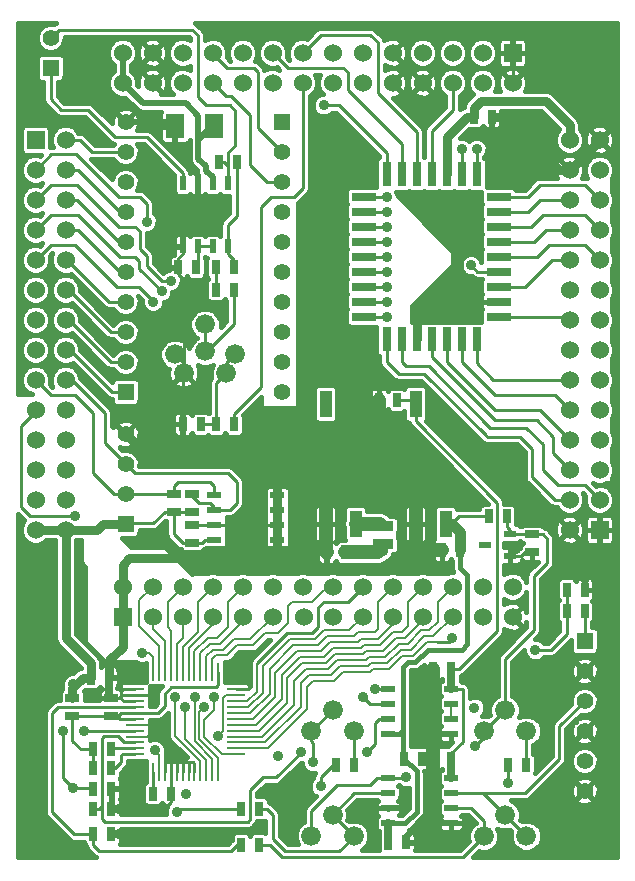
<source format=gtl>
G04 (created by PCBNEW (2013-07-07 BZR 4022)-stable) date 7/4/2017 7:52:43 PM*
%MOIN*%
G04 Gerber Fmt 3.4, Leading zero omitted, Abs format*
%FSLAX34Y34*%
G01*
G70*
G90*
G04 APERTURE LIST*
%ADD10C,0.00590551*%
%ADD11R,0.025X0.045*%
%ADD12R,0.045X0.025*%
%ADD13R,0.0591X0.01*%
%ADD14R,0.01X0.0591*%
%ADD15C,0.06*%
%ADD16R,0.06X0.06*%
%ADD17R,0.045X0.02*%
%ADD18R,0.02X0.045*%
%ADD19R,0.06X0.08*%
%ADD20R,0.0394X0.0236*%
%ADD21R,0.055X0.055*%
%ADD22C,0.055*%
%ADD23R,0.067X0.032*%
%ADD24R,0.03X0.08*%
%ADD25R,0.08X0.03*%
%ADD26C,0.066*%
%ADD27R,0.039X0.09*%
%ADD28C,0.035*%
%ADD29C,0.01*%
%ADD30C,0.025*%
%ADD31C,0.045*%
%ADD32C,0.03*%
%ADD33C,0.02*%
%ADD34C,0.008*%
%ADD35C,0.015*%
%ADD36C,0.035*%
%ADD37C,0.018*%
G04 APERTURE END LIST*
G54D10*
G54D11*
X62500Y-27125D03*
X63100Y-27125D03*
X49750Y-45825D03*
X50350Y-45825D03*
X50425Y-48200D03*
X49825Y-48200D03*
X52400Y-49700D03*
X51800Y-49700D03*
X50425Y-50200D03*
X49825Y-50200D03*
X50425Y-51050D03*
X49825Y-51050D03*
X50425Y-49525D03*
X49825Y-49525D03*
X50425Y-48850D03*
X49825Y-48850D03*
G54D12*
X50425Y-47100D03*
X50425Y-46500D03*
G54D11*
X53925Y-37375D03*
X54525Y-37375D03*
X53400Y-37375D03*
X52800Y-37375D03*
G54D13*
X54574Y-48381D03*
X54574Y-48184D03*
X54574Y-47987D03*
X54574Y-47791D03*
X54574Y-47594D03*
X54574Y-47397D03*
X54574Y-47201D03*
X54574Y-47004D03*
X54574Y-46807D03*
X54574Y-46611D03*
X54574Y-46414D03*
X54574Y-46217D03*
G54D14*
X53983Y-45626D03*
X53786Y-45626D03*
X53589Y-45626D03*
X53393Y-45626D03*
X53196Y-45626D03*
X52999Y-45626D03*
X52803Y-45626D03*
X52606Y-45626D03*
X52409Y-45626D03*
X52213Y-45626D03*
X52016Y-45626D03*
X51819Y-45626D03*
G54D13*
X51228Y-46217D03*
X51228Y-46414D03*
X51228Y-46611D03*
X51228Y-46807D03*
X51228Y-47004D03*
X51228Y-47201D03*
X51228Y-47397D03*
X51228Y-47594D03*
X51228Y-47791D03*
X51228Y-47987D03*
X51228Y-48184D03*
X51228Y-48381D03*
G54D14*
X51819Y-48972D03*
X52016Y-48972D03*
X52213Y-48972D03*
X52409Y-48972D03*
X52606Y-48972D03*
X52803Y-48972D03*
X52999Y-48972D03*
X53196Y-48972D03*
X53393Y-48972D03*
X53589Y-48972D03*
X53786Y-48972D03*
X53983Y-48972D03*
G54D15*
X47900Y-31900D03*
X47900Y-30900D03*
X47900Y-29900D03*
X47900Y-28900D03*
X48900Y-40900D03*
X48900Y-39900D03*
X48900Y-38900D03*
X48900Y-37900D03*
X48900Y-36900D03*
X47900Y-40900D03*
X48900Y-35900D03*
X47900Y-39900D03*
X48900Y-34900D03*
X47900Y-38900D03*
X48900Y-33900D03*
X47900Y-37900D03*
X48900Y-32900D03*
X47900Y-36900D03*
X48900Y-31900D03*
X47900Y-35900D03*
X48900Y-30900D03*
X47900Y-34900D03*
X48900Y-29900D03*
X47900Y-33900D03*
X48900Y-28900D03*
X47900Y-32900D03*
X48900Y-27900D03*
G54D16*
X47900Y-27900D03*
X66700Y-40900D03*
G54D15*
X65700Y-40900D03*
X66700Y-35900D03*
X65700Y-39900D03*
X66700Y-34900D03*
X65700Y-38900D03*
X66700Y-33900D03*
X65700Y-37900D03*
X66700Y-32900D03*
X65700Y-36900D03*
X66700Y-31900D03*
X65700Y-35900D03*
X66700Y-30900D03*
X65700Y-34900D03*
X66700Y-29900D03*
X65700Y-33900D03*
X66700Y-28900D03*
X65700Y-32900D03*
X66700Y-27900D03*
X65700Y-31900D03*
X65700Y-30900D03*
X65700Y-29900D03*
X65700Y-28900D03*
X65700Y-27900D03*
X66700Y-39900D03*
X66700Y-38900D03*
X66700Y-37900D03*
X66700Y-36900D03*
X59800Y-25000D03*
X60800Y-25000D03*
X61800Y-25000D03*
X62800Y-25000D03*
X50800Y-26000D03*
X51800Y-26000D03*
X52800Y-26000D03*
X53800Y-26000D03*
X54800Y-26000D03*
X50800Y-25000D03*
X55800Y-26000D03*
X51800Y-25000D03*
X56800Y-26000D03*
X52800Y-25000D03*
X57800Y-26000D03*
X53800Y-25000D03*
X58800Y-26000D03*
X54800Y-25000D03*
X59800Y-26000D03*
X55800Y-25000D03*
X60800Y-26000D03*
X56800Y-25000D03*
X61800Y-26000D03*
X57800Y-25000D03*
X62800Y-26000D03*
X58800Y-25000D03*
X63800Y-26000D03*
G54D16*
X63800Y-25000D03*
X50800Y-43800D03*
G54D15*
X50800Y-42800D03*
X55800Y-43800D03*
X51800Y-42800D03*
X56850Y-43800D03*
X52800Y-42800D03*
X57800Y-43800D03*
X53800Y-42800D03*
X58800Y-43800D03*
X54800Y-42800D03*
X59800Y-43800D03*
X55800Y-42800D03*
X60800Y-43800D03*
X56800Y-42800D03*
X61800Y-43800D03*
X57800Y-42800D03*
X62800Y-43800D03*
X58800Y-42800D03*
X63800Y-43800D03*
X59800Y-42800D03*
X60800Y-42800D03*
X61800Y-42800D03*
X62800Y-42800D03*
X63800Y-42800D03*
X51800Y-43800D03*
X52800Y-43800D03*
X53800Y-43800D03*
X54800Y-43800D03*
G54D17*
X61750Y-46200D03*
X59650Y-46200D03*
X61750Y-46700D03*
X61750Y-47200D03*
X61750Y-47700D03*
X59650Y-46700D03*
X59650Y-47200D03*
X59650Y-47700D03*
X61750Y-49175D03*
X59650Y-49175D03*
X61750Y-49675D03*
X61750Y-50175D03*
X61750Y-50675D03*
X59650Y-49675D03*
X59650Y-50175D03*
X59650Y-50675D03*
G54D11*
X55350Y-50200D03*
X54750Y-50200D03*
G54D12*
X64450Y-41650D03*
X64450Y-41050D03*
G54D11*
X63600Y-40450D03*
X63000Y-40450D03*
X61750Y-48525D03*
X61150Y-48525D03*
X61750Y-45525D03*
X61150Y-45525D03*
G54D12*
X53125Y-41325D03*
X53125Y-40725D03*
G54D11*
X59650Y-51325D03*
X60250Y-51320D03*
X57900Y-48750D03*
X58500Y-48750D03*
X66200Y-42900D03*
X65600Y-42900D03*
X66200Y-43610D03*
X65600Y-43610D03*
X63650Y-48750D03*
X64250Y-48750D03*
X55350Y-51400D03*
X54750Y-51400D03*
X54000Y-28650D03*
X54600Y-28650D03*
X61450Y-41575D03*
X62050Y-41575D03*
X59950Y-36575D03*
X59350Y-36575D03*
X54500Y-32150D03*
X53900Y-32150D03*
X58200Y-41650D03*
X57600Y-41650D03*
X53250Y-32150D03*
X52650Y-32150D03*
X54500Y-32900D03*
X53900Y-32900D03*
G54D18*
X52800Y-29350D03*
X52800Y-31450D03*
X53300Y-29350D03*
X53800Y-29350D03*
X54300Y-29350D03*
X53300Y-31450D03*
X53800Y-31450D03*
X54300Y-31450D03*
G54D19*
X53850Y-27450D03*
X52550Y-27450D03*
G54D12*
X49125Y-46500D03*
X49125Y-47100D03*
G54D20*
X63716Y-41775D03*
X62884Y-41400D03*
X63716Y-41025D03*
G54D21*
X48400Y-25500D03*
G54D22*
X48400Y-24500D03*
G54D23*
X59475Y-40780D03*
X59475Y-41370D03*
G54D17*
X53850Y-41225D03*
X55950Y-41225D03*
X53850Y-40725D03*
X53850Y-40225D03*
X53850Y-39725D03*
X55950Y-40725D03*
X55950Y-40225D03*
X55950Y-39725D03*
G54D12*
X52500Y-39700D03*
X52500Y-40300D03*
G54D22*
X50900Y-27300D03*
X50900Y-28300D03*
X50900Y-29300D03*
X50900Y-30300D03*
X50900Y-31300D03*
X50900Y-32300D03*
X50900Y-33300D03*
X50900Y-34300D03*
G54D21*
X50900Y-36300D03*
G54D22*
X50900Y-35300D03*
G54D24*
X61100Y-29050D03*
X60600Y-29050D03*
X60100Y-29050D03*
X59600Y-29050D03*
G54D25*
X58850Y-29800D03*
X58850Y-30300D03*
X58850Y-30800D03*
X58850Y-31300D03*
X58850Y-31800D03*
X58850Y-32300D03*
X58850Y-32800D03*
X58850Y-33300D03*
X58850Y-33800D03*
G54D24*
X59600Y-34550D03*
X60100Y-34550D03*
X60600Y-34550D03*
X61100Y-34550D03*
X61600Y-34550D03*
X62100Y-34550D03*
X62600Y-34550D03*
G54D25*
X63350Y-33800D03*
X63350Y-33300D03*
X63350Y-32800D03*
X63350Y-32300D03*
X63350Y-31800D03*
X63350Y-31300D03*
X63350Y-30800D03*
X63350Y-30300D03*
X63350Y-29800D03*
G54D24*
X62600Y-29050D03*
X62100Y-29050D03*
X61600Y-29050D03*
G54D26*
X52840Y-35660D03*
X53550Y-34950D03*
X54260Y-35660D03*
X62840Y-47610D03*
X63550Y-46900D03*
X64260Y-47610D03*
X57090Y-51110D03*
X57800Y-50400D03*
X58510Y-51110D03*
X62840Y-51110D03*
X63550Y-50400D03*
X64260Y-51110D03*
X57090Y-47610D03*
X57800Y-46900D03*
X58510Y-47610D03*
G54D22*
X56100Y-36300D03*
X56100Y-35300D03*
X56100Y-34300D03*
X56100Y-33300D03*
X56100Y-32300D03*
X56100Y-31300D03*
X56100Y-30300D03*
X56100Y-29300D03*
G54D21*
X56100Y-27300D03*
G54D22*
X56100Y-28300D03*
G54D27*
X57575Y-36700D03*
X60575Y-36700D03*
X60575Y-40700D03*
X61575Y-40700D03*
X58575Y-40700D03*
X57575Y-40700D03*
G54D22*
X66200Y-49600D03*
X66200Y-48600D03*
X66200Y-47600D03*
X66200Y-46600D03*
G54D21*
X66200Y-44600D03*
G54D22*
X66200Y-45600D03*
G54D12*
X53125Y-39700D03*
X53125Y-40300D03*
G54D22*
X50900Y-37700D03*
X50900Y-38700D03*
G54D21*
X50900Y-40700D03*
G54D22*
X50900Y-39700D03*
G54D11*
X60175Y-48525D03*
X60775Y-48525D03*
G54D26*
X52550Y-35050D03*
X53550Y-34050D03*
X54550Y-35050D03*
G54D28*
X55975Y-48450D03*
X52900Y-49700D03*
X62525Y-46825D03*
X59475Y-41600D03*
X49150Y-46050D03*
X53975Y-47775D03*
X51875Y-48250D03*
X62550Y-48100D03*
X57150Y-48650D03*
X59600Y-33300D03*
X59600Y-32800D03*
X57500Y-26750D03*
X62600Y-28200D03*
X59600Y-32300D03*
X59600Y-31800D03*
X59600Y-31300D03*
X59600Y-30800D03*
X59600Y-30300D03*
X59600Y-29800D03*
X51450Y-45000D03*
X49225Y-40450D03*
X59600Y-33800D03*
X51825Y-33300D03*
X52100Y-32950D03*
X52400Y-32600D03*
X51600Y-30625D03*
X53850Y-46475D03*
X61780Y-44520D03*
X52550Y-46475D03*
X52875Y-46800D03*
X53200Y-46475D03*
X53525Y-46800D03*
X62412Y-32082D03*
X62100Y-28200D03*
X62000Y-30000D03*
X60200Y-50200D03*
X61150Y-50350D03*
X60325Y-39725D03*
X63900Y-41550D03*
X56800Y-49525D03*
X48100Y-45600D03*
X48200Y-50775D03*
X50675Y-50200D03*
X50675Y-51050D03*
X61150Y-47300D03*
X63500Y-27125D03*
X66200Y-42500D03*
X52150Y-47325D03*
X54825Y-45875D03*
X51800Y-46425D03*
X49150Y-49500D03*
X52600Y-50300D03*
X48800Y-47600D03*
X49500Y-47600D03*
X57400Y-49450D03*
X60250Y-49150D03*
X63650Y-49350D03*
X56750Y-48300D03*
X58950Y-48300D03*
X59230Y-46198D03*
X58810Y-46468D03*
X64562Y-44914D03*
G54D29*
X63290Y-41600D02*
X63290Y-39990D01*
X61750Y-45525D02*
X62025Y-45525D01*
X63290Y-44260D02*
X62025Y-45525D01*
X63290Y-44180D02*
X63290Y-44260D01*
X63290Y-41600D02*
X63290Y-44180D01*
X60575Y-37275D02*
X60575Y-36700D01*
X63290Y-39990D02*
X60575Y-37275D01*
X59950Y-36575D02*
X60450Y-36575D01*
X60450Y-36575D02*
X60575Y-36700D01*
X61750Y-48525D02*
X61750Y-48350D01*
X62120Y-46200D02*
X61750Y-46200D01*
X62140Y-46219D02*
X62120Y-46200D01*
X62140Y-47960D02*
X62140Y-46219D01*
X61750Y-48350D02*
X62140Y-47960D01*
G54D30*
X61750Y-46200D02*
X61750Y-45525D01*
X61750Y-49175D02*
X61750Y-48525D01*
G54D31*
X58200Y-41650D02*
X59325Y-41650D01*
G54D32*
X50900Y-40700D02*
X50150Y-40700D01*
X49950Y-40900D02*
X48900Y-40900D01*
X50150Y-40700D02*
X49950Y-40900D01*
G54D29*
X51825Y-40675D02*
X50925Y-40675D01*
X50925Y-40675D02*
X50900Y-40700D01*
X52500Y-40300D02*
X52200Y-40300D01*
X52200Y-40300D02*
X51825Y-40675D01*
X52500Y-40300D02*
X53125Y-40300D01*
G54D32*
X59475Y-41600D02*
X59475Y-41370D01*
X59475Y-41500D02*
X59475Y-41370D01*
X59325Y-41650D02*
X59475Y-41500D01*
G54D33*
X53800Y-29350D02*
X53800Y-29150D01*
X53575Y-28775D02*
X53325Y-28525D01*
X53575Y-28925D02*
X53575Y-28775D01*
X53800Y-29150D02*
X53575Y-28925D01*
G54D34*
X49125Y-46075D02*
X49125Y-46350D01*
X49150Y-46050D02*
X49125Y-46075D01*
G54D32*
X47900Y-40900D02*
X48900Y-40900D01*
G54D29*
X53850Y-41225D02*
X53550Y-41225D01*
X53450Y-41325D02*
X53125Y-41325D01*
X53550Y-41225D02*
X53450Y-41325D01*
X53125Y-41325D02*
X52800Y-41325D01*
X52500Y-41025D02*
X52500Y-40300D01*
X52800Y-41325D02*
X52500Y-41025D01*
G54D32*
X61600Y-29050D02*
X61600Y-27800D01*
X61600Y-27800D02*
X62275Y-27125D01*
X62275Y-27125D02*
X62500Y-27125D01*
X62500Y-27125D02*
X62500Y-26850D01*
X62500Y-26850D02*
X62750Y-26600D01*
X62750Y-26600D02*
X64900Y-26600D01*
X64900Y-26600D02*
X65700Y-27400D01*
X65700Y-27400D02*
X65700Y-27900D01*
G54D33*
X53325Y-27900D02*
X53325Y-27100D01*
X53325Y-27100D02*
X52900Y-26675D01*
X52900Y-26675D02*
X51475Y-26675D01*
X51475Y-26675D02*
X50800Y-26000D01*
X53325Y-28525D02*
X53325Y-27900D01*
X53775Y-27450D02*
X53850Y-27450D01*
X53325Y-27900D02*
X53775Y-27450D01*
G54D32*
X49750Y-45825D02*
X49475Y-45825D01*
X49475Y-45825D02*
X49125Y-46175D01*
X49125Y-46175D02*
X49125Y-46350D01*
X49125Y-46350D02*
X49125Y-46500D01*
X49750Y-45825D02*
X49750Y-45350D01*
X49750Y-45350D02*
X48900Y-44500D01*
X48900Y-44500D02*
X48900Y-40900D01*
G54D34*
X54574Y-46414D02*
X54236Y-46414D01*
X54150Y-47600D02*
X53975Y-47775D01*
X54150Y-46500D02*
X54150Y-47600D01*
X54236Y-46414D02*
X54150Y-46500D01*
X52016Y-48391D02*
X52016Y-48972D01*
X51875Y-48250D02*
X52016Y-48391D01*
G54D33*
X50800Y-25000D02*
X50800Y-26000D01*
G54D29*
X49125Y-47100D02*
X50425Y-47100D01*
X49825Y-48200D02*
X49400Y-48200D01*
X49125Y-47925D02*
X49125Y-47100D01*
X49400Y-48200D02*
X49125Y-47925D01*
X49825Y-48850D02*
X49825Y-48200D01*
X51228Y-47201D02*
X50726Y-47201D01*
X50726Y-47201D02*
X50625Y-47100D01*
X50625Y-47100D02*
X50425Y-47100D01*
X53983Y-45626D02*
X53983Y-46067D01*
X51971Y-47004D02*
X51228Y-47004D01*
X52200Y-46775D02*
X51971Y-47004D01*
X52200Y-46375D02*
X52200Y-46775D01*
X52425Y-46150D02*
X52200Y-46375D01*
X53900Y-46150D02*
X52425Y-46150D01*
X53983Y-46067D02*
X53900Y-46150D01*
X51228Y-47004D02*
X50746Y-47004D01*
X50746Y-47004D02*
X50650Y-47100D01*
X50650Y-47100D02*
X50425Y-47100D01*
G54D35*
X60150Y-47580D02*
X60150Y-48500D01*
X60150Y-48500D02*
X60175Y-48525D01*
X60600Y-49500D02*
X60600Y-48950D01*
X60215Y-50675D02*
X60600Y-50290D01*
X60600Y-50290D02*
X60600Y-49500D01*
X59650Y-50675D02*
X60215Y-50675D01*
X60600Y-48950D02*
X60175Y-48525D01*
G54D29*
X63000Y-40450D02*
X62000Y-40450D01*
X61750Y-40700D02*
X61575Y-40700D01*
X62000Y-40450D02*
X61750Y-40700D01*
G54D36*
X62050Y-41575D02*
X62050Y-40975D01*
X61775Y-40700D02*
X61575Y-40700D01*
X62050Y-40975D02*
X61775Y-40700D01*
G54D35*
X61040Y-44890D02*
X60970Y-44890D01*
X60970Y-44890D02*
X60540Y-45320D01*
X60540Y-45320D02*
X60300Y-45320D01*
X60300Y-45320D02*
X60150Y-45470D01*
X60150Y-45470D02*
X60150Y-47580D01*
X62050Y-41575D02*
X62050Y-42180D01*
X62100Y-44890D02*
X61040Y-44890D01*
X62290Y-44700D02*
X62100Y-44890D01*
X62290Y-42420D02*
X62290Y-44700D01*
X62050Y-42180D02*
X62290Y-42420D01*
G54D29*
X60160Y-47570D02*
X60150Y-47580D01*
G54D35*
X60150Y-47580D02*
X60030Y-47700D01*
X60030Y-47700D02*
X59650Y-47700D01*
G54D30*
X59650Y-50675D02*
X59650Y-51325D01*
G54D29*
X57090Y-47610D02*
X57800Y-46900D01*
X63550Y-46900D02*
X62840Y-47610D01*
X63550Y-46900D02*
X63550Y-45200D01*
X64500Y-44100D02*
X64500Y-42450D01*
X64500Y-42450D02*
X64950Y-42000D01*
X64950Y-42000D02*
X64950Y-41200D01*
X64950Y-41200D02*
X64800Y-41050D01*
X64800Y-41050D02*
X64450Y-41050D01*
X64500Y-44250D02*
X64500Y-44100D01*
X63550Y-45200D02*
X64500Y-44250D01*
X63716Y-41025D02*
X64425Y-41025D01*
X64425Y-41025D02*
X64450Y-41050D01*
X63716Y-41025D02*
X63716Y-40916D01*
X63600Y-40800D02*
X63600Y-40450D01*
X63716Y-40916D02*
X63600Y-40800D01*
X57090Y-47940D02*
X57090Y-47610D01*
X62840Y-47810D02*
X62550Y-48100D01*
X62840Y-47610D02*
X62840Y-47810D01*
X57150Y-48650D02*
X57150Y-48000D01*
X57150Y-48000D02*
X57090Y-47940D01*
X58850Y-33300D02*
X59600Y-33300D01*
X58850Y-32800D02*
X59600Y-32800D01*
X63350Y-32800D02*
X64200Y-32800D01*
X64200Y-32800D02*
X65100Y-31900D01*
X65100Y-31900D02*
X65700Y-31900D01*
X63350Y-31800D02*
X64600Y-31800D01*
X64600Y-31800D02*
X65000Y-31400D01*
X65000Y-31400D02*
X66200Y-31400D01*
X66200Y-31400D02*
X66700Y-31900D01*
X59600Y-29050D02*
X59600Y-28350D01*
X58000Y-26750D02*
X57500Y-26750D01*
X59600Y-28350D02*
X58000Y-26750D01*
X64300Y-30300D02*
X63350Y-30300D01*
X64700Y-29900D02*
X64300Y-30300D01*
X65700Y-29900D02*
X64700Y-29900D01*
X64300Y-29800D02*
X63350Y-29800D01*
X64700Y-29400D02*
X64300Y-29800D01*
X66200Y-29400D02*
X64700Y-29400D01*
X66700Y-29900D02*
X66200Y-29400D01*
X60100Y-29050D02*
X60100Y-28050D01*
X56300Y-25500D02*
X55800Y-25000D01*
X58150Y-25500D02*
X56300Y-25500D01*
X58300Y-25650D02*
X58150Y-25500D01*
X58300Y-26250D02*
X58300Y-25650D01*
X60100Y-28050D02*
X58300Y-26250D01*
X60600Y-29050D02*
X60600Y-27625D01*
X57400Y-24400D02*
X56800Y-25000D01*
X59050Y-24400D02*
X57400Y-24400D01*
X59300Y-24650D02*
X59050Y-24400D01*
X59300Y-26325D02*
X59300Y-24650D01*
X60600Y-27625D02*
X59300Y-26325D01*
X62600Y-29050D02*
X62600Y-28200D01*
X61100Y-29050D02*
X61100Y-27600D01*
X61800Y-26900D02*
X61800Y-26000D01*
X61100Y-27600D02*
X61800Y-26900D01*
X58850Y-32300D02*
X59600Y-32300D01*
X58850Y-31800D02*
X59600Y-31800D01*
X58850Y-31300D02*
X59600Y-31300D01*
X58850Y-30800D02*
X59600Y-30800D01*
X58850Y-30300D02*
X59600Y-30300D01*
X58850Y-29800D02*
X59600Y-29800D01*
X64400Y-30800D02*
X63350Y-30800D01*
X64800Y-30400D02*
X64400Y-30800D01*
X66200Y-30400D02*
X64800Y-30400D01*
X66700Y-30900D02*
X66200Y-30400D01*
X63350Y-31300D02*
X64500Y-31300D01*
X64500Y-31300D02*
X64900Y-30900D01*
X64900Y-30900D02*
X65700Y-30900D01*
X54525Y-37375D02*
X54525Y-37025D01*
X54525Y-37025D02*
X55400Y-36150D01*
X55400Y-36150D02*
X55400Y-30150D01*
X55400Y-30150D02*
X55750Y-29800D01*
X56800Y-29500D02*
X56800Y-26000D01*
X56500Y-29800D02*
X56800Y-29500D01*
X55750Y-29800D02*
X56500Y-29800D01*
G54D34*
X51819Y-45626D02*
X51819Y-45144D01*
X51675Y-45000D02*
X51450Y-45000D01*
X51819Y-45144D02*
X51675Y-45000D01*
G54D29*
X47900Y-36925D02*
X47900Y-36900D01*
X47400Y-37425D02*
X47900Y-36925D01*
X47400Y-38375D02*
X47400Y-37425D01*
X47400Y-40125D02*
X47400Y-38375D01*
X47700Y-40425D02*
X47400Y-40125D01*
X49200Y-40425D02*
X47700Y-40425D01*
X49225Y-40450D02*
X49200Y-40425D01*
X58850Y-33800D02*
X59600Y-33800D01*
X64050Y-37800D02*
X62950Y-37800D01*
X65700Y-39900D02*
X65200Y-39900D01*
X64450Y-39150D02*
X65200Y-39900D01*
X64450Y-38200D02*
X64450Y-39150D01*
X62900Y-37750D02*
X60850Y-35700D01*
X60850Y-35700D02*
X60000Y-35700D01*
X60000Y-35700D02*
X59600Y-35300D01*
X59600Y-35300D02*
X59600Y-34550D01*
X64050Y-37800D02*
X64450Y-38200D01*
X62950Y-37800D02*
X62900Y-37750D01*
X60100Y-34550D02*
X60100Y-35300D01*
X60100Y-35300D02*
X60250Y-35450D01*
X60250Y-35450D02*
X61000Y-35450D01*
X61000Y-35450D02*
X63050Y-37500D01*
X66200Y-39400D02*
X66700Y-39900D01*
X65300Y-39400D02*
X66200Y-39400D01*
X64800Y-38900D02*
X65300Y-39400D01*
X64800Y-38050D02*
X64800Y-38900D01*
X64250Y-37500D02*
X64800Y-38050D01*
X63050Y-37500D02*
X64250Y-37500D01*
X61100Y-34550D02*
X61100Y-35150D01*
X61100Y-35150D02*
X63200Y-37250D01*
X63200Y-37250D02*
X64600Y-37250D01*
X64600Y-37250D02*
X65150Y-37800D01*
X65150Y-38350D02*
X65700Y-38900D01*
X65150Y-37800D02*
X65150Y-38350D01*
X61600Y-34550D02*
X61600Y-35300D01*
X61600Y-35300D02*
X63200Y-36900D01*
X63200Y-36900D02*
X64700Y-36900D01*
X64700Y-36900D02*
X65700Y-37900D01*
X62100Y-34550D02*
X62100Y-35300D01*
X62100Y-35300D02*
X63200Y-36400D01*
X63200Y-36400D02*
X65200Y-36400D01*
X65200Y-36400D02*
X65700Y-36900D01*
X62600Y-34550D02*
X62600Y-35350D01*
X63150Y-35900D02*
X65700Y-35900D01*
X62600Y-35350D02*
X63150Y-35900D01*
X63350Y-33800D02*
X65600Y-33800D01*
X65600Y-33800D02*
X65700Y-33900D01*
X50900Y-28300D02*
X49775Y-28300D01*
X49775Y-28300D02*
X49375Y-27900D01*
X49375Y-27900D02*
X48900Y-27900D01*
X53850Y-40225D02*
X53850Y-40150D01*
X53125Y-39775D02*
X53125Y-39700D01*
X53350Y-40000D02*
X53125Y-39775D01*
X53700Y-40000D02*
X53350Y-40000D01*
X53850Y-40150D02*
X53700Y-40000D01*
X53850Y-40225D02*
X54375Y-40225D01*
X51200Y-39000D02*
X50900Y-38700D01*
X54300Y-39000D02*
X51200Y-39000D01*
X54600Y-39300D02*
X54300Y-39000D01*
X54600Y-40000D02*
X54600Y-39300D01*
X54375Y-40225D02*
X54600Y-40000D01*
X48900Y-35900D02*
X49100Y-35900D01*
X50200Y-38000D02*
X50900Y-38700D01*
X50200Y-37000D02*
X50200Y-38000D01*
X49100Y-35900D02*
X50200Y-37000D01*
X53850Y-39725D02*
X53850Y-39450D01*
X52500Y-39450D02*
X52500Y-39700D01*
X52650Y-39300D02*
X52500Y-39450D01*
X53700Y-39300D02*
X52650Y-39300D01*
X53850Y-39450D02*
X53700Y-39300D01*
X50900Y-39700D02*
X50500Y-39700D01*
X50475Y-39675D02*
X49800Y-39000D01*
X49800Y-39000D02*
X49800Y-37000D01*
X49800Y-37000D02*
X49200Y-36400D01*
X49200Y-36400D02*
X48400Y-36400D01*
X48400Y-36400D02*
X47900Y-35900D01*
X50500Y-39700D02*
X50475Y-39675D01*
X52500Y-39700D02*
X50900Y-39700D01*
X52475Y-39675D02*
X52500Y-39700D01*
X52525Y-39725D02*
X52500Y-39700D01*
X48900Y-34900D02*
X49050Y-34900D01*
X49050Y-34900D02*
X50450Y-36300D01*
X50450Y-36300D02*
X50900Y-36300D01*
X47900Y-31900D02*
X48400Y-31400D01*
X49200Y-31400D02*
X50600Y-32800D01*
X48400Y-31400D02*
X49200Y-31400D01*
X51350Y-32800D02*
X50600Y-32800D01*
X51850Y-33300D02*
X51350Y-32800D01*
X51825Y-33300D02*
X51850Y-33300D01*
X48400Y-30400D02*
X47900Y-30900D01*
X49300Y-30400D02*
X48400Y-30400D01*
X50700Y-31800D02*
X49300Y-30400D01*
X51200Y-31800D02*
X50700Y-31800D01*
X51350Y-31950D02*
X51200Y-31800D01*
X51350Y-32200D02*
X51350Y-31950D01*
X52100Y-32950D02*
X51350Y-32200D01*
X52100Y-32950D02*
X52100Y-32950D01*
X52400Y-32600D02*
X52100Y-32600D01*
X48400Y-29400D02*
X47900Y-29900D01*
X49275Y-29400D02*
X48400Y-29400D01*
X50675Y-30800D02*
X49275Y-29400D01*
X51225Y-30800D02*
X50675Y-30800D01*
X51375Y-30950D02*
X51225Y-30800D01*
X51375Y-31550D02*
X51375Y-30950D01*
X51600Y-31775D02*
X51375Y-31550D01*
X51600Y-32100D02*
X51600Y-31775D01*
X52100Y-32600D02*
X51600Y-32100D01*
X51200Y-29800D02*
X50675Y-29800D01*
X50675Y-29800D02*
X49250Y-28375D01*
X49250Y-28375D02*
X48425Y-28375D01*
X47900Y-28900D02*
X48425Y-28375D01*
X51375Y-29800D02*
X51200Y-29800D01*
X51600Y-30025D02*
X51375Y-29800D01*
X51600Y-30625D02*
X51600Y-30025D01*
X56100Y-29300D02*
X55600Y-29300D01*
X54250Y-26450D02*
X53800Y-26000D01*
X54425Y-26450D02*
X54250Y-26450D01*
X55050Y-27075D02*
X54425Y-26450D01*
X55050Y-28750D02*
X55050Y-27075D01*
X55600Y-29300D02*
X55050Y-28750D01*
X48900Y-33900D02*
X49000Y-33900D01*
X50400Y-35300D02*
X50900Y-35300D01*
X49000Y-33900D02*
X50400Y-35300D01*
X48900Y-32900D02*
X49000Y-32900D01*
X50400Y-34300D02*
X50900Y-34300D01*
X49000Y-32900D02*
X50400Y-34300D01*
X48900Y-31900D02*
X48950Y-31900D01*
X50350Y-33300D02*
X50900Y-33300D01*
X48950Y-31900D02*
X50350Y-33300D01*
X48900Y-30900D02*
X49300Y-30900D01*
X50700Y-32300D02*
X50900Y-32300D01*
X49300Y-30900D02*
X50700Y-32300D01*
X49275Y-29900D02*
X48900Y-29900D01*
X50900Y-31300D02*
X50675Y-31300D01*
X50675Y-31300D02*
X49275Y-29900D01*
X49325Y-28900D02*
X48900Y-28900D01*
X50900Y-30300D02*
X50725Y-30300D01*
X50725Y-30300D02*
X49325Y-28900D01*
X55300Y-27500D02*
X56100Y-28300D01*
X55300Y-25625D02*
X55300Y-27500D01*
X55175Y-25500D02*
X55300Y-25625D01*
X54275Y-25500D02*
X55175Y-25500D01*
X53800Y-25000D02*
X53800Y-25025D01*
X53800Y-25025D02*
X54275Y-25500D01*
G54D34*
X54574Y-48381D02*
X54101Y-48381D01*
X53850Y-46900D02*
X53850Y-46475D01*
X53520Y-47229D02*
X53850Y-46900D01*
X53520Y-47800D02*
X53520Y-47229D01*
X54101Y-48381D02*
X53520Y-47800D01*
G54D29*
X61275Y-44625D02*
X61675Y-44625D01*
G54D34*
X57150Y-45950D02*
X57850Y-45950D01*
X57850Y-45950D02*
X58150Y-45650D01*
X58150Y-45650D02*
X59050Y-45650D01*
X59050Y-45650D02*
X59150Y-45550D01*
X59150Y-45550D02*
X59675Y-45550D01*
X59675Y-45550D02*
X60125Y-45100D01*
X60125Y-45100D02*
X60475Y-45100D01*
X60475Y-45100D02*
X60950Y-44625D01*
X60950Y-44625D02*
X61275Y-44625D01*
X56950Y-46150D02*
X57150Y-45950D01*
X56950Y-46868D02*
X56950Y-46150D01*
X55634Y-48184D02*
X56950Y-46868D01*
X54574Y-48184D02*
X55634Y-48184D01*
G54D29*
X61675Y-44625D02*
X61780Y-44520D01*
G54D34*
X54574Y-47987D02*
X55563Y-47987D01*
X55563Y-47987D02*
X56750Y-46800D01*
X56750Y-46800D02*
X56750Y-46000D01*
X56750Y-46000D02*
X57000Y-45750D01*
X61800Y-43800D02*
X61800Y-43800D01*
X61150Y-44450D02*
X61800Y-43800D01*
X60850Y-44450D02*
X61150Y-44450D01*
X60400Y-44900D02*
X60850Y-44450D01*
X60075Y-44900D02*
X60400Y-44900D01*
X59625Y-45350D02*
X60075Y-44900D01*
X59080Y-45350D02*
X59625Y-45350D01*
X58980Y-45450D02*
X59080Y-45350D01*
X58050Y-45450D02*
X58980Y-45450D01*
X57750Y-45750D02*
X58050Y-45450D01*
X57000Y-45750D02*
X57750Y-45750D01*
X54574Y-47791D02*
X55459Y-47791D01*
X55459Y-47791D02*
X56500Y-46750D01*
X56500Y-46750D02*
X56500Y-45950D01*
X56500Y-45950D02*
X56900Y-45550D01*
X61300Y-43300D02*
X61800Y-42800D01*
X61300Y-43975D02*
X61300Y-43300D01*
X61025Y-44250D02*
X61300Y-43975D01*
X60750Y-44250D02*
X61025Y-44250D01*
X60300Y-44700D02*
X60750Y-44250D01*
X60000Y-44700D02*
X60300Y-44700D01*
X59550Y-45150D02*
X60000Y-44700D01*
X59000Y-45150D02*
X59550Y-45150D01*
X58900Y-45250D02*
X59000Y-45150D01*
X57950Y-45250D02*
X58900Y-45250D01*
X57650Y-45550D02*
X57950Y-45250D01*
X56900Y-45550D02*
X57650Y-45550D01*
X57580Y-45350D02*
X56775Y-45350D01*
X57580Y-45350D02*
X57880Y-45050D01*
X57880Y-45050D02*
X58830Y-45050D01*
X58830Y-45050D02*
X58930Y-44950D01*
X58930Y-44950D02*
X59475Y-44950D01*
X59475Y-44950D02*
X59925Y-44500D01*
X59925Y-44500D02*
X60200Y-44500D01*
X60200Y-44500D02*
X60800Y-43900D01*
X60800Y-43800D02*
X60800Y-43900D01*
X55356Y-47594D02*
X56280Y-46669D01*
X55356Y-47594D02*
X54574Y-47594D01*
X56280Y-45844D02*
X56280Y-46669D01*
X56775Y-45350D02*
X56280Y-45844D01*
X57500Y-45150D02*
X56700Y-45150D01*
X57500Y-45150D02*
X57800Y-44850D01*
X57800Y-44850D02*
X58750Y-44850D01*
X58750Y-44850D02*
X58850Y-44750D01*
X58850Y-44750D02*
X59375Y-44750D01*
X59375Y-44750D02*
X59825Y-44300D01*
X59825Y-44300D02*
X60100Y-44300D01*
X60100Y-44300D02*
X60300Y-44100D01*
X60300Y-44100D02*
X60300Y-43300D01*
X60800Y-42800D02*
X60300Y-43300D01*
X55253Y-47397D02*
X56100Y-46550D01*
X55253Y-47397D02*
X54574Y-47397D01*
X56100Y-45750D02*
X56100Y-46550D01*
X56700Y-45150D02*
X56100Y-45750D01*
X57400Y-44950D02*
X56600Y-44950D01*
X55875Y-45675D02*
X55875Y-46475D01*
X56600Y-44950D02*
X55875Y-45675D01*
X57412Y-44937D02*
X57400Y-44950D01*
X57700Y-44650D02*
X58650Y-44650D01*
X57412Y-44937D02*
X57700Y-44650D01*
X57400Y-44950D02*
X57412Y-44937D01*
X59800Y-43800D02*
X59800Y-44050D01*
X59300Y-44550D02*
X59800Y-44050D01*
X58750Y-44550D02*
X59300Y-44550D01*
X58650Y-44650D02*
X58750Y-44550D01*
X55149Y-47201D02*
X55875Y-46475D01*
X55149Y-47201D02*
X54574Y-47201D01*
X57300Y-44750D02*
X56475Y-44750D01*
X54574Y-47004D02*
X55055Y-47004D01*
X55055Y-47004D02*
X55700Y-46359D01*
X57300Y-44750D02*
X57600Y-44450D01*
X57600Y-44450D02*
X58500Y-44450D01*
X58500Y-44450D02*
X58650Y-44300D01*
X58650Y-44300D02*
X59200Y-44300D01*
X59200Y-44300D02*
X59300Y-44200D01*
X59300Y-44200D02*
X59300Y-43300D01*
X59300Y-43300D02*
X59800Y-42800D01*
X55700Y-45525D02*
X55700Y-46359D01*
X56475Y-44750D02*
X55700Y-45525D01*
X56430Y-44550D02*
X56376Y-44550D01*
X56430Y-44550D02*
X57200Y-44550D01*
X57200Y-44550D02*
X57500Y-44250D01*
X57500Y-44250D02*
X58350Y-44250D01*
X58800Y-43800D02*
X58350Y-44250D01*
X54993Y-46807D02*
X54574Y-46807D01*
X55475Y-46325D02*
X54993Y-46807D01*
X55475Y-45451D02*
X55475Y-46325D01*
X56376Y-44550D02*
X55475Y-45451D01*
X54574Y-46611D02*
X54962Y-46611D01*
X54962Y-46611D02*
X55275Y-46298D01*
X55275Y-46298D02*
X55275Y-45351D01*
G54D29*
X55275Y-45351D02*
X56276Y-44350D01*
X56276Y-44350D02*
X56350Y-44350D01*
X56350Y-44350D02*
X57100Y-44350D01*
X57100Y-44350D02*
X57325Y-44125D01*
X57325Y-44125D02*
X57325Y-43475D01*
X57325Y-43475D02*
X57500Y-43300D01*
X57500Y-43300D02*
X58300Y-43300D01*
X58300Y-43300D02*
X58800Y-42800D01*
G54D34*
X57500Y-42900D02*
X57700Y-42900D01*
X57100Y-43300D02*
X57500Y-42900D01*
X56325Y-43425D02*
X56450Y-43300D01*
X56325Y-44000D02*
X56325Y-43425D01*
X55975Y-44350D02*
X56325Y-44000D01*
X55550Y-44350D02*
X55975Y-44350D01*
X55150Y-44750D02*
X55550Y-44350D01*
X54600Y-44750D02*
X55150Y-44750D01*
X54269Y-45080D02*
X54600Y-44750D01*
X53900Y-45080D02*
X54269Y-45080D01*
X56450Y-43300D02*
X57100Y-43300D01*
X57700Y-42900D02*
X57800Y-42800D01*
X53786Y-45194D02*
X53900Y-45080D01*
X53786Y-45626D02*
X53786Y-45194D01*
X55050Y-44550D02*
X55800Y-43800D01*
X54504Y-44550D02*
X55050Y-44550D01*
X54154Y-44900D02*
X54504Y-44550D01*
X53800Y-44900D02*
X54154Y-44900D01*
X53589Y-45111D02*
X53800Y-44900D01*
X53589Y-45626D02*
X53589Y-45111D01*
X54800Y-43950D02*
X54800Y-43800D01*
X54050Y-44700D02*
X54800Y-43950D01*
X53700Y-44700D02*
X54050Y-44700D01*
X53393Y-45007D02*
X53700Y-44700D01*
X53393Y-45626D02*
X53393Y-45007D01*
X54300Y-43300D02*
X54800Y-42800D01*
X54300Y-44150D02*
X54300Y-43300D01*
X53952Y-44497D02*
X54300Y-44150D01*
X53647Y-44497D02*
X53952Y-44497D01*
X53196Y-44949D02*
X53647Y-44497D01*
X53196Y-45626D02*
X53196Y-44949D01*
X53800Y-44050D02*
X53800Y-43800D01*
X52999Y-44851D02*
X53800Y-44050D01*
X52999Y-45626D02*
X52999Y-44851D01*
X53300Y-43300D02*
X53800Y-42800D01*
X53300Y-44295D02*
X53300Y-43300D01*
X52803Y-44792D02*
X53300Y-44295D01*
X52803Y-45626D02*
X52803Y-44792D01*
X52800Y-44500D02*
X52800Y-43800D01*
X52606Y-44694D02*
X52800Y-44500D01*
X52606Y-45626D02*
X52606Y-44694D01*
X52300Y-43300D02*
X52800Y-42800D01*
X52300Y-44150D02*
X52300Y-43300D01*
X52409Y-44259D02*
X52300Y-44150D01*
X52409Y-45626D02*
X52409Y-44259D01*
X51800Y-44200D02*
X51800Y-43800D01*
X52213Y-44613D02*
X51800Y-44200D01*
X52213Y-45626D02*
X52213Y-44613D01*
X51350Y-43250D02*
X51800Y-42800D01*
X51350Y-44100D02*
X51350Y-43250D01*
X52016Y-44766D02*
X51350Y-44100D01*
X52016Y-45626D02*
X52016Y-44766D01*
X53393Y-48618D02*
X52550Y-47775D01*
X52550Y-47775D02*
X52550Y-46475D01*
X53393Y-48972D02*
X53393Y-48618D01*
X49150Y-38900D02*
X48900Y-38900D01*
X53589Y-48587D02*
X52875Y-47873D01*
X52875Y-47873D02*
X52875Y-46800D01*
X53589Y-48972D02*
X53589Y-48587D01*
X53786Y-48536D02*
X53200Y-47950D01*
X53200Y-47950D02*
X53200Y-46475D01*
X53786Y-48972D02*
X53786Y-48536D01*
X53983Y-48497D02*
X53360Y-47875D01*
X53360Y-47875D02*
X53360Y-46964D01*
X53360Y-46964D02*
X53525Y-46800D01*
X53983Y-48972D02*
X53983Y-48497D01*
G54D29*
X63350Y-32300D02*
X62630Y-32300D01*
X62630Y-32300D02*
X62412Y-32082D01*
X62100Y-29050D02*
X62100Y-28200D01*
X63350Y-33300D02*
X61600Y-33300D01*
X61600Y-33300D02*
X61200Y-32900D01*
G54D32*
X62000Y-32100D02*
X62000Y-32000D01*
X61200Y-32900D02*
X62000Y-32100D01*
X61200Y-32950D02*
X61200Y-32900D01*
X62000Y-32000D02*
X62000Y-30000D01*
X61200Y-32950D02*
X60600Y-33550D01*
X60775Y-48525D02*
X61150Y-48525D01*
G54D29*
X52840Y-35660D02*
X52840Y-35340D01*
X52840Y-35340D02*
X52550Y-35050D01*
X54574Y-46217D02*
X54983Y-46217D01*
X55050Y-46100D02*
X54825Y-45875D01*
X55050Y-46150D02*
X55050Y-46100D01*
X54983Y-46217D02*
X55050Y-46150D01*
G54D33*
X61750Y-50675D02*
X61475Y-50675D01*
X61475Y-50675D02*
X61150Y-50350D01*
X60200Y-50200D02*
X60175Y-50175D01*
X60175Y-50175D02*
X59650Y-50175D01*
G54D29*
X63716Y-41775D02*
X64075Y-41775D01*
X64200Y-41650D02*
X64450Y-41650D01*
X64075Y-41775D02*
X64200Y-41650D01*
X63716Y-41775D02*
X63716Y-41734D01*
X63716Y-41734D02*
X63900Y-41550D01*
G54D34*
X63934Y-41584D02*
X63900Y-41550D01*
G54D32*
X52100Y-38300D02*
X51500Y-38300D01*
X52100Y-38300D02*
X54950Y-38300D01*
X54950Y-38300D02*
X55950Y-39300D01*
X55950Y-39725D02*
X55950Y-39300D01*
X51500Y-38300D02*
X50900Y-37700D01*
G54D29*
X48075Y-45600D02*
X48100Y-45600D01*
X47875Y-45800D02*
X48075Y-45600D01*
X47875Y-50450D02*
X47875Y-45800D01*
X48200Y-50775D02*
X47875Y-50450D01*
X50675Y-50200D02*
X52175Y-50200D01*
X52400Y-49975D02*
X52400Y-49700D01*
X52175Y-50200D02*
X52400Y-49975D01*
X50425Y-51050D02*
X50675Y-51050D01*
X50675Y-50200D02*
X50425Y-50200D01*
X50425Y-50200D02*
X50425Y-49525D01*
G54D33*
X60250Y-51320D02*
X60250Y-51150D01*
X60250Y-51150D02*
X61050Y-50350D01*
X61050Y-50350D02*
X61150Y-50350D01*
G54D32*
X50800Y-42800D02*
X50800Y-43800D01*
G54D31*
X57575Y-40700D02*
X57575Y-40000D01*
X57850Y-39725D02*
X60325Y-39725D01*
X57575Y-40000D02*
X57850Y-39725D01*
X60575Y-39975D02*
X60575Y-40700D01*
X60325Y-39725D02*
X60575Y-39975D01*
X57575Y-40700D02*
X57575Y-41625D01*
X57575Y-41625D02*
X57600Y-41650D01*
X59350Y-36575D02*
X59350Y-38050D01*
X60575Y-39275D02*
X60575Y-40700D01*
X59350Y-38050D02*
X60575Y-39275D01*
X61450Y-41575D02*
X60825Y-41575D01*
X60825Y-41575D02*
X60575Y-41325D01*
X60575Y-41325D02*
X60575Y-40700D01*
X61150Y-47450D02*
X61150Y-48525D01*
X61150Y-45910D02*
X61150Y-47300D01*
X61150Y-45910D02*
X61150Y-45525D01*
G54D29*
X61150Y-47300D02*
X61150Y-47450D01*
G54D33*
X61400Y-47700D02*
X61150Y-47450D01*
X61400Y-47700D02*
X61750Y-47700D01*
G54D32*
X60600Y-33550D02*
X60600Y-34550D01*
X63100Y-27125D02*
X63500Y-27125D01*
X63500Y-27125D02*
X64325Y-27125D01*
X64325Y-27125D02*
X64950Y-27750D01*
X64950Y-27750D02*
X64950Y-28500D01*
X64950Y-28500D02*
X65350Y-28900D01*
X65350Y-28900D02*
X65700Y-28900D01*
G54D33*
X53300Y-29350D02*
X53300Y-29075D01*
X52550Y-28325D02*
X52550Y-27450D01*
X53300Y-29075D02*
X52550Y-28325D01*
G54D29*
X63800Y-26000D02*
X63800Y-25000D01*
G54D32*
X65700Y-28900D02*
X66700Y-27900D01*
G54D29*
X66200Y-42900D02*
X66200Y-42500D01*
X52409Y-48972D02*
X52409Y-49691D01*
X52409Y-49691D02*
X52400Y-49700D01*
G54D31*
X61150Y-50350D02*
X61150Y-48525D01*
G54D32*
X50350Y-45825D02*
X50350Y-45250D01*
X50350Y-45250D02*
X50800Y-44800D01*
X50800Y-44800D02*
X50800Y-43800D01*
X55950Y-41225D02*
X55950Y-39725D01*
X50800Y-42800D02*
X50800Y-42075D01*
X55950Y-41525D02*
X55950Y-41225D01*
X55625Y-41850D02*
X55950Y-41525D01*
X51025Y-41850D02*
X55625Y-41850D01*
X50800Y-42075D02*
X51025Y-41850D01*
G54D29*
X52840Y-35660D02*
X52840Y-32565D01*
X52650Y-32375D02*
X52650Y-32150D01*
X52840Y-32565D02*
X52650Y-32375D01*
X52800Y-37375D02*
X52800Y-35700D01*
X52800Y-35700D02*
X52840Y-35660D01*
X55950Y-40725D02*
X55950Y-41225D01*
X55950Y-40225D02*
X55950Y-39725D01*
X55950Y-40725D02*
X55950Y-40225D01*
X53850Y-40725D02*
X55950Y-40725D01*
X53125Y-40725D02*
X53850Y-40725D01*
G54D33*
X50900Y-27300D02*
X52400Y-27300D01*
X52400Y-27300D02*
X52550Y-27450D01*
G54D29*
X52800Y-31450D02*
X52800Y-30675D01*
X53300Y-30175D02*
X53300Y-29350D01*
X52800Y-30675D02*
X53300Y-30175D01*
X52800Y-31450D02*
X52800Y-31700D01*
X52800Y-31700D02*
X52650Y-31850D01*
X52650Y-31850D02*
X52650Y-32150D01*
G54D30*
X50350Y-45825D02*
X50350Y-46425D01*
X50350Y-46425D02*
X50425Y-46500D01*
G54D29*
X52225Y-48625D02*
X52225Y-48075D01*
X52150Y-48000D02*
X52150Y-47325D01*
X52225Y-48075D02*
X52150Y-48000D01*
X52606Y-48972D02*
X52606Y-48625D01*
X52409Y-48972D02*
X52409Y-48625D01*
X52850Y-48625D02*
X52606Y-48625D01*
X52606Y-48625D02*
X52409Y-48625D01*
X52409Y-48625D02*
X52225Y-48625D01*
X52213Y-48637D02*
X52213Y-48972D01*
X52225Y-48625D02*
X52213Y-48637D01*
X52999Y-48972D02*
X52999Y-48625D01*
X53196Y-48972D02*
X53196Y-48661D01*
X52803Y-48672D02*
X52803Y-48972D01*
X52850Y-48625D02*
X52803Y-48672D01*
X53159Y-48625D02*
X52999Y-48625D01*
X52999Y-48625D02*
X52850Y-48625D01*
X53196Y-48661D02*
X53159Y-48625D01*
G54D34*
X51228Y-47791D02*
X51609Y-47791D01*
X51675Y-47725D02*
X51675Y-47397D01*
X51609Y-47791D02*
X51675Y-47725D01*
X51228Y-47397D02*
X51675Y-47397D01*
X51675Y-47397D02*
X52078Y-47397D01*
X52078Y-47397D02*
X52150Y-47325D01*
G54D29*
X51789Y-46414D02*
X51800Y-46425D01*
X51789Y-46414D02*
X51228Y-46414D01*
X51228Y-46611D02*
X50836Y-46611D01*
X50761Y-46536D02*
X50761Y-46414D01*
X50836Y-46611D02*
X50761Y-46536D01*
X51228Y-46217D02*
X50808Y-46217D01*
X50761Y-46264D02*
X50761Y-46414D01*
X50808Y-46217D02*
X50761Y-46264D01*
X51228Y-46414D02*
X50761Y-46414D01*
X50675Y-46500D02*
X50425Y-46500D01*
X50761Y-46414D02*
X50675Y-46500D01*
X54750Y-50200D02*
X52700Y-50200D01*
X49160Y-49510D02*
X49160Y-49520D01*
X49150Y-49500D02*
X49160Y-49510D01*
X52700Y-50200D02*
X52600Y-50300D01*
X49820Y-49520D02*
X49160Y-49520D01*
X49160Y-49520D02*
X48800Y-49160D01*
X48800Y-49160D02*
X48800Y-47600D01*
X49506Y-47594D02*
X49500Y-47600D01*
X49506Y-47594D02*
X51228Y-47594D01*
X54750Y-51400D02*
X54600Y-51400D01*
X49825Y-51400D02*
X49825Y-51050D01*
X50025Y-51600D02*
X49825Y-51400D01*
X54400Y-51600D02*
X50025Y-51600D01*
X54600Y-51400D02*
X54400Y-51600D01*
X48440Y-50090D02*
X48440Y-50315D01*
X48750Y-46800D02*
X48660Y-46800D01*
X51228Y-46807D02*
X51221Y-46800D01*
X48750Y-46800D02*
X51221Y-46800D01*
X48660Y-46800D02*
X48440Y-47020D01*
X48440Y-47020D02*
X48440Y-50090D01*
X49175Y-51050D02*
X49825Y-51050D01*
X48440Y-50315D02*
X49175Y-51050D01*
X51228Y-48381D02*
X50794Y-48381D01*
X50550Y-48850D02*
X50425Y-48850D01*
X50750Y-48650D02*
X50550Y-48850D01*
X50750Y-48425D02*
X50750Y-48650D01*
X50794Y-48381D02*
X50750Y-48425D01*
X51819Y-48972D02*
X51819Y-49681D01*
X51819Y-49681D02*
X51800Y-49700D01*
X57800Y-48750D02*
X57900Y-48750D01*
X57400Y-49150D02*
X57800Y-48750D01*
X57400Y-49450D02*
X57400Y-49150D01*
X55800Y-50550D02*
X55800Y-50400D01*
X56219Y-51619D02*
X55800Y-51200D01*
X55800Y-51200D02*
X55800Y-50550D01*
X56300Y-51619D02*
X56219Y-51619D01*
X55600Y-50200D02*
X55350Y-50200D01*
X55800Y-50400D02*
X55600Y-50200D01*
X58510Y-51110D02*
X58510Y-51140D01*
X58030Y-51619D02*
X56300Y-51619D01*
X56300Y-51619D02*
X56294Y-51619D01*
X58510Y-51140D02*
X58030Y-51619D01*
X58510Y-51110D02*
X57800Y-50400D01*
X59650Y-49675D02*
X58525Y-49675D01*
X58525Y-49675D02*
X57800Y-50400D01*
X59650Y-49175D02*
X59275Y-49175D01*
X57090Y-50260D02*
X57090Y-51110D01*
X57950Y-49400D02*
X57090Y-50260D01*
X59050Y-49400D02*
X57950Y-49400D01*
X59275Y-49175D02*
X59050Y-49400D01*
X60225Y-49175D02*
X59650Y-49175D01*
X60250Y-49150D02*
X60225Y-49175D01*
G54D31*
X58575Y-40700D02*
X59395Y-40700D01*
G54D29*
X63650Y-49350D02*
X63650Y-48750D01*
X62840Y-51110D02*
X62150Y-51800D01*
X55725Y-51400D02*
X55350Y-51400D01*
X56125Y-51800D02*
X55725Y-51400D01*
X62150Y-51800D02*
X56125Y-51800D01*
X62840Y-51110D02*
X62840Y-51140D01*
X61750Y-50175D02*
X62425Y-50175D01*
X62840Y-50590D02*
X62840Y-51110D01*
X62425Y-50175D02*
X62840Y-50590D01*
X51228Y-48184D02*
X50441Y-48184D01*
X50441Y-48184D02*
X50425Y-48200D01*
X55050Y-49575D02*
X55050Y-50550D01*
X56750Y-48300D02*
X56750Y-48325D01*
X58950Y-48300D02*
X59200Y-48050D01*
X59200Y-48050D02*
X59200Y-47350D01*
X59200Y-47350D02*
X59350Y-47200D01*
X59650Y-47200D02*
X59350Y-47200D01*
X55475Y-49150D02*
X55050Y-49575D01*
X55925Y-49150D02*
X55475Y-49150D01*
X56750Y-48325D02*
X55925Y-49150D01*
X50120Y-50545D02*
X50120Y-50105D01*
X50200Y-50625D02*
X50120Y-50545D01*
X54975Y-50625D02*
X50200Y-50625D01*
X55050Y-50550D02*
X54975Y-50625D01*
X50120Y-49980D02*
X50120Y-50105D01*
X51228Y-47987D02*
X50847Y-47987D01*
X50120Y-47840D02*
X50120Y-49980D01*
X50185Y-47774D02*
X50120Y-47840D01*
X50634Y-47774D02*
X50185Y-47774D01*
X50847Y-47987D02*
X50634Y-47774D01*
X50025Y-50200D02*
X49825Y-50200D01*
X50120Y-50105D02*
X50025Y-50200D01*
X62825Y-49675D02*
X64225Y-49675D01*
X65350Y-47450D02*
X66200Y-46600D01*
X65350Y-48550D02*
X65350Y-47450D01*
X64225Y-49675D02*
X65350Y-48550D01*
X63550Y-50400D02*
X64260Y-51110D01*
X61750Y-49675D02*
X62825Y-49675D01*
X62825Y-49675D02*
X63550Y-50400D01*
X59232Y-46200D02*
X59650Y-46200D01*
X59230Y-46198D02*
X59232Y-46200D01*
X66200Y-43610D02*
X66200Y-44630D01*
G54D34*
X61750Y-46700D02*
X61750Y-47200D01*
G54D29*
X65600Y-43610D02*
X65600Y-44384D01*
X59042Y-46700D02*
X59650Y-46700D01*
X58810Y-46468D02*
X59042Y-46700D01*
X65070Y-44914D02*
X64562Y-44914D01*
X65600Y-44384D02*
X65070Y-44914D01*
X65600Y-43610D02*
X65600Y-42900D01*
X54600Y-28650D02*
X54600Y-30450D01*
X54300Y-30750D02*
X54300Y-31450D01*
X54600Y-30450D02*
X54300Y-30750D01*
X54300Y-31450D02*
X54300Y-31700D01*
X54500Y-31900D02*
X54500Y-32150D01*
X54300Y-31700D02*
X54500Y-31900D01*
X53800Y-31450D02*
X53300Y-31450D01*
X53300Y-31450D02*
X53300Y-32100D01*
X53300Y-32100D02*
X53250Y-32150D01*
X52800Y-29350D02*
X52800Y-29000D01*
X48400Y-26550D02*
X48400Y-25500D01*
X48750Y-26900D02*
X48400Y-26550D01*
X49650Y-26900D02*
X48750Y-26900D01*
X50550Y-27800D02*
X49650Y-26900D01*
X51600Y-27800D02*
X50550Y-27800D01*
X52800Y-29000D02*
X51600Y-27800D01*
X54260Y-35660D02*
X54260Y-35340D01*
X54260Y-35340D02*
X54550Y-35050D01*
X53925Y-37375D02*
X53925Y-35995D01*
X53925Y-35995D02*
X54260Y-35660D01*
X53400Y-37375D02*
X53925Y-37375D01*
X53550Y-34950D02*
X53550Y-34050D01*
X53550Y-34950D02*
X53600Y-34950D01*
X54500Y-34050D02*
X54500Y-32900D01*
X53600Y-34950D02*
X54500Y-34050D01*
X53900Y-32150D02*
X53900Y-32900D01*
X54300Y-28775D02*
X54300Y-28325D01*
X48675Y-24225D02*
X48400Y-24500D01*
X53125Y-24225D02*
X48675Y-24225D01*
X53300Y-24400D02*
X53125Y-24225D01*
X53300Y-26475D02*
X53300Y-24400D01*
X53575Y-26750D02*
X53300Y-26475D01*
X54375Y-26750D02*
X53575Y-26750D01*
X54550Y-26925D02*
X54375Y-26750D01*
X54550Y-28075D02*
X54550Y-26925D01*
X54300Y-28325D02*
X54550Y-28075D01*
X54300Y-29350D02*
X54300Y-28775D01*
X54175Y-28650D02*
X54000Y-28650D01*
X54300Y-28775D02*
X54175Y-28650D01*
X64250Y-47620D02*
X64260Y-47610D01*
X64250Y-48750D02*
X64250Y-47620D01*
X58500Y-47620D02*
X58510Y-47610D01*
X58500Y-48750D02*
X58500Y-47620D01*
G54D10*
G36*
X47919Y-39905D02*
X47905Y-39919D01*
X47900Y-39914D01*
X47894Y-39919D01*
X47880Y-39905D01*
X47885Y-39900D01*
X47880Y-39894D01*
X47894Y-39880D01*
X47900Y-39885D01*
X47905Y-39880D01*
X47919Y-39894D01*
X47914Y-39900D01*
X47919Y-39905D01*
X47919Y-39905D01*
G37*
G54D37*
X47919Y-39905D02*
X47905Y-39919D01*
X47900Y-39914D01*
X47894Y-39919D01*
X47880Y-39905D01*
X47885Y-39900D01*
X47880Y-39894D01*
X47894Y-39880D01*
X47900Y-39885D01*
X47905Y-39880D01*
X47919Y-39894D01*
X47914Y-39900D01*
X47919Y-39905D01*
G54D10*
G36*
X48919Y-39905D02*
X48905Y-39919D01*
X48900Y-39914D01*
X48894Y-39919D01*
X48880Y-39905D01*
X48885Y-39900D01*
X48880Y-39894D01*
X48894Y-39880D01*
X48900Y-39885D01*
X48905Y-39880D01*
X48919Y-39894D01*
X48914Y-39900D01*
X48919Y-39905D01*
X48919Y-39905D01*
G37*
G54D37*
X48919Y-39905D02*
X48905Y-39919D01*
X48900Y-39914D01*
X48894Y-39919D01*
X48880Y-39905D01*
X48885Y-39900D01*
X48880Y-39894D01*
X48894Y-39880D01*
X48900Y-39885D01*
X48905Y-39880D01*
X48919Y-39894D01*
X48914Y-39900D01*
X48919Y-39905D01*
G54D10*
G36*
X49923Y-51815D02*
X47309Y-51815D01*
X47309Y-40374D01*
X47521Y-40585D01*
X47484Y-40622D01*
X47410Y-40802D01*
X47409Y-40997D01*
X47484Y-41177D01*
X47622Y-41315D01*
X47802Y-41389D01*
X47997Y-41390D01*
X48177Y-41315D01*
X48252Y-41240D01*
X48547Y-41240D01*
X48560Y-41252D01*
X48560Y-44500D01*
X48585Y-44630D01*
X48659Y-44740D01*
X49410Y-45490D01*
X49410Y-45497D01*
X49344Y-45510D01*
X49308Y-45535D01*
X49234Y-45584D01*
X49134Y-45684D01*
X49077Y-45684D01*
X48943Y-45740D01*
X48840Y-45842D01*
X48785Y-45977D01*
X48784Y-46122D01*
X48792Y-46139D01*
X48785Y-46175D01*
X48785Y-46221D01*
X48739Y-46267D01*
X48710Y-46337D01*
X48709Y-46412D01*
X48709Y-46560D01*
X48660Y-46560D01*
X48568Y-46578D01*
X48490Y-46630D01*
X48270Y-46850D01*
X48218Y-46928D01*
X48200Y-47020D01*
X48200Y-50090D01*
X48200Y-50315D01*
X48218Y-50406D01*
X48270Y-50484D01*
X49005Y-51219D01*
X49005Y-51219D01*
X49083Y-51271D01*
X49175Y-51290D01*
X49509Y-51290D01*
X49509Y-51312D01*
X49538Y-51382D01*
X49592Y-51435D01*
X49603Y-51491D01*
X49655Y-51569D01*
X49855Y-51769D01*
X49855Y-51769D01*
X49923Y-51815D01*
X49923Y-51815D01*
G37*
G54D37*
X49923Y-51815D02*
X47309Y-51815D01*
X47309Y-40374D01*
X47521Y-40585D01*
X47484Y-40622D01*
X47410Y-40802D01*
X47409Y-40997D01*
X47484Y-41177D01*
X47622Y-41315D01*
X47802Y-41389D01*
X47997Y-41390D01*
X48177Y-41315D01*
X48252Y-41240D01*
X48547Y-41240D01*
X48560Y-41252D01*
X48560Y-44500D01*
X48585Y-44630D01*
X48659Y-44740D01*
X49410Y-45490D01*
X49410Y-45497D01*
X49344Y-45510D01*
X49308Y-45535D01*
X49234Y-45584D01*
X49134Y-45684D01*
X49077Y-45684D01*
X48943Y-45740D01*
X48840Y-45842D01*
X48785Y-45977D01*
X48784Y-46122D01*
X48792Y-46139D01*
X48785Y-46175D01*
X48785Y-46221D01*
X48739Y-46267D01*
X48710Y-46337D01*
X48709Y-46412D01*
X48709Y-46560D01*
X48660Y-46560D01*
X48568Y-46578D01*
X48490Y-46630D01*
X48270Y-46850D01*
X48218Y-46928D01*
X48200Y-47020D01*
X48200Y-50090D01*
X48200Y-50315D01*
X48218Y-50406D01*
X48270Y-50484D01*
X49005Y-51219D01*
X49005Y-51219D01*
X49083Y-51271D01*
X49175Y-51290D01*
X49509Y-51290D01*
X49509Y-51312D01*
X49538Y-51382D01*
X49592Y-51435D01*
X49603Y-51491D01*
X49655Y-51569D01*
X49855Y-51769D01*
X49855Y-51769D01*
X49923Y-51815D01*
G54D10*
G36*
X50442Y-46510D02*
X50435Y-46510D01*
X50435Y-46517D01*
X50415Y-46517D01*
X50415Y-46510D01*
X50057Y-46510D01*
X50010Y-46557D01*
X50009Y-46560D01*
X49540Y-46560D01*
X49540Y-46337D01*
X49511Y-46269D01*
X49554Y-46226D01*
X49587Y-46239D01*
X49662Y-46240D01*
X49912Y-46240D01*
X49982Y-46211D01*
X50035Y-46157D01*
X50050Y-46124D01*
X50064Y-46157D01*
X50112Y-46205D01*
X50092Y-46214D01*
X50038Y-46267D01*
X50009Y-46337D01*
X50010Y-46442D01*
X50057Y-46490D01*
X50415Y-46490D01*
X50415Y-46482D01*
X50435Y-46482D01*
X50435Y-46490D01*
X50442Y-46490D01*
X50442Y-46510D01*
X50442Y-46510D01*
G37*
G54D37*
X50442Y-46510D02*
X50435Y-46510D01*
X50435Y-46517D01*
X50415Y-46517D01*
X50415Y-46510D01*
X50057Y-46510D01*
X50010Y-46557D01*
X50009Y-46560D01*
X49540Y-46560D01*
X49540Y-46337D01*
X49511Y-46269D01*
X49554Y-46226D01*
X49587Y-46239D01*
X49662Y-46240D01*
X49912Y-46240D01*
X49982Y-46211D01*
X50035Y-46157D01*
X50050Y-46124D01*
X50064Y-46157D01*
X50112Y-46205D01*
X50092Y-46214D01*
X50038Y-46267D01*
X50009Y-46337D01*
X50010Y-46442D01*
X50057Y-46490D01*
X50415Y-46490D01*
X50415Y-46482D01*
X50435Y-46482D01*
X50435Y-46490D01*
X50442Y-46490D01*
X50442Y-46510D01*
G54D10*
G36*
X51589Y-45985D02*
X51580Y-45985D01*
X51561Y-45977D01*
X51485Y-45976D01*
X51285Y-45977D01*
X51277Y-45985D01*
X51178Y-45985D01*
X51170Y-45977D01*
X50970Y-45976D01*
X50894Y-45977D01*
X50875Y-45985D01*
X50710Y-45985D01*
X50710Y-46194D01*
X50687Y-46185D01*
X50612Y-46184D01*
X50608Y-46184D01*
X50635Y-46157D01*
X50664Y-46087D01*
X50665Y-46012D01*
X50665Y-45637D01*
X50664Y-45562D01*
X50635Y-45492D01*
X50582Y-45438D01*
X50512Y-45409D01*
X50407Y-45410D01*
X50360Y-45457D01*
X50360Y-45815D01*
X50617Y-45815D01*
X50665Y-45767D01*
X50665Y-45637D01*
X50665Y-46012D01*
X50665Y-45882D01*
X50617Y-45835D01*
X50360Y-45835D01*
X50360Y-45842D01*
X50340Y-45842D01*
X50340Y-45835D01*
X50332Y-45835D01*
X50332Y-45815D01*
X50340Y-45815D01*
X50340Y-45457D01*
X50292Y-45410D01*
X50187Y-45409D01*
X50117Y-45438D01*
X50090Y-45466D01*
X50090Y-45350D01*
X50068Y-45241D01*
X50064Y-45219D01*
X50064Y-45219D01*
X49990Y-45109D01*
X49240Y-44359D01*
X49240Y-41252D01*
X49252Y-41240D01*
X49410Y-41240D01*
X49410Y-41987D01*
X49560Y-42137D01*
X49560Y-42810D01*
X49535Y-42810D01*
X49535Y-44637D01*
X50212Y-45315D01*
X51256Y-45315D01*
X51377Y-45364D01*
X51522Y-45365D01*
X51578Y-45341D01*
X51578Y-45368D01*
X51578Y-45959D01*
X51589Y-45985D01*
X51589Y-45985D01*
G37*
G54D37*
X51589Y-45985D02*
X51580Y-45985D01*
X51561Y-45977D01*
X51485Y-45976D01*
X51285Y-45977D01*
X51277Y-45985D01*
X51178Y-45985D01*
X51170Y-45977D01*
X50970Y-45976D01*
X50894Y-45977D01*
X50875Y-45985D01*
X50710Y-45985D01*
X50710Y-46194D01*
X50687Y-46185D01*
X50612Y-46184D01*
X50608Y-46184D01*
X50635Y-46157D01*
X50664Y-46087D01*
X50665Y-46012D01*
X50665Y-45637D01*
X50664Y-45562D01*
X50635Y-45492D01*
X50582Y-45438D01*
X50512Y-45409D01*
X50407Y-45410D01*
X50360Y-45457D01*
X50360Y-45815D01*
X50617Y-45815D01*
X50665Y-45767D01*
X50665Y-45637D01*
X50665Y-46012D01*
X50665Y-45882D01*
X50617Y-45835D01*
X50360Y-45835D01*
X50360Y-45842D01*
X50340Y-45842D01*
X50340Y-45835D01*
X50332Y-45835D01*
X50332Y-45815D01*
X50340Y-45815D01*
X50340Y-45457D01*
X50292Y-45410D01*
X50187Y-45409D01*
X50117Y-45438D01*
X50090Y-45466D01*
X50090Y-45350D01*
X50068Y-45241D01*
X50064Y-45219D01*
X50064Y-45219D01*
X49990Y-45109D01*
X49240Y-44359D01*
X49240Y-41252D01*
X49252Y-41240D01*
X49410Y-41240D01*
X49410Y-41987D01*
X49560Y-42137D01*
X49560Y-42810D01*
X49535Y-42810D01*
X49535Y-44637D01*
X50212Y-45315D01*
X51256Y-45315D01*
X51377Y-45364D01*
X51522Y-45365D01*
X51578Y-45341D01*
X51578Y-45368D01*
X51578Y-45959D01*
X51589Y-45985D01*
G54D10*
G36*
X52124Y-46111D02*
X52030Y-46205D01*
X51978Y-46283D01*
X51960Y-46375D01*
X51960Y-46675D01*
X51871Y-46764D01*
X51715Y-46764D01*
X51715Y-46104D01*
X51731Y-46111D01*
X51806Y-46111D01*
X51906Y-46111D01*
X51917Y-46107D01*
X51928Y-46111D01*
X52003Y-46111D01*
X52103Y-46111D01*
X52114Y-46107D01*
X52124Y-46111D01*
X52124Y-46111D01*
G37*
G54D37*
X52124Y-46111D02*
X52030Y-46205D01*
X51978Y-46283D01*
X51960Y-46375D01*
X51960Y-46675D01*
X51871Y-46764D01*
X51715Y-46764D01*
X51715Y-46104D01*
X51731Y-46111D01*
X51806Y-46111D01*
X51906Y-46111D01*
X51917Y-46107D01*
X51928Y-46111D01*
X52003Y-46111D01*
X52103Y-46111D01*
X52114Y-46107D01*
X52124Y-46111D01*
G54D10*
G36*
X52281Y-50115D02*
X52235Y-50227D01*
X52234Y-50372D01*
X52240Y-50385D01*
X50740Y-50385D01*
X50740Y-50012D01*
X50739Y-49937D01*
X50710Y-49867D01*
X50706Y-49862D01*
X50710Y-49857D01*
X50739Y-49787D01*
X50740Y-49712D01*
X50740Y-49582D01*
X50692Y-49535D01*
X50435Y-49535D01*
X50435Y-49832D01*
X50435Y-49892D01*
X50435Y-50190D01*
X50692Y-50190D01*
X50740Y-50142D01*
X50740Y-50012D01*
X50740Y-50385D01*
X50740Y-50385D01*
X50740Y-50257D01*
X50692Y-50210D01*
X50435Y-50210D01*
X50435Y-50217D01*
X50415Y-50217D01*
X50415Y-50210D01*
X50407Y-50210D01*
X50407Y-50190D01*
X50415Y-50190D01*
X50415Y-49892D01*
X50415Y-49832D01*
X50415Y-49535D01*
X50407Y-49535D01*
X50407Y-49515D01*
X50415Y-49515D01*
X50415Y-49507D01*
X50435Y-49507D01*
X50435Y-49515D01*
X50692Y-49515D01*
X50740Y-49467D01*
X50740Y-49337D01*
X50739Y-49262D01*
X50710Y-49192D01*
X50706Y-49187D01*
X50710Y-49182D01*
X50739Y-49112D01*
X50740Y-49037D01*
X50740Y-48999D01*
X50919Y-48819D01*
X50919Y-48819D01*
X50971Y-48741D01*
X50989Y-48650D01*
X50990Y-48650D01*
X50990Y-48621D01*
X51561Y-48621D01*
X51575Y-48615D01*
X51588Y-48615D01*
X51579Y-48638D01*
X51578Y-48714D01*
X51578Y-49305D01*
X51579Y-49305D01*
X51579Y-49309D01*
X51567Y-49313D01*
X51514Y-49367D01*
X51485Y-49437D01*
X51484Y-49512D01*
X51484Y-49962D01*
X51513Y-50032D01*
X51567Y-50085D01*
X51637Y-50114D01*
X51712Y-50115D01*
X51962Y-50115D01*
X52032Y-50086D01*
X52085Y-50032D01*
X52100Y-49999D01*
X52114Y-50032D01*
X52167Y-50086D01*
X52237Y-50115D01*
X52281Y-50115D01*
X52281Y-50115D01*
G37*
G54D37*
X52281Y-50115D02*
X52235Y-50227D01*
X52234Y-50372D01*
X52240Y-50385D01*
X50740Y-50385D01*
X50740Y-50012D01*
X50739Y-49937D01*
X50710Y-49867D01*
X50706Y-49862D01*
X50710Y-49857D01*
X50739Y-49787D01*
X50740Y-49712D01*
X50740Y-49582D01*
X50692Y-49535D01*
X50435Y-49535D01*
X50435Y-49832D01*
X50435Y-49892D01*
X50435Y-50190D01*
X50692Y-50190D01*
X50740Y-50142D01*
X50740Y-50012D01*
X50740Y-50385D01*
X50740Y-50385D01*
X50740Y-50257D01*
X50692Y-50210D01*
X50435Y-50210D01*
X50435Y-50217D01*
X50415Y-50217D01*
X50415Y-50210D01*
X50407Y-50210D01*
X50407Y-50190D01*
X50415Y-50190D01*
X50415Y-49892D01*
X50415Y-49832D01*
X50415Y-49535D01*
X50407Y-49535D01*
X50407Y-49515D01*
X50415Y-49515D01*
X50415Y-49507D01*
X50435Y-49507D01*
X50435Y-49515D01*
X50692Y-49515D01*
X50740Y-49467D01*
X50740Y-49337D01*
X50739Y-49262D01*
X50710Y-49192D01*
X50706Y-49187D01*
X50710Y-49182D01*
X50739Y-49112D01*
X50740Y-49037D01*
X50740Y-48999D01*
X50919Y-48819D01*
X50919Y-48819D01*
X50971Y-48741D01*
X50989Y-48650D01*
X50990Y-48650D01*
X50990Y-48621D01*
X51561Y-48621D01*
X51575Y-48615D01*
X51588Y-48615D01*
X51579Y-48638D01*
X51578Y-48714D01*
X51578Y-49305D01*
X51579Y-49305D01*
X51579Y-49309D01*
X51567Y-49313D01*
X51514Y-49367D01*
X51485Y-49437D01*
X51484Y-49512D01*
X51484Y-49962D01*
X51513Y-50032D01*
X51567Y-50085D01*
X51637Y-50114D01*
X51712Y-50115D01*
X51962Y-50115D01*
X52032Y-50086D01*
X52085Y-50032D01*
X52100Y-49999D01*
X52114Y-50032D01*
X52167Y-50086D01*
X52237Y-50115D01*
X52281Y-50115D01*
G54D10*
G36*
X52417Y-49710D02*
X52410Y-49710D01*
X52410Y-49717D01*
X52390Y-49717D01*
X52390Y-49710D01*
X52382Y-49710D01*
X52382Y-49690D01*
X52390Y-49690D01*
X52390Y-49682D01*
X52410Y-49682D01*
X52410Y-49690D01*
X52417Y-49690D01*
X52417Y-49710D01*
X52417Y-49710D01*
G37*
G54D37*
X52417Y-49710D02*
X52410Y-49710D01*
X52410Y-49717D01*
X52390Y-49717D01*
X52390Y-49710D01*
X52382Y-49710D01*
X52382Y-49690D01*
X52390Y-49690D01*
X52390Y-49682D01*
X52410Y-49682D01*
X52410Y-49690D01*
X52417Y-49690D01*
X52417Y-49710D01*
G54D10*
G36*
X52936Y-48486D02*
X52911Y-48486D01*
X52901Y-48490D01*
X52890Y-48486D01*
X52860Y-48486D01*
X52813Y-48534D01*
X52813Y-48543D01*
X52802Y-48554D01*
X52793Y-48544D01*
X52793Y-48534D01*
X52745Y-48486D01*
X52715Y-48486D01*
X52704Y-48490D01*
X52693Y-48486D01*
X52663Y-48486D01*
X52616Y-48534D01*
X52616Y-48544D01*
X52606Y-48554D01*
X52596Y-48544D01*
X52596Y-48534D01*
X52548Y-48486D01*
X52518Y-48486D01*
X52507Y-48490D01*
X52496Y-48486D01*
X52466Y-48486D01*
X52419Y-48534D01*
X52419Y-48544D01*
X52409Y-48554D01*
X52399Y-48543D01*
X52399Y-48534D01*
X52351Y-48486D01*
X52321Y-48486D01*
X52311Y-48490D01*
X52300Y-48486D01*
X52270Y-48486D01*
X52246Y-48511D01*
X52246Y-48391D01*
X52234Y-48335D01*
X52234Y-48335D01*
X52239Y-48322D01*
X52240Y-48177D01*
X52184Y-48043D01*
X52082Y-47940D01*
X51947Y-47885D01*
X51802Y-47884D01*
X51715Y-47921D01*
X51715Y-47244D01*
X51971Y-47244D01*
X52062Y-47225D01*
X52140Y-47173D01*
X52320Y-46994D01*
X52320Y-47775D01*
X52337Y-47863D01*
X52387Y-47937D01*
X52936Y-48486D01*
X52936Y-48486D01*
G37*
G54D37*
X52936Y-48486D02*
X52911Y-48486D01*
X52901Y-48490D01*
X52890Y-48486D01*
X52860Y-48486D01*
X52813Y-48534D01*
X52813Y-48543D01*
X52802Y-48554D01*
X52793Y-48544D01*
X52793Y-48534D01*
X52745Y-48486D01*
X52715Y-48486D01*
X52704Y-48490D01*
X52693Y-48486D01*
X52663Y-48486D01*
X52616Y-48534D01*
X52616Y-48544D01*
X52606Y-48554D01*
X52596Y-48544D01*
X52596Y-48534D01*
X52548Y-48486D01*
X52518Y-48486D01*
X52507Y-48490D01*
X52496Y-48486D01*
X52466Y-48486D01*
X52419Y-48534D01*
X52419Y-48544D01*
X52409Y-48554D01*
X52399Y-48543D01*
X52399Y-48534D01*
X52351Y-48486D01*
X52321Y-48486D01*
X52311Y-48490D01*
X52300Y-48486D01*
X52270Y-48486D01*
X52246Y-48511D01*
X52246Y-48391D01*
X52234Y-48335D01*
X52234Y-48335D01*
X52239Y-48322D01*
X52240Y-48177D01*
X52184Y-48043D01*
X52082Y-47940D01*
X51947Y-47885D01*
X51802Y-47884D01*
X51715Y-47921D01*
X51715Y-47244D01*
X51971Y-47244D01*
X52062Y-47225D01*
X52140Y-47173D01*
X52320Y-46994D01*
X52320Y-47775D01*
X52337Y-47863D01*
X52387Y-47937D01*
X52936Y-48486D01*
G54D10*
G36*
X53142Y-40735D02*
X53135Y-40735D01*
X53135Y-40742D01*
X53115Y-40742D01*
X53115Y-40735D01*
X53107Y-40735D01*
X53107Y-40715D01*
X53115Y-40715D01*
X53115Y-40707D01*
X53135Y-40707D01*
X53135Y-40715D01*
X53142Y-40715D01*
X53142Y-40735D01*
X53142Y-40735D01*
G37*
G54D37*
X53142Y-40735D02*
X53135Y-40735D01*
X53135Y-40742D01*
X53115Y-40742D01*
X53115Y-40735D01*
X53107Y-40735D01*
X53107Y-40715D01*
X53115Y-40715D01*
X53115Y-40707D01*
X53135Y-40707D01*
X53135Y-40715D01*
X53142Y-40715D01*
X53142Y-40735D01*
G54D10*
G36*
X54360Y-30350D02*
X54130Y-30580D01*
X54078Y-30658D01*
X54060Y-30750D01*
X54060Y-31096D01*
X54049Y-31106D01*
X54007Y-31064D01*
X53937Y-31035D01*
X53862Y-31034D01*
X53662Y-31034D01*
X53592Y-31063D01*
X53549Y-31106D01*
X53507Y-31064D01*
X53437Y-31035D01*
X53362Y-31034D01*
X53162Y-31034D01*
X53092Y-31063D01*
X53050Y-31106D01*
X53007Y-31063D01*
X52937Y-31034D01*
X52857Y-31035D01*
X52810Y-31082D01*
X52810Y-31440D01*
X52817Y-31440D01*
X52817Y-31460D01*
X52810Y-31460D01*
X52810Y-31467D01*
X52790Y-31467D01*
X52790Y-31460D01*
X52790Y-31440D01*
X52790Y-31082D01*
X52742Y-31035D01*
X52662Y-31034D01*
X52592Y-31063D01*
X52539Y-31117D01*
X52510Y-31187D01*
X52509Y-31262D01*
X52510Y-31392D01*
X52557Y-31440D01*
X52790Y-31440D01*
X52790Y-31460D01*
X52557Y-31460D01*
X52510Y-31507D01*
X52509Y-31637D01*
X52510Y-31712D01*
X52519Y-31734D01*
X52487Y-31734D01*
X52417Y-31763D01*
X52364Y-31817D01*
X52335Y-31887D01*
X52334Y-31962D01*
X52335Y-32092D01*
X52382Y-32140D01*
X52640Y-32140D01*
X52640Y-32132D01*
X52660Y-32132D01*
X52660Y-32140D01*
X52667Y-32140D01*
X52667Y-32160D01*
X52660Y-32160D01*
X52660Y-32167D01*
X52640Y-32167D01*
X52640Y-32160D01*
X52382Y-32160D01*
X52335Y-32207D01*
X52334Y-32234D01*
X52327Y-32234D01*
X52193Y-32290D01*
X52161Y-32322D01*
X51840Y-32000D01*
X51840Y-31775D01*
X51821Y-31683D01*
X51769Y-31605D01*
X51615Y-31450D01*
X51615Y-30990D01*
X51672Y-30990D01*
X51806Y-30934D01*
X51909Y-30832D01*
X51964Y-30697D01*
X51965Y-30552D01*
X51909Y-30418D01*
X51840Y-30348D01*
X51840Y-30025D01*
X51821Y-29933D01*
X51769Y-29855D01*
X51544Y-29630D01*
X51466Y-29578D01*
X51375Y-29560D01*
X51295Y-29560D01*
X51364Y-29392D01*
X51365Y-29207D01*
X51294Y-29036D01*
X51163Y-28906D01*
X50992Y-28835D01*
X50807Y-28834D01*
X50636Y-28905D01*
X50506Y-29036D01*
X50435Y-29207D01*
X50435Y-29220D01*
X49749Y-28534D01*
X49774Y-28539D01*
X49775Y-28540D01*
X50496Y-28540D01*
X50505Y-28563D01*
X50636Y-28693D01*
X50807Y-28764D01*
X50992Y-28765D01*
X51163Y-28694D01*
X51293Y-28563D01*
X51364Y-28392D01*
X51365Y-28207D01*
X51295Y-28040D01*
X51500Y-28040D01*
X52521Y-29060D01*
X52510Y-29087D01*
X52509Y-29162D01*
X52509Y-29612D01*
X52538Y-29682D01*
X52592Y-29735D01*
X52662Y-29764D01*
X52737Y-29765D01*
X52937Y-29765D01*
X53007Y-29736D01*
X53050Y-29693D01*
X53092Y-29736D01*
X53162Y-29765D01*
X53242Y-29765D01*
X53290Y-29717D01*
X53290Y-29360D01*
X53282Y-29360D01*
X53282Y-29340D01*
X53290Y-29340D01*
X53290Y-29332D01*
X53310Y-29332D01*
X53310Y-29340D01*
X53317Y-29340D01*
X53317Y-29360D01*
X53310Y-29360D01*
X53310Y-29717D01*
X53357Y-29765D01*
X53437Y-29765D01*
X53507Y-29736D01*
X53550Y-29693D01*
X53592Y-29735D01*
X53662Y-29764D01*
X53737Y-29765D01*
X53937Y-29765D01*
X54007Y-29736D01*
X54050Y-29693D01*
X54092Y-29735D01*
X54162Y-29764D01*
X54237Y-29765D01*
X54360Y-29765D01*
X54360Y-30350D01*
X54360Y-30350D01*
G37*
G54D37*
X54360Y-30350D02*
X54130Y-30580D01*
X54078Y-30658D01*
X54060Y-30750D01*
X54060Y-31096D01*
X54049Y-31106D01*
X54007Y-31064D01*
X53937Y-31035D01*
X53862Y-31034D01*
X53662Y-31034D01*
X53592Y-31063D01*
X53549Y-31106D01*
X53507Y-31064D01*
X53437Y-31035D01*
X53362Y-31034D01*
X53162Y-31034D01*
X53092Y-31063D01*
X53050Y-31106D01*
X53007Y-31063D01*
X52937Y-31034D01*
X52857Y-31035D01*
X52810Y-31082D01*
X52810Y-31440D01*
X52817Y-31440D01*
X52817Y-31460D01*
X52810Y-31460D01*
X52810Y-31467D01*
X52790Y-31467D01*
X52790Y-31460D01*
X52790Y-31440D01*
X52790Y-31082D01*
X52742Y-31035D01*
X52662Y-31034D01*
X52592Y-31063D01*
X52539Y-31117D01*
X52510Y-31187D01*
X52509Y-31262D01*
X52510Y-31392D01*
X52557Y-31440D01*
X52790Y-31440D01*
X52790Y-31460D01*
X52557Y-31460D01*
X52510Y-31507D01*
X52509Y-31637D01*
X52510Y-31712D01*
X52519Y-31734D01*
X52487Y-31734D01*
X52417Y-31763D01*
X52364Y-31817D01*
X52335Y-31887D01*
X52334Y-31962D01*
X52335Y-32092D01*
X52382Y-32140D01*
X52640Y-32140D01*
X52640Y-32132D01*
X52660Y-32132D01*
X52660Y-32140D01*
X52667Y-32140D01*
X52667Y-32160D01*
X52660Y-32160D01*
X52660Y-32167D01*
X52640Y-32167D01*
X52640Y-32160D01*
X52382Y-32160D01*
X52335Y-32207D01*
X52334Y-32234D01*
X52327Y-32234D01*
X52193Y-32290D01*
X52161Y-32322D01*
X51840Y-32000D01*
X51840Y-31775D01*
X51821Y-31683D01*
X51769Y-31605D01*
X51615Y-31450D01*
X51615Y-30990D01*
X51672Y-30990D01*
X51806Y-30934D01*
X51909Y-30832D01*
X51964Y-30697D01*
X51965Y-30552D01*
X51909Y-30418D01*
X51840Y-30348D01*
X51840Y-30025D01*
X51821Y-29933D01*
X51769Y-29855D01*
X51544Y-29630D01*
X51466Y-29578D01*
X51375Y-29560D01*
X51295Y-29560D01*
X51364Y-29392D01*
X51365Y-29207D01*
X51294Y-29036D01*
X51163Y-28906D01*
X50992Y-28835D01*
X50807Y-28834D01*
X50636Y-28905D01*
X50506Y-29036D01*
X50435Y-29207D01*
X50435Y-29220D01*
X49749Y-28534D01*
X49774Y-28539D01*
X49775Y-28540D01*
X50496Y-28540D01*
X50505Y-28563D01*
X50636Y-28693D01*
X50807Y-28764D01*
X50992Y-28765D01*
X51163Y-28694D01*
X51293Y-28563D01*
X51364Y-28392D01*
X51365Y-28207D01*
X51295Y-28040D01*
X51500Y-28040D01*
X52521Y-29060D01*
X52510Y-29087D01*
X52509Y-29162D01*
X52509Y-29612D01*
X52538Y-29682D01*
X52592Y-29735D01*
X52662Y-29764D01*
X52737Y-29765D01*
X52937Y-29765D01*
X53007Y-29736D01*
X53050Y-29693D01*
X53092Y-29736D01*
X53162Y-29765D01*
X53242Y-29765D01*
X53290Y-29717D01*
X53290Y-29360D01*
X53282Y-29360D01*
X53282Y-29340D01*
X53290Y-29340D01*
X53290Y-29332D01*
X53310Y-29332D01*
X53310Y-29340D01*
X53317Y-29340D01*
X53317Y-29360D01*
X53310Y-29360D01*
X53310Y-29717D01*
X53357Y-29765D01*
X53437Y-29765D01*
X53507Y-29736D01*
X53550Y-29693D01*
X53592Y-29735D01*
X53662Y-29764D01*
X53737Y-29765D01*
X53937Y-29765D01*
X54007Y-29736D01*
X54050Y-29693D01*
X54092Y-29735D01*
X54162Y-29764D01*
X54237Y-29765D01*
X54360Y-29765D01*
X54360Y-30350D01*
G54D10*
G36*
X55560Y-51004D02*
X55512Y-50985D01*
X55437Y-50984D01*
X55187Y-50984D01*
X55117Y-51013D01*
X55064Y-51067D01*
X55050Y-51100D01*
X55036Y-51067D01*
X54982Y-51014D01*
X54912Y-50985D01*
X54837Y-50984D01*
X54587Y-50984D01*
X54517Y-51013D01*
X54464Y-51067D01*
X54435Y-51137D01*
X54434Y-51212D01*
X54434Y-51227D01*
X54430Y-51230D01*
X54300Y-51360D01*
X50720Y-51360D01*
X50739Y-51312D01*
X50740Y-51237D01*
X50740Y-51107D01*
X50692Y-51060D01*
X50435Y-51060D01*
X50435Y-51067D01*
X50415Y-51067D01*
X50415Y-51060D01*
X50407Y-51060D01*
X50407Y-51040D01*
X50415Y-51040D01*
X50415Y-51032D01*
X50435Y-51032D01*
X50435Y-51040D01*
X50692Y-51040D01*
X50740Y-50992D01*
X50740Y-50865D01*
X54975Y-50865D01*
X55066Y-50846D01*
X55144Y-50794D01*
X55219Y-50719D01*
X55219Y-50719D01*
X55271Y-50641D01*
X55277Y-50615D01*
X55277Y-50615D01*
X55512Y-50615D01*
X55560Y-50595D01*
X55560Y-51004D01*
X55560Y-51004D01*
G37*
G54D37*
X55560Y-51004D02*
X55512Y-50985D01*
X55437Y-50984D01*
X55187Y-50984D01*
X55117Y-51013D01*
X55064Y-51067D01*
X55050Y-51100D01*
X55036Y-51067D01*
X54982Y-51014D01*
X54912Y-50985D01*
X54837Y-50984D01*
X54587Y-50984D01*
X54517Y-51013D01*
X54464Y-51067D01*
X54435Y-51137D01*
X54434Y-51212D01*
X54434Y-51227D01*
X54430Y-51230D01*
X54300Y-51360D01*
X50720Y-51360D01*
X50739Y-51312D01*
X50740Y-51237D01*
X50740Y-51107D01*
X50692Y-51060D01*
X50435Y-51060D01*
X50435Y-51067D01*
X50415Y-51067D01*
X50415Y-51060D01*
X50407Y-51060D01*
X50407Y-51040D01*
X50415Y-51040D01*
X50415Y-51032D01*
X50435Y-51032D01*
X50435Y-51040D01*
X50692Y-51040D01*
X50740Y-50992D01*
X50740Y-50865D01*
X54975Y-50865D01*
X55066Y-50846D01*
X55144Y-50794D01*
X55219Y-50719D01*
X55219Y-50719D01*
X55271Y-50641D01*
X55277Y-50615D01*
X55277Y-50615D01*
X55512Y-50615D01*
X55560Y-50595D01*
X55560Y-51004D01*
G54D10*
G36*
X55706Y-44580D02*
X55105Y-45181D01*
X55053Y-45259D01*
X55035Y-45351D01*
X55045Y-45401D01*
X55045Y-46094D01*
X55040Y-46082D01*
X55040Y-45985D01*
X54926Y-45985D01*
X54907Y-45977D01*
X54831Y-45976D01*
X54631Y-45977D01*
X54623Y-45985D01*
X54524Y-45985D01*
X54516Y-45977D01*
X54316Y-45976D01*
X54240Y-45977D01*
X54223Y-45984D01*
X54223Y-45921D01*
X54223Y-45883D01*
X54223Y-45310D01*
X54269Y-45310D01*
X54358Y-45292D01*
X54358Y-45292D01*
X54432Y-45242D01*
X54695Y-44980D01*
X55150Y-44980D01*
X55238Y-44962D01*
X55238Y-44962D01*
X55312Y-44912D01*
X55645Y-44580D01*
X55706Y-44580D01*
X55706Y-44580D01*
G37*
G54D37*
X55706Y-44580D02*
X55105Y-45181D01*
X55053Y-45259D01*
X55035Y-45351D01*
X55045Y-45401D01*
X55045Y-46094D01*
X55040Y-46082D01*
X55040Y-45985D01*
X54926Y-45985D01*
X54907Y-45977D01*
X54831Y-45976D01*
X54631Y-45977D01*
X54623Y-45985D01*
X54524Y-45985D01*
X54516Y-45977D01*
X54316Y-45976D01*
X54240Y-45977D01*
X54223Y-45984D01*
X54223Y-45921D01*
X54223Y-45883D01*
X54223Y-45310D01*
X54269Y-45310D01*
X54358Y-45292D01*
X54358Y-45292D01*
X54432Y-45242D01*
X54695Y-44980D01*
X55150Y-44980D01*
X55238Y-44962D01*
X55238Y-44962D01*
X55312Y-44912D01*
X55645Y-44580D01*
X55706Y-44580D01*
G54D10*
G36*
X57234Y-49776D02*
X56920Y-50090D01*
X56868Y-50168D01*
X56850Y-50260D01*
X56850Y-50646D01*
X56795Y-50668D01*
X56649Y-50815D01*
X56570Y-51006D01*
X56569Y-51212D01*
X56638Y-51379D01*
X56319Y-51379D01*
X56040Y-51100D01*
X56040Y-50550D01*
X56040Y-50400D01*
X56021Y-50308D01*
X55969Y-50230D01*
X55969Y-50230D01*
X55769Y-50030D01*
X55691Y-49978D01*
X55665Y-49972D01*
X55665Y-49937D01*
X55636Y-49867D01*
X55582Y-49814D01*
X55512Y-49785D01*
X55437Y-49784D01*
X55290Y-49784D01*
X55290Y-49674D01*
X55574Y-49390D01*
X55925Y-49390D01*
X56016Y-49371D01*
X56094Y-49319D01*
X56749Y-48664D01*
X56784Y-48665D01*
X56784Y-48722D01*
X56840Y-48856D01*
X56942Y-48959D01*
X57077Y-49014D01*
X57207Y-49015D01*
X57178Y-49058D01*
X57160Y-49150D01*
X57160Y-49173D01*
X57090Y-49242D01*
X57035Y-49377D01*
X57034Y-49522D01*
X57090Y-49656D01*
X57192Y-49759D01*
X57234Y-49776D01*
X57234Y-49776D01*
G37*
G54D37*
X57234Y-49776D02*
X56920Y-50090D01*
X56868Y-50168D01*
X56850Y-50260D01*
X56850Y-50646D01*
X56795Y-50668D01*
X56649Y-50815D01*
X56570Y-51006D01*
X56569Y-51212D01*
X56638Y-51379D01*
X56319Y-51379D01*
X56040Y-51100D01*
X56040Y-50550D01*
X56040Y-50400D01*
X56021Y-50308D01*
X55969Y-50230D01*
X55969Y-50230D01*
X55769Y-50030D01*
X55691Y-49978D01*
X55665Y-49972D01*
X55665Y-49937D01*
X55636Y-49867D01*
X55582Y-49814D01*
X55512Y-49785D01*
X55437Y-49784D01*
X55290Y-49784D01*
X55290Y-49674D01*
X55574Y-49390D01*
X55925Y-49390D01*
X56016Y-49371D01*
X56094Y-49319D01*
X56749Y-48664D01*
X56784Y-48665D01*
X56784Y-48722D01*
X56840Y-48856D01*
X56942Y-48959D01*
X57077Y-49014D01*
X57207Y-49015D01*
X57178Y-49058D01*
X57160Y-49150D01*
X57160Y-49173D01*
X57090Y-49242D01*
X57035Y-49377D01*
X57034Y-49522D01*
X57090Y-49656D01*
X57192Y-49759D01*
X57234Y-49776D01*
G54D10*
G36*
X60335Y-50180D02*
X60105Y-50410D01*
X60008Y-50410D01*
X60036Y-50382D01*
X60065Y-50312D01*
X60065Y-50232D01*
X60017Y-50185D01*
X59660Y-50185D01*
X59660Y-50192D01*
X59640Y-50192D01*
X59640Y-50185D01*
X59282Y-50185D01*
X59235Y-50232D01*
X59234Y-50312D01*
X59263Y-50382D01*
X59306Y-50425D01*
X59264Y-50467D01*
X59235Y-50537D01*
X59234Y-50612D01*
X59234Y-50812D01*
X59263Y-50882D01*
X59317Y-50935D01*
X59335Y-50943D01*
X59335Y-51100D01*
X59334Y-51137D01*
X59334Y-51560D01*
X58782Y-51560D01*
X58804Y-51551D01*
X58950Y-51404D01*
X59029Y-51213D01*
X59030Y-51007D01*
X58951Y-50815D01*
X58804Y-50669D01*
X58613Y-50590D01*
X58407Y-50589D01*
X58352Y-50612D01*
X58297Y-50558D01*
X58319Y-50503D01*
X58320Y-50297D01*
X58297Y-50242D01*
X58624Y-49915D01*
X59296Y-49915D01*
X59306Y-49925D01*
X59263Y-49967D01*
X59234Y-50037D01*
X59235Y-50117D01*
X59282Y-50165D01*
X59640Y-50165D01*
X59640Y-50157D01*
X59660Y-50157D01*
X59660Y-50165D01*
X60017Y-50165D01*
X60065Y-50117D01*
X60065Y-50037D01*
X60036Y-49967D01*
X59993Y-49924D01*
X60035Y-49882D01*
X60064Y-49812D01*
X60065Y-49737D01*
X60065Y-49537D01*
X60036Y-49467D01*
X59993Y-49424D01*
X60001Y-49417D01*
X60042Y-49459D01*
X60177Y-49514D01*
X60322Y-49515D01*
X60335Y-49509D01*
X60335Y-50180D01*
X60335Y-50180D01*
G37*
G54D37*
X60335Y-50180D02*
X60105Y-50410D01*
X60008Y-50410D01*
X60036Y-50382D01*
X60065Y-50312D01*
X60065Y-50232D01*
X60017Y-50185D01*
X59660Y-50185D01*
X59660Y-50192D01*
X59640Y-50192D01*
X59640Y-50185D01*
X59282Y-50185D01*
X59235Y-50232D01*
X59234Y-50312D01*
X59263Y-50382D01*
X59306Y-50425D01*
X59264Y-50467D01*
X59235Y-50537D01*
X59234Y-50612D01*
X59234Y-50812D01*
X59263Y-50882D01*
X59317Y-50935D01*
X59335Y-50943D01*
X59335Y-51100D01*
X59334Y-51137D01*
X59334Y-51560D01*
X58782Y-51560D01*
X58804Y-51551D01*
X58950Y-51404D01*
X59029Y-51213D01*
X59030Y-51007D01*
X58951Y-50815D01*
X58804Y-50669D01*
X58613Y-50590D01*
X58407Y-50589D01*
X58352Y-50612D01*
X58297Y-50558D01*
X58319Y-50503D01*
X58320Y-50297D01*
X58297Y-50242D01*
X58624Y-49915D01*
X59296Y-49915D01*
X59306Y-49925D01*
X59263Y-49967D01*
X59234Y-50037D01*
X59235Y-50117D01*
X59282Y-50165D01*
X59640Y-50165D01*
X59640Y-50157D01*
X59660Y-50157D01*
X59660Y-50165D01*
X60017Y-50165D01*
X60065Y-50117D01*
X60065Y-50037D01*
X60036Y-49967D01*
X59993Y-49924D01*
X60035Y-49882D01*
X60064Y-49812D01*
X60065Y-49737D01*
X60065Y-49537D01*
X60036Y-49467D01*
X59993Y-49424D01*
X60001Y-49417D01*
X60042Y-49459D01*
X60177Y-49514D01*
X60322Y-49515D01*
X60335Y-49509D01*
X60335Y-50180D01*
G54D10*
G36*
X61789Y-47971D02*
X61740Y-48020D01*
X61740Y-47942D01*
X61740Y-47710D01*
X61382Y-47710D01*
X61335Y-47757D01*
X61334Y-47837D01*
X61363Y-47907D01*
X61417Y-47960D01*
X61487Y-47989D01*
X61562Y-47990D01*
X61692Y-47990D01*
X61740Y-47942D01*
X61740Y-48020D01*
X61650Y-48109D01*
X61587Y-48109D01*
X61587Y-48110D01*
X61312Y-48110D01*
X61312Y-48109D01*
X61207Y-48110D01*
X61160Y-48110D01*
X61140Y-48110D01*
X61140Y-45892D01*
X61140Y-45535D01*
X60882Y-45535D01*
X60835Y-45582D01*
X60834Y-45712D01*
X60835Y-45787D01*
X60864Y-45857D01*
X60917Y-45911D01*
X60987Y-45940D01*
X61092Y-45940D01*
X61140Y-45892D01*
X61140Y-48110D01*
X61139Y-48110D01*
X61092Y-48110D01*
X60987Y-48109D01*
X60987Y-48110D01*
X60937Y-48110D01*
X60937Y-48109D01*
X60832Y-48110D01*
X60785Y-48110D01*
X60764Y-48110D01*
X60717Y-48110D01*
X60612Y-48109D01*
X60612Y-48110D01*
X60415Y-48110D01*
X60415Y-47580D01*
X60415Y-45585D01*
X60539Y-45585D01*
X60540Y-45585D01*
X60540Y-45585D01*
X60641Y-45564D01*
X60727Y-45507D01*
X60834Y-45399D01*
X60835Y-45467D01*
X60882Y-45515D01*
X61140Y-45515D01*
X61140Y-45507D01*
X61160Y-45507D01*
X61160Y-45515D01*
X61167Y-45515D01*
X61167Y-45535D01*
X61160Y-45535D01*
X61160Y-45892D01*
X61207Y-45940D01*
X61312Y-45940D01*
X61382Y-45911D01*
X61435Y-45858D01*
X61435Y-45931D01*
X61417Y-45938D01*
X61364Y-45992D01*
X61335Y-46062D01*
X61334Y-46137D01*
X61334Y-46337D01*
X61363Y-46407D01*
X61406Y-46450D01*
X61364Y-46492D01*
X61335Y-46562D01*
X61334Y-46637D01*
X61334Y-46837D01*
X61363Y-46907D01*
X61406Y-46950D01*
X61364Y-46992D01*
X61335Y-47062D01*
X61334Y-47137D01*
X61334Y-47337D01*
X61363Y-47407D01*
X61406Y-47450D01*
X61363Y-47492D01*
X61334Y-47562D01*
X61335Y-47642D01*
X61382Y-47690D01*
X61740Y-47690D01*
X61740Y-47682D01*
X61760Y-47682D01*
X61760Y-47690D01*
X61767Y-47690D01*
X61767Y-47710D01*
X61760Y-47710D01*
X61760Y-47942D01*
X61789Y-47971D01*
X61789Y-47971D01*
G37*
G54D37*
X61789Y-47971D02*
X61740Y-48020D01*
X61740Y-47942D01*
X61740Y-47710D01*
X61382Y-47710D01*
X61335Y-47757D01*
X61334Y-47837D01*
X61363Y-47907D01*
X61417Y-47960D01*
X61487Y-47989D01*
X61562Y-47990D01*
X61692Y-47990D01*
X61740Y-47942D01*
X61740Y-48020D01*
X61650Y-48109D01*
X61587Y-48109D01*
X61587Y-48110D01*
X61312Y-48110D01*
X61312Y-48109D01*
X61207Y-48110D01*
X61160Y-48110D01*
X61140Y-48110D01*
X61140Y-45892D01*
X61140Y-45535D01*
X60882Y-45535D01*
X60835Y-45582D01*
X60834Y-45712D01*
X60835Y-45787D01*
X60864Y-45857D01*
X60917Y-45911D01*
X60987Y-45940D01*
X61092Y-45940D01*
X61140Y-45892D01*
X61140Y-48110D01*
X61139Y-48110D01*
X61092Y-48110D01*
X60987Y-48109D01*
X60987Y-48110D01*
X60937Y-48110D01*
X60937Y-48109D01*
X60832Y-48110D01*
X60785Y-48110D01*
X60764Y-48110D01*
X60717Y-48110D01*
X60612Y-48109D01*
X60612Y-48110D01*
X60415Y-48110D01*
X60415Y-47580D01*
X60415Y-45585D01*
X60539Y-45585D01*
X60540Y-45585D01*
X60540Y-45585D01*
X60641Y-45564D01*
X60727Y-45507D01*
X60834Y-45399D01*
X60835Y-45467D01*
X60882Y-45515D01*
X61140Y-45515D01*
X61140Y-45507D01*
X61160Y-45507D01*
X61160Y-45515D01*
X61167Y-45515D01*
X61167Y-45535D01*
X61160Y-45535D01*
X61160Y-45892D01*
X61207Y-45940D01*
X61312Y-45940D01*
X61382Y-45911D01*
X61435Y-45858D01*
X61435Y-45931D01*
X61417Y-45938D01*
X61364Y-45992D01*
X61335Y-46062D01*
X61334Y-46137D01*
X61334Y-46337D01*
X61363Y-46407D01*
X61406Y-46450D01*
X61364Y-46492D01*
X61335Y-46562D01*
X61334Y-46637D01*
X61334Y-46837D01*
X61363Y-46907D01*
X61406Y-46950D01*
X61364Y-46992D01*
X61335Y-47062D01*
X61334Y-47137D01*
X61334Y-47337D01*
X61363Y-47407D01*
X61406Y-47450D01*
X61363Y-47492D01*
X61334Y-47562D01*
X61335Y-47642D01*
X61382Y-47690D01*
X61740Y-47690D01*
X61740Y-47682D01*
X61760Y-47682D01*
X61760Y-47690D01*
X61767Y-47690D01*
X61767Y-47710D01*
X61760Y-47710D01*
X61760Y-47942D01*
X61789Y-47971D01*
G54D10*
G36*
X62569Y-50659D02*
X62545Y-50668D01*
X62399Y-50815D01*
X62320Y-51006D01*
X62319Y-51212D01*
X62342Y-51267D01*
X62165Y-51445D01*
X62165Y-50812D01*
X62165Y-50732D01*
X62117Y-50685D01*
X61760Y-50685D01*
X61760Y-50917D01*
X61807Y-50965D01*
X61937Y-50965D01*
X62012Y-50964D01*
X62082Y-50935D01*
X62136Y-50882D01*
X62165Y-50812D01*
X62165Y-51445D01*
X62050Y-51560D01*
X61740Y-51560D01*
X61740Y-50917D01*
X61740Y-50685D01*
X61382Y-50685D01*
X61335Y-50732D01*
X61334Y-50812D01*
X61363Y-50882D01*
X61417Y-50935D01*
X61487Y-50964D01*
X61562Y-50965D01*
X61692Y-50965D01*
X61740Y-50917D01*
X61740Y-51560D01*
X60564Y-51560D01*
X60565Y-51507D01*
X60565Y-51377D01*
X60517Y-51330D01*
X60260Y-51330D01*
X60260Y-51337D01*
X60240Y-51337D01*
X60240Y-51330D01*
X60232Y-51330D01*
X60232Y-51310D01*
X60240Y-51310D01*
X60240Y-51302D01*
X60260Y-51302D01*
X60260Y-51310D01*
X60517Y-51310D01*
X60565Y-51262D01*
X60565Y-51132D01*
X60564Y-51057D01*
X60535Y-50987D01*
X60482Y-50933D01*
X60412Y-50904D01*
X60338Y-50904D01*
X60402Y-50862D01*
X60787Y-50477D01*
X60787Y-50477D01*
X60787Y-50477D01*
X60844Y-50391D01*
X60865Y-50290D01*
X60865Y-49500D01*
X60865Y-48950D01*
X60863Y-48940D01*
X60937Y-48940D01*
X60962Y-48929D01*
X60987Y-48940D01*
X61092Y-48940D01*
X61140Y-48892D01*
X61140Y-48535D01*
X61042Y-48535D01*
X60882Y-48535D01*
X60785Y-48535D01*
X60785Y-48542D01*
X60765Y-48542D01*
X60765Y-48535D01*
X60757Y-48535D01*
X60757Y-48515D01*
X60765Y-48515D01*
X60765Y-48507D01*
X60785Y-48507D01*
X60785Y-48515D01*
X60882Y-48515D01*
X61042Y-48515D01*
X61140Y-48515D01*
X61140Y-48507D01*
X61160Y-48507D01*
X61160Y-48515D01*
X61167Y-48515D01*
X61167Y-48535D01*
X61160Y-48535D01*
X61160Y-48892D01*
X61207Y-48940D01*
X61312Y-48940D01*
X61382Y-48911D01*
X61435Y-48858D01*
X61435Y-48906D01*
X61417Y-48913D01*
X61364Y-48967D01*
X61335Y-49037D01*
X61334Y-49112D01*
X61334Y-49312D01*
X61363Y-49382D01*
X61406Y-49425D01*
X61364Y-49467D01*
X61335Y-49537D01*
X61334Y-49612D01*
X61334Y-49812D01*
X61363Y-49882D01*
X61406Y-49925D01*
X61364Y-49967D01*
X61335Y-50037D01*
X61334Y-50112D01*
X61334Y-50312D01*
X61363Y-50382D01*
X61406Y-50425D01*
X61363Y-50467D01*
X61334Y-50537D01*
X61335Y-50617D01*
X61382Y-50665D01*
X61740Y-50665D01*
X61740Y-50657D01*
X61760Y-50657D01*
X61760Y-50665D01*
X62117Y-50665D01*
X62165Y-50617D01*
X62165Y-50537D01*
X62136Y-50467D01*
X62093Y-50424D01*
X62103Y-50415D01*
X62325Y-50415D01*
X62569Y-50659D01*
X62569Y-50659D01*
G37*
G54D37*
X62569Y-50659D02*
X62545Y-50668D01*
X62399Y-50815D01*
X62320Y-51006D01*
X62319Y-51212D01*
X62342Y-51267D01*
X62165Y-51445D01*
X62165Y-50812D01*
X62165Y-50732D01*
X62117Y-50685D01*
X61760Y-50685D01*
X61760Y-50917D01*
X61807Y-50965D01*
X61937Y-50965D01*
X62012Y-50964D01*
X62082Y-50935D01*
X62136Y-50882D01*
X62165Y-50812D01*
X62165Y-51445D01*
X62050Y-51560D01*
X61740Y-51560D01*
X61740Y-50917D01*
X61740Y-50685D01*
X61382Y-50685D01*
X61335Y-50732D01*
X61334Y-50812D01*
X61363Y-50882D01*
X61417Y-50935D01*
X61487Y-50964D01*
X61562Y-50965D01*
X61692Y-50965D01*
X61740Y-50917D01*
X61740Y-51560D01*
X60564Y-51560D01*
X60565Y-51507D01*
X60565Y-51377D01*
X60517Y-51330D01*
X60260Y-51330D01*
X60260Y-51337D01*
X60240Y-51337D01*
X60240Y-51330D01*
X60232Y-51330D01*
X60232Y-51310D01*
X60240Y-51310D01*
X60240Y-51302D01*
X60260Y-51302D01*
X60260Y-51310D01*
X60517Y-51310D01*
X60565Y-51262D01*
X60565Y-51132D01*
X60564Y-51057D01*
X60535Y-50987D01*
X60482Y-50933D01*
X60412Y-50904D01*
X60338Y-50904D01*
X60402Y-50862D01*
X60787Y-50477D01*
X60787Y-50477D01*
X60787Y-50477D01*
X60844Y-50391D01*
X60865Y-50290D01*
X60865Y-49500D01*
X60865Y-48950D01*
X60863Y-48940D01*
X60937Y-48940D01*
X60962Y-48929D01*
X60987Y-48940D01*
X61092Y-48940D01*
X61140Y-48892D01*
X61140Y-48535D01*
X61042Y-48535D01*
X60882Y-48535D01*
X60785Y-48535D01*
X60785Y-48542D01*
X60765Y-48542D01*
X60765Y-48535D01*
X60757Y-48535D01*
X60757Y-48515D01*
X60765Y-48515D01*
X60765Y-48507D01*
X60785Y-48507D01*
X60785Y-48515D01*
X60882Y-48515D01*
X61042Y-48515D01*
X61140Y-48515D01*
X61140Y-48507D01*
X61160Y-48507D01*
X61160Y-48515D01*
X61167Y-48515D01*
X61167Y-48535D01*
X61160Y-48535D01*
X61160Y-48892D01*
X61207Y-48940D01*
X61312Y-48940D01*
X61382Y-48911D01*
X61435Y-48858D01*
X61435Y-48906D01*
X61417Y-48913D01*
X61364Y-48967D01*
X61335Y-49037D01*
X61334Y-49112D01*
X61334Y-49312D01*
X61363Y-49382D01*
X61406Y-49425D01*
X61364Y-49467D01*
X61335Y-49537D01*
X61334Y-49612D01*
X61334Y-49812D01*
X61363Y-49882D01*
X61406Y-49925D01*
X61364Y-49967D01*
X61335Y-50037D01*
X61334Y-50112D01*
X61334Y-50312D01*
X61363Y-50382D01*
X61406Y-50425D01*
X61363Y-50467D01*
X61334Y-50537D01*
X61335Y-50617D01*
X61382Y-50665D01*
X61740Y-50665D01*
X61740Y-50657D01*
X61760Y-50657D01*
X61760Y-50665D01*
X62117Y-50665D01*
X62165Y-50617D01*
X62165Y-50537D01*
X62136Y-50467D01*
X62093Y-50424D01*
X62103Y-50415D01*
X62325Y-50415D01*
X62569Y-50659D01*
G54D10*
G36*
X63367Y-33310D02*
X63360Y-33310D01*
X63360Y-33317D01*
X63340Y-33317D01*
X63340Y-33310D01*
X62807Y-33310D01*
X62760Y-33357D01*
X62759Y-33412D01*
X62760Y-33487D01*
X62785Y-33550D01*
X62760Y-33612D01*
X62759Y-33687D01*
X62759Y-33960D01*
X62712Y-33959D01*
X62412Y-33959D01*
X62349Y-33985D01*
X62287Y-33960D01*
X62212Y-33959D01*
X61912Y-33959D01*
X61849Y-33985D01*
X61787Y-33960D01*
X61712Y-33959D01*
X61412Y-33959D01*
X61349Y-33985D01*
X61287Y-33960D01*
X61212Y-33959D01*
X60912Y-33959D01*
X60850Y-33985D01*
X60787Y-33959D01*
X60657Y-33960D01*
X60610Y-34007D01*
X60610Y-34035D01*
X60590Y-34035D01*
X60590Y-34007D01*
X60542Y-33960D01*
X60440Y-33959D01*
X60440Y-33437D01*
X61815Y-32062D01*
X61815Y-31637D01*
X59965Y-29787D01*
X59965Y-29727D01*
X59928Y-29639D01*
X59987Y-29640D01*
X60287Y-29640D01*
X60350Y-29614D01*
X60412Y-29639D01*
X60487Y-29640D01*
X60787Y-29640D01*
X60850Y-29614D01*
X60912Y-29639D01*
X60987Y-29640D01*
X61287Y-29640D01*
X61350Y-29614D01*
X61412Y-29639D01*
X61487Y-29640D01*
X61787Y-29640D01*
X61850Y-29614D01*
X61912Y-29639D01*
X61987Y-29640D01*
X62287Y-29640D01*
X62350Y-29614D01*
X62412Y-29639D01*
X62487Y-29640D01*
X62760Y-29640D01*
X62759Y-29687D01*
X62759Y-29987D01*
X62785Y-30050D01*
X62760Y-30112D01*
X62759Y-30187D01*
X62759Y-30487D01*
X62785Y-30550D01*
X62760Y-30612D01*
X62759Y-30687D01*
X62759Y-30987D01*
X62785Y-31050D01*
X62760Y-31112D01*
X62759Y-31187D01*
X62759Y-31487D01*
X62785Y-31550D01*
X62760Y-31612D01*
X62759Y-31687D01*
X62759Y-31968D01*
X62721Y-31875D01*
X62619Y-31772D01*
X62484Y-31717D01*
X62339Y-31716D01*
X62205Y-31772D01*
X62102Y-31874D01*
X62047Y-32009D01*
X62046Y-32154D01*
X62102Y-32288D01*
X62204Y-32391D01*
X62339Y-32446D01*
X62437Y-32447D01*
X62460Y-32469D01*
X62460Y-32469D01*
X62538Y-32521D01*
X62630Y-32540D01*
X62781Y-32540D01*
X62785Y-32550D01*
X62760Y-32612D01*
X62759Y-32687D01*
X62759Y-32987D01*
X62785Y-33050D01*
X62760Y-33112D01*
X62759Y-33187D01*
X62760Y-33242D01*
X62807Y-33290D01*
X63340Y-33290D01*
X63340Y-33282D01*
X63360Y-33282D01*
X63360Y-33290D01*
X63367Y-33290D01*
X63367Y-33310D01*
X63367Y-33310D01*
G37*
G54D37*
X63367Y-33310D02*
X63360Y-33310D01*
X63360Y-33317D01*
X63340Y-33317D01*
X63340Y-33310D01*
X62807Y-33310D01*
X62760Y-33357D01*
X62759Y-33412D01*
X62760Y-33487D01*
X62785Y-33550D01*
X62760Y-33612D01*
X62759Y-33687D01*
X62759Y-33960D01*
X62712Y-33959D01*
X62412Y-33959D01*
X62349Y-33985D01*
X62287Y-33960D01*
X62212Y-33959D01*
X61912Y-33959D01*
X61849Y-33985D01*
X61787Y-33960D01*
X61712Y-33959D01*
X61412Y-33959D01*
X61349Y-33985D01*
X61287Y-33960D01*
X61212Y-33959D01*
X60912Y-33959D01*
X60850Y-33985D01*
X60787Y-33959D01*
X60657Y-33960D01*
X60610Y-34007D01*
X60610Y-34035D01*
X60590Y-34035D01*
X60590Y-34007D01*
X60542Y-33960D01*
X60440Y-33959D01*
X60440Y-33437D01*
X61815Y-32062D01*
X61815Y-31637D01*
X59965Y-29787D01*
X59965Y-29727D01*
X59928Y-29639D01*
X59987Y-29640D01*
X60287Y-29640D01*
X60350Y-29614D01*
X60412Y-29639D01*
X60487Y-29640D01*
X60787Y-29640D01*
X60850Y-29614D01*
X60912Y-29639D01*
X60987Y-29640D01*
X61287Y-29640D01*
X61350Y-29614D01*
X61412Y-29639D01*
X61487Y-29640D01*
X61787Y-29640D01*
X61850Y-29614D01*
X61912Y-29639D01*
X61987Y-29640D01*
X62287Y-29640D01*
X62350Y-29614D01*
X62412Y-29639D01*
X62487Y-29640D01*
X62760Y-29640D01*
X62759Y-29687D01*
X62759Y-29987D01*
X62785Y-30050D01*
X62760Y-30112D01*
X62759Y-30187D01*
X62759Y-30487D01*
X62785Y-30550D01*
X62760Y-30612D01*
X62759Y-30687D01*
X62759Y-30987D01*
X62785Y-31050D01*
X62760Y-31112D01*
X62759Y-31187D01*
X62759Y-31487D01*
X62785Y-31550D01*
X62760Y-31612D01*
X62759Y-31687D01*
X62759Y-31968D01*
X62721Y-31875D01*
X62619Y-31772D01*
X62484Y-31717D01*
X62339Y-31716D01*
X62205Y-31772D01*
X62102Y-31874D01*
X62047Y-32009D01*
X62046Y-32154D01*
X62102Y-32288D01*
X62204Y-32391D01*
X62339Y-32446D01*
X62437Y-32447D01*
X62460Y-32469D01*
X62460Y-32469D01*
X62538Y-32521D01*
X62630Y-32540D01*
X62781Y-32540D01*
X62785Y-32550D01*
X62760Y-32612D01*
X62759Y-32687D01*
X62759Y-32987D01*
X62785Y-33050D01*
X62760Y-33112D01*
X62759Y-33187D01*
X62760Y-33242D01*
X62807Y-33290D01*
X63340Y-33290D01*
X63340Y-33282D01*
X63360Y-33282D01*
X63360Y-33290D01*
X63367Y-33290D01*
X63367Y-33310D01*
G54D10*
G36*
X64260Y-44150D02*
X63380Y-45030D01*
X63328Y-45108D01*
X63310Y-45200D01*
X63310Y-46436D01*
X63255Y-46458D01*
X63109Y-46605D01*
X63030Y-46796D01*
X63029Y-47002D01*
X63052Y-47057D01*
X62998Y-47112D01*
X62943Y-47090D01*
X62776Y-47089D01*
X62834Y-47032D01*
X62889Y-46897D01*
X62890Y-46752D01*
X62834Y-46618D01*
X62732Y-46515D01*
X62597Y-46460D01*
X62452Y-46459D01*
X62380Y-46489D01*
X62380Y-46219D01*
X62361Y-46128D01*
X62309Y-46050D01*
X62289Y-46030D01*
X62211Y-45978D01*
X62120Y-45960D01*
X62103Y-45960D01*
X62082Y-45939D01*
X62065Y-45931D01*
X62065Y-45757D01*
X62116Y-45746D01*
X62194Y-45694D01*
X63459Y-44429D01*
X63459Y-44429D01*
X63511Y-44351D01*
X63529Y-44260D01*
X63530Y-44260D01*
X63530Y-44216D01*
X63693Y-44288D01*
X63888Y-44291D01*
X64069Y-44220D01*
X64085Y-44209D01*
X64112Y-44126D01*
X63800Y-43814D01*
X63794Y-43819D01*
X63780Y-43805D01*
X63785Y-43800D01*
X63780Y-43794D01*
X63794Y-43780D01*
X63800Y-43785D01*
X64112Y-43473D01*
X64085Y-43390D01*
X63906Y-43311D01*
X63711Y-43308D01*
X63530Y-43379D01*
X63530Y-43379D01*
X63530Y-43218D01*
X63702Y-43289D01*
X63897Y-43290D01*
X64077Y-43215D01*
X64215Y-43077D01*
X64260Y-42969D01*
X64260Y-43630D01*
X64220Y-43530D01*
X64209Y-43514D01*
X64126Y-43487D01*
X63814Y-43800D01*
X64126Y-44112D01*
X64209Y-44085D01*
X64260Y-43971D01*
X64260Y-44100D01*
X64260Y-44150D01*
X64260Y-44150D01*
G37*
G54D37*
X64260Y-44150D02*
X63380Y-45030D01*
X63328Y-45108D01*
X63310Y-45200D01*
X63310Y-46436D01*
X63255Y-46458D01*
X63109Y-46605D01*
X63030Y-46796D01*
X63029Y-47002D01*
X63052Y-47057D01*
X62998Y-47112D01*
X62943Y-47090D01*
X62776Y-47089D01*
X62834Y-47032D01*
X62889Y-46897D01*
X62890Y-46752D01*
X62834Y-46618D01*
X62732Y-46515D01*
X62597Y-46460D01*
X62452Y-46459D01*
X62380Y-46489D01*
X62380Y-46219D01*
X62361Y-46128D01*
X62309Y-46050D01*
X62289Y-46030D01*
X62211Y-45978D01*
X62120Y-45960D01*
X62103Y-45960D01*
X62082Y-45939D01*
X62065Y-45931D01*
X62065Y-45757D01*
X62116Y-45746D01*
X62194Y-45694D01*
X63459Y-44429D01*
X63459Y-44429D01*
X63511Y-44351D01*
X63529Y-44260D01*
X63530Y-44260D01*
X63530Y-44216D01*
X63693Y-44288D01*
X63888Y-44291D01*
X64069Y-44220D01*
X64085Y-44209D01*
X64112Y-44126D01*
X63800Y-43814D01*
X63794Y-43819D01*
X63780Y-43805D01*
X63785Y-43800D01*
X63780Y-43794D01*
X63794Y-43780D01*
X63800Y-43785D01*
X64112Y-43473D01*
X64085Y-43390D01*
X63906Y-43311D01*
X63711Y-43308D01*
X63530Y-43379D01*
X63530Y-43379D01*
X63530Y-43218D01*
X63702Y-43289D01*
X63897Y-43290D01*
X64077Y-43215D01*
X64215Y-43077D01*
X64260Y-42969D01*
X64260Y-43630D01*
X64220Y-43530D01*
X64209Y-43514D01*
X64126Y-43487D01*
X63814Y-43800D01*
X64126Y-44112D01*
X64209Y-44085D01*
X64260Y-43971D01*
X64260Y-44100D01*
X64260Y-44150D01*
G54D10*
G36*
X64645Y-41965D02*
X64330Y-42280D01*
X64278Y-42358D01*
X64260Y-42450D01*
X64260Y-42630D01*
X64215Y-42522D01*
X64077Y-42384D01*
X63897Y-42310D01*
X63702Y-42309D01*
X63530Y-42381D01*
X63530Y-42083D01*
X63556Y-42083D01*
X63658Y-42083D01*
X63706Y-42035D01*
X63706Y-41785D01*
X63698Y-41785D01*
X63698Y-41765D01*
X63706Y-41765D01*
X63706Y-41514D01*
X63658Y-41467D01*
X63556Y-41466D01*
X63530Y-41466D01*
X63530Y-41333D01*
X63556Y-41333D01*
X63950Y-41333D01*
X64020Y-41304D01*
X64057Y-41267D01*
X64063Y-41282D01*
X64117Y-41335D01*
X64150Y-41350D01*
X64117Y-41364D01*
X64063Y-41417D01*
X64034Y-41487D01*
X64034Y-41510D01*
X64020Y-41496D01*
X63950Y-41467D01*
X63875Y-41466D01*
X63773Y-41467D01*
X63726Y-41514D01*
X63726Y-41765D01*
X63733Y-41765D01*
X63733Y-41785D01*
X63726Y-41785D01*
X63726Y-42035D01*
X63773Y-42083D01*
X63875Y-42083D01*
X63950Y-42082D01*
X64020Y-42053D01*
X64074Y-42000D01*
X64103Y-41930D01*
X64103Y-41921D01*
X64117Y-41935D01*
X64187Y-41964D01*
X64262Y-41965D01*
X64392Y-41965D01*
X64440Y-41917D01*
X64440Y-41660D01*
X64432Y-41660D01*
X64432Y-41640D01*
X64440Y-41640D01*
X64440Y-41632D01*
X64460Y-41632D01*
X64460Y-41640D01*
X64467Y-41640D01*
X64467Y-41660D01*
X64460Y-41660D01*
X64460Y-41917D01*
X64507Y-41965D01*
X64637Y-41965D01*
X64645Y-41965D01*
X64645Y-41965D01*
G37*
G54D37*
X64645Y-41965D02*
X64330Y-42280D01*
X64278Y-42358D01*
X64260Y-42450D01*
X64260Y-42630D01*
X64215Y-42522D01*
X64077Y-42384D01*
X63897Y-42310D01*
X63702Y-42309D01*
X63530Y-42381D01*
X63530Y-42083D01*
X63556Y-42083D01*
X63658Y-42083D01*
X63706Y-42035D01*
X63706Y-41785D01*
X63698Y-41785D01*
X63698Y-41765D01*
X63706Y-41765D01*
X63706Y-41514D01*
X63658Y-41467D01*
X63556Y-41466D01*
X63530Y-41466D01*
X63530Y-41333D01*
X63556Y-41333D01*
X63950Y-41333D01*
X64020Y-41304D01*
X64057Y-41267D01*
X64063Y-41282D01*
X64117Y-41335D01*
X64150Y-41350D01*
X64117Y-41364D01*
X64063Y-41417D01*
X64034Y-41487D01*
X64034Y-41510D01*
X64020Y-41496D01*
X63950Y-41467D01*
X63875Y-41466D01*
X63773Y-41467D01*
X63726Y-41514D01*
X63726Y-41765D01*
X63733Y-41765D01*
X63733Y-41785D01*
X63726Y-41785D01*
X63726Y-42035D01*
X63773Y-42083D01*
X63875Y-42083D01*
X63950Y-42082D01*
X64020Y-42053D01*
X64074Y-42000D01*
X64103Y-41930D01*
X64103Y-41921D01*
X64117Y-41935D01*
X64187Y-41964D01*
X64262Y-41965D01*
X64392Y-41965D01*
X64440Y-41917D01*
X64440Y-41660D01*
X64432Y-41660D01*
X64432Y-41640D01*
X64440Y-41640D01*
X64440Y-41632D01*
X64460Y-41632D01*
X64460Y-41640D01*
X64467Y-41640D01*
X64467Y-41660D01*
X64460Y-41660D01*
X64460Y-41917D01*
X64507Y-41965D01*
X64637Y-41965D01*
X64645Y-41965D01*
G54D10*
G36*
X67290Y-51815D02*
X67191Y-51815D01*
X67191Y-27811D01*
X67120Y-27630D01*
X67109Y-27614D01*
X67026Y-27587D01*
X67012Y-27601D01*
X67012Y-27573D01*
X66985Y-27490D01*
X66806Y-27411D01*
X66611Y-27408D01*
X66430Y-27479D01*
X66414Y-27490D01*
X66387Y-27573D01*
X66700Y-27885D01*
X67012Y-27573D01*
X67012Y-27601D01*
X66714Y-27900D01*
X67026Y-28212D01*
X67109Y-28185D01*
X67188Y-28006D01*
X67191Y-27811D01*
X67191Y-51815D01*
X67190Y-51815D01*
X67190Y-41237D01*
X67190Y-40562D01*
X67161Y-40492D01*
X67107Y-40439D01*
X67037Y-40410D01*
X66962Y-40409D01*
X66757Y-40410D01*
X66710Y-40457D01*
X66710Y-40890D01*
X67142Y-40890D01*
X67190Y-40842D01*
X67190Y-40562D01*
X67190Y-41237D01*
X67190Y-40957D01*
X67142Y-40910D01*
X66710Y-40910D01*
X66710Y-41342D01*
X66757Y-41390D01*
X66962Y-41390D01*
X67037Y-41389D01*
X67107Y-41360D01*
X67161Y-41307D01*
X67190Y-41237D01*
X67190Y-51815D01*
X66690Y-51815D01*
X66690Y-41342D01*
X66690Y-40910D01*
X66690Y-40890D01*
X66690Y-40457D01*
X66642Y-40410D01*
X66437Y-40409D01*
X66362Y-40410D01*
X66292Y-40439D01*
X66238Y-40492D01*
X66209Y-40562D01*
X66210Y-40842D01*
X66257Y-40890D01*
X66690Y-40890D01*
X66690Y-40910D01*
X66257Y-40910D01*
X66210Y-40957D01*
X66209Y-41237D01*
X66238Y-41307D01*
X66292Y-41360D01*
X66362Y-41389D01*
X66437Y-41390D01*
X66642Y-41390D01*
X66690Y-41342D01*
X66690Y-51815D01*
X66666Y-51815D01*
X66666Y-49515D01*
X66666Y-47515D01*
X66666Y-45515D01*
X66598Y-45343D01*
X66589Y-45329D01*
X66508Y-45305D01*
X66494Y-45319D01*
X66494Y-45291D01*
X66470Y-45210D01*
X66300Y-45136D01*
X66115Y-45133D01*
X65943Y-45201D01*
X65929Y-45210D01*
X65905Y-45291D01*
X66200Y-45585D01*
X66494Y-45291D01*
X66494Y-45319D01*
X66214Y-45600D01*
X66508Y-45894D01*
X66589Y-45870D01*
X66663Y-45700D01*
X66666Y-45515D01*
X66666Y-47515D01*
X66598Y-47343D01*
X66589Y-47329D01*
X66508Y-47305D01*
X66494Y-47319D01*
X66214Y-47600D01*
X66508Y-47894D01*
X66589Y-47870D01*
X66663Y-47700D01*
X66666Y-47515D01*
X66666Y-49515D01*
X66665Y-49512D01*
X66665Y-48507D01*
X66594Y-48336D01*
X66494Y-48236D01*
X66494Y-47908D01*
X66200Y-47614D01*
X66185Y-47628D01*
X65905Y-47908D01*
X65929Y-47989D01*
X66099Y-48063D01*
X66284Y-48066D01*
X66456Y-47998D01*
X66470Y-47989D01*
X66494Y-47908D01*
X66494Y-48236D01*
X66463Y-48206D01*
X66292Y-48135D01*
X66107Y-48134D01*
X65936Y-48205D01*
X65806Y-48336D01*
X65735Y-48507D01*
X65734Y-48692D01*
X65805Y-48863D01*
X65936Y-48993D01*
X66107Y-49064D01*
X66292Y-49065D01*
X66463Y-48994D01*
X66593Y-48863D01*
X66664Y-48692D01*
X66665Y-48507D01*
X66665Y-49512D01*
X66598Y-49343D01*
X66589Y-49329D01*
X66508Y-49305D01*
X66494Y-49319D01*
X66494Y-49291D01*
X66470Y-49210D01*
X66300Y-49136D01*
X66115Y-49133D01*
X65943Y-49201D01*
X65929Y-49210D01*
X65905Y-49291D01*
X66200Y-49585D01*
X66494Y-49291D01*
X66494Y-49319D01*
X66214Y-49600D01*
X66508Y-49894D01*
X66589Y-49870D01*
X66663Y-49700D01*
X66666Y-49515D01*
X66666Y-51815D01*
X66494Y-51815D01*
X66494Y-49908D01*
X66200Y-49614D01*
X66185Y-49628D01*
X66185Y-49600D01*
X65891Y-49305D01*
X65810Y-49329D01*
X65736Y-49499D01*
X65733Y-49684D01*
X65801Y-49856D01*
X65810Y-49870D01*
X65891Y-49894D01*
X66185Y-49600D01*
X66185Y-49628D01*
X65905Y-49908D01*
X65929Y-49989D01*
X66099Y-50063D01*
X66284Y-50066D01*
X66456Y-49998D01*
X66470Y-49989D01*
X66494Y-49908D01*
X66494Y-51815D01*
X62474Y-51815D01*
X62681Y-51607D01*
X62736Y-51629D01*
X62942Y-51630D01*
X63134Y-51551D01*
X63280Y-51404D01*
X63359Y-51213D01*
X63360Y-51007D01*
X63298Y-50858D01*
X63446Y-50919D01*
X63652Y-50920D01*
X63707Y-50897D01*
X63762Y-50951D01*
X63740Y-51006D01*
X63739Y-51212D01*
X63818Y-51404D01*
X63965Y-51550D01*
X64156Y-51629D01*
X64362Y-51630D01*
X64554Y-51551D01*
X64700Y-51404D01*
X64779Y-51213D01*
X64780Y-51007D01*
X64701Y-50815D01*
X64554Y-50669D01*
X64363Y-50590D01*
X64157Y-50589D01*
X64102Y-50612D01*
X64047Y-50558D01*
X64069Y-50503D01*
X64070Y-50297D01*
X63991Y-50105D01*
X63844Y-49959D01*
X63737Y-49915D01*
X64225Y-49915D01*
X64316Y-49896D01*
X64394Y-49844D01*
X65519Y-48719D01*
X65571Y-48641D01*
X65589Y-48550D01*
X65590Y-48550D01*
X65590Y-47549D01*
X65862Y-47276D01*
X65891Y-47305D01*
X65810Y-47329D01*
X65736Y-47499D01*
X65733Y-47684D01*
X65801Y-47856D01*
X65810Y-47870D01*
X65891Y-47894D01*
X66185Y-47600D01*
X66180Y-47594D01*
X66194Y-47580D01*
X66200Y-47585D01*
X66494Y-47291D01*
X66470Y-47210D01*
X66300Y-47136D01*
X66115Y-47133D01*
X65943Y-47201D01*
X65929Y-47210D01*
X65905Y-47291D01*
X65876Y-47262D01*
X66084Y-47055D01*
X66107Y-47064D01*
X66292Y-47065D01*
X66463Y-46994D01*
X66593Y-46863D01*
X66664Y-46692D01*
X66665Y-46507D01*
X66594Y-46336D01*
X66494Y-46236D01*
X66494Y-45908D01*
X66200Y-45614D01*
X66185Y-45628D01*
X66185Y-45600D01*
X65891Y-45305D01*
X65810Y-45329D01*
X65736Y-45499D01*
X65733Y-45684D01*
X65801Y-45856D01*
X65810Y-45870D01*
X65891Y-45894D01*
X66185Y-45600D01*
X66185Y-45628D01*
X65905Y-45908D01*
X65929Y-45989D01*
X66099Y-46063D01*
X66284Y-46066D01*
X66456Y-45998D01*
X66470Y-45989D01*
X66494Y-45908D01*
X66494Y-46236D01*
X66463Y-46206D01*
X66292Y-46135D01*
X66107Y-46134D01*
X65936Y-46205D01*
X65806Y-46336D01*
X65735Y-46507D01*
X65734Y-46692D01*
X65744Y-46715D01*
X65180Y-47280D01*
X65128Y-47358D01*
X65110Y-47450D01*
X65110Y-48450D01*
X64564Y-48995D01*
X64565Y-48937D01*
X64565Y-48487D01*
X64536Y-48417D01*
X64490Y-48371D01*
X64490Y-48077D01*
X64554Y-48051D01*
X64700Y-47904D01*
X64779Y-47713D01*
X64780Y-47507D01*
X64701Y-47315D01*
X64554Y-47169D01*
X64363Y-47090D01*
X64157Y-47089D01*
X64008Y-47151D01*
X64069Y-47003D01*
X64070Y-46797D01*
X63991Y-46605D01*
X63844Y-46459D01*
X63790Y-46436D01*
X63790Y-45299D01*
X64197Y-44892D01*
X64196Y-44986D01*
X64252Y-45120D01*
X64354Y-45223D01*
X64489Y-45278D01*
X64634Y-45279D01*
X64768Y-45223D01*
X64838Y-45154D01*
X65070Y-45154D01*
X65161Y-45135D01*
X65239Y-45083D01*
X65734Y-44588D01*
X65734Y-44912D01*
X65763Y-44982D01*
X65817Y-45035D01*
X65887Y-45064D01*
X65962Y-45065D01*
X66512Y-45065D01*
X66582Y-45036D01*
X66635Y-44982D01*
X66664Y-44912D01*
X66665Y-44837D01*
X66665Y-44287D01*
X66636Y-44217D01*
X66582Y-44164D01*
X66512Y-44135D01*
X66440Y-44134D01*
X66440Y-43988D01*
X66485Y-43942D01*
X66514Y-43872D01*
X66515Y-43797D01*
X66515Y-43347D01*
X66486Y-43277D01*
X66463Y-43255D01*
X66485Y-43232D01*
X66514Y-43162D01*
X66515Y-43087D01*
X66515Y-42712D01*
X66514Y-42637D01*
X66485Y-42567D01*
X66432Y-42513D01*
X66362Y-42484D01*
X66257Y-42485D01*
X66210Y-42532D01*
X66210Y-42890D01*
X66467Y-42890D01*
X66515Y-42842D01*
X66515Y-42712D01*
X66515Y-43087D01*
X66515Y-42957D01*
X66467Y-42910D01*
X66210Y-42910D01*
X66210Y-42917D01*
X66191Y-42917D01*
X66191Y-40811D01*
X66120Y-40630D01*
X66109Y-40614D01*
X66026Y-40587D01*
X66012Y-40601D01*
X66012Y-40573D01*
X65985Y-40490D01*
X65806Y-40411D01*
X65611Y-40408D01*
X65430Y-40479D01*
X65414Y-40490D01*
X65387Y-40573D01*
X65700Y-40885D01*
X66012Y-40573D01*
X66012Y-40601D01*
X65714Y-40900D01*
X66026Y-41212D01*
X66109Y-41185D01*
X66188Y-41006D01*
X66191Y-40811D01*
X66191Y-42917D01*
X66190Y-42917D01*
X66190Y-42910D01*
X66182Y-42910D01*
X66182Y-42890D01*
X66190Y-42890D01*
X66190Y-42532D01*
X66142Y-42485D01*
X66037Y-42484D01*
X66012Y-42495D01*
X66012Y-41226D01*
X65700Y-40914D01*
X65685Y-40928D01*
X65685Y-40900D01*
X65373Y-40587D01*
X65290Y-40614D01*
X65211Y-40793D01*
X65208Y-40988D01*
X65279Y-41169D01*
X65290Y-41185D01*
X65373Y-41212D01*
X65685Y-40900D01*
X65685Y-40928D01*
X65387Y-41226D01*
X65414Y-41309D01*
X65593Y-41388D01*
X65788Y-41391D01*
X65969Y-41320D01*
X65985Y-41309D01*
X66012Y-41226D01*
X66012Y-42495D01*
X65967Y-42513D01*
X65914Y-42567D01*
X65900Y-42600D01*
X65886Y-42567D01*
X65832Y-42514D01*
X65762Y-42485D01*
X65687Y-42484D01*
X65437Y-42484D01*
X65367Y-42513D01*
X65314Y-42567D01*
X65285Y-42637D01*
X65284Y-42712D01*
X65284Y-43162D01*
X65313Y-43232D01*
X65336Y-43254D01*
X65314Y-43277D01*
X65285Y-43347D01*
X65284Y-43422D01*
X65284Y-43872D01*
X65313Y-43942D01*
X65360Y-43988D01*
X65360Y-44284D01*
X64970Y-44674D01*
X64838Y-44674D01*
X64769Y-44604D01*
X64634Y-44549D01*
X64540Y-44548D01*
X64669Y-44419D01*
X64669Y-44419D01*
X64721Y-44341D01*
X64739Y-44250D01*
X64740Y-44250D01*
X64740Y-44100D01*
X64740Y-42549D01*
X65119Y-42169D01*
X65171Y-42091D01*
X65190Y-42000D01*
X65190Y-41200D01*
X65171Y-41108D01*
X65119Y-41030D01*
X65119Y-41030D01*
X64969Y-40880D01*
X64891Y-40828D01*
X64835Y-40817D01*
X64782Y-40764D01*
X64712Y-40735D01*
X64637Y-40734D01*
X64187Y-40734D01*
X64117Y-40763D01*
X64096Y-40785D01*
X64059Y-40785D01*
X64020Y-40746D01*
X63950Y-40717D01*
X63913Y-40717D01*
X63914Y-40712D01*
X63915Y-40637D01*
X63915Y-40187D01*
X63886Y-40117D01*
X63832Y-40064D01*
X63762Y-40035D01*
X63687Y-40034D01*
X63530Y-40034D01*
X63530Y-39990D01*
X63511Y-39898D01*
X63459Y-39820D01*
X60914Y-37274D01*
X60930Y-37257D01*
X60959Y-37187D01*
X60960Y-37112D01*
X60960Y-36212D01*
X60931Y-36142D01*
X60877Y-36089D01*
X60807Y-36060D01*
X60732Y-36059D01*
X60342Y-36059D01*
X60272Y-36088D01*
X60219Y-36142D01*
X60194Y-36200D01*
X60182Y-36189D01*
X60112Y-36160D01*
X60037Y-36159D01*
X59787Y-36159D01*
X59717Y-36188D01*
X59664Y-36242D01*
X59650Y-36275D01*
X59635Y-36242D01*
X59582Y-36188D01*
X59512Y-36159D01*
X59407Y-36160D01*
X59360Y-36207D01*
X59360Y-36565D01*
X59367Y-36565D01*
X59367Y-36585D01*
X59360Y-36585D01*
X59360Y-36942D01*
X59407Y-36990D01*
X59512Y-36990D01*
X59582Y-36961D01*
X59635Y-36907D01*
X59649Y-36874D01*
X59663Y-36907D01*
X59717Y-36960D01*
X59787Y-36989D01*
X59862Y-36990D01*
X60112Y-36990D01*
X60182Y-36961D01*
X60189Y-36953D01*
X60189Y-37187D01*
X60218Y-37257D01*
X60272Y-37310D01*
X60342Y-37339D01*
X60347Y-37339D01*
X60353Y-37366D01*
X60405Y-37444D01*
X62995Y-40034D01*
X62837Y-40034D01*
X62767Y-40063D01*
X62714Y-40117D01*
X62685Y-40187D01*
X62685Y-40210D01*
X62000Y-40210D01*
X61960Y-40217D01*
X61960Y-40212D01*
X61931Y-40142D01*
X61877Y-40089D01*
X61807Y-40060D01*
X61732Y-40059D01*
X61342Y-40059D01*
X61272Y-40088D01*
X61219Y-40142D01*
X61190Y-40212D01*
X61189Y-40287D01*
X61189Y-41187D01*
X61198Y-41207D01*
X61164Y-41242D01*
X61135Y-41312D01*
X61134Y-41387D01*
X61135Y-41517D01*
X61182Y-41565D01*
X61440Y-41565D01*
X61440Y-41557D01*
X61460Y-41557D01*
X61460Y-41565D01*
X61467Y-41565D01*
X61467Y-41585D01*
X61460Y-41585D01*
X61460Y-41942D01*
X61507Y-41990D01*
X61612Y-41990D01*
X61682Y-41961D01*
X61735Y-41907D01*
X61749Y-41874D01*
X61763Y-41907D01*
X61785Y-41928D01*
X61785Y-42179D01*
X61784Y-42180D01*
X61805Y-42281D01*
X61824Y-42310D01*
X61702Y-42309D01*
X61642Y-42335D01*
X61440Y-42335D01*
X61440Y-41942D01*
X61440Y-41585D01*
X61182Y-41585D01*
X61135Y-41632D01*
X61134Y-41762D01*
X61135Y-41837D01*
X61164Y-41907D01*
X61217Y-41961D01*
X61287Y-41990D01*
X61392Y-41990D01*
X61440Y-41942D01*
X61440Y-42335D01*
X60960Y-42335D01*
X60960Y-41112D01*
X60960Y-40287D01*
X60959Y-40212D01*
X60930Y-40142D01*
X60877Y-40088D01*
X60807Y-40059D01*
X60632Y-40060D01*
X60585Y-40107D01*
X60585Y-40690D01*
X60912Y-40690D01*
X60960Y-40642D01*
X60960Y-40287D01*
X60960Y-41112D01*
X60960Y-40757D01*
X60912Y-40710D01*
X60585Y-40710D01*
X60585Y-41292D01*
X60632Y-41340D01*
X60807Y-41340D01*
X60877Y-41311D01*
X60930Y-41257D01*
X60959Y-41187D01*
X60960Y-41112D01*
X60960Y-42335D01*
X60957Y-42335D01*
X60897Y-42310D01*
X60702Y-42309D01*
X60642Y-42335D01*
X60565Y-42335D01*
X60565Y-41292D01*
X60565Y-40710D01*
X60565Y-40690D01*
X60565Y-40107D01*
X60517Y-40060D01*
X60342Y-40059D01*
X60272Y-40088D01*
X60219Y-40142D01*
X60190Y-40212D01*
X60189Y-40287D01*
X60190Y-40642D01*
X60237Y-40690D01*
X60565Y-40690D01*
X60565Y-40710D01*
X60237Y-40710D01*
X60190Y-40757D01*
X60189Y-41112D01*
X60190Y-41187D01*
X60219Y-41257D01*
X60272Y-41311D01*
X60342Y-41340D01*
X60517Y-41340D01*
X60565Y-41292D01*
X60565Y-42335D01*
X60000Y-42335D01*
X60000Y-41492D01*
X60000Y-41172D01*
X59996Y-41162D01*
X59996Y-40987D01*
X59999Y-40977D01*
X60000Y-40902D01*
X60000Y-40582D01*
X59971Y-40512D01*
X59917Y-40459D01*
X59847Y-40430D01*
X59772Y-40429D01*
X59704Y-40429D01*
X59688Y-40406D01*
X59553Y-40316D01*
X59395Y-40285D01*
X59340Y-40285D01*
X59340Y-36942D01*
X59340Y-36585D01*
X59340Y-36565D01*
X59340Y-36207D01*
X59292Y-36160D01*
X59187Y-36159D01*
X59117Y-36188D01*
X59064Y-36242D01*
X59035Y-36312D01*
X59034Y-36387D01*
X59035Y-36517D01*
X59082Y-36565D01*
X59340Y-36565D01*
X59340Y-36585D01*
X59082Y-36585D01*
X59035Y-36632D01*
X59034Y-36762D01*
X59035Y-36837D01*
X59064Y-36907D01*
X59117Y-36961D01*
X59187Y-36990D01*
X59292Y-36990D01*
X59340Y-36942D01*
X59340Y-40285D01*
X58960Y-40285D01*
X58960Y-40212D01*
X58931Y-40142D01*
X58877Y-40089D01*
X58807Y-40060D01*
X58732Y-40059D01*
X58342Y-40059D01*
X58272Y-40088D01*
X58219Y-40142D01*
X58190Y-40212D01*
X58189Y-40287D01*
X58189Y-40549D01*
X58160Y-40700D01*
X58189Y-40850D01*
X58189Y-41187D01*
X58209Y-41234D01*
X58037Y-41234D01*
X57967Y-41263D01*
X57914Y-41317D01*
X57900Y-41350D01*
X57885Y-41317D01*
X57878Y-41309D01*
X57930Y-41257D01*
X57959Y-41187D01*
X57960Y-41112D01*
X57960Y-40287D01*
X57960Y-37112D01*
X57960Y-36212D01*
X57931Y-36142D01*
X57877Y-36089D01*
X57807Y-36060D01*
X57732Y-36059D01*
X57342Y-36059D01*
X57272Y-36088D01*
X57219Y-36142D01*
X57190Y-36212D01*
X57189Y-36287D01*
X57189Y-37187D01*
X57218Y-37257D01*
X57272Y-37310D01*
X57342Y-37339D01*
X57417Y-37340D01*
X57807Y-37340D01*
X57877Y-37311D01*
X57930Y-37257D01*
X57959Y-37187D01*
X57960Y-37112D01*
X57960Y-40287D01*
X57959Y-40212D01*
X57930Y-40142D01*
X57877Y-40088D01*
X57807Y-40059D01*
X57632Y-40060D01*
X57585Y-40107D01*
X57585Y-40690D01*
X57912Y-40690D01*
X57960Y-40642D01*
X57960Y-40287D01*
X57960Y-41112D01*
X57960Y-40757D01*
X57912Y-40710D01*
X57585Y-40710D01*
X57585Y-40717D01*
X57565Y-40717D01*
X57565Y-40710D01*
X57565Y-40690D01*
X57565Y-40107D01*
X57517Y-40060D01*
X57342Y-40059D01*
X57272Y-40088D01*
X57219Y-40142D01*
X57190Y-40212D01*
X57189Y-40287D01*
X57190Y-40642D01*
X57237Y-40690D01*
X57565Y-40690D01*
X57565Y-40710D01*
X57237Y-40710D01*
X57190Y-40757D01*
X57189Y-41112D01*
X57190Y-41187D01*
X57219Y-41257D01*
X57272Y-41311D01*
X57310Y-41326D01*
X57285Y-41387D01*
X57284Y-41462D01*
X57285Y-41592D01*
X57332Y-41640D01*
X57590Y-41640D01*
X57590Y-41632D01*
X57610Y-41632D01*
X57610Y-41640D01*
X57617Y-41640D01*
X57617Y-41660D01*
X57610Y-41660D01*
X57610Y-42017D01*
X57657Y-42065D01*
X57762Y-42065D01*
X57832Y-42036D01*
X57885Y-41982D01*
X57899Y-41949D01*
X57913Y-41982D01*
X57967Y-42035D01*
X58037Y-42064D01*
X58112Y-42065D01*
X58362Y-42065D01*
X58362Y-42065D01*
X59325Y-42065D01*
X59483Y-42033D01*
X59618Y-41943D01*
X59625Y-41932D01*
X59681Y-41909D01*
X59784Y-41807D01*
X59820Y-41720D01*
X59847Y-41720D01*
X59917Y-41691D01*
X59970Y-41637D01*
X59999Y-41567D01*
X60000Y-41492D01*
X60000Y-42335D01*
X59957Y-42335D01*
X59897Y-42310D01*
X59702Y-42309D01*
X59642Y-42335D01*
X58957Y-42335D01*
X58897Y-42310D01*
X58702Y-42309D01*
X58642Y-42335D01*
X57957Y-42335D01*
X57897Y-42310D01*
X57702Y-42309D01*
X57642Y-42335D01*
X57590Y-42335D01*
X57590Y-42017D01*
X57590Y-41660D01*
X57332Y-41660D01*
X57285Y-41707D01*
X57284Y-41837D01*
X57285Y-41912D01*
X57314Y-41982D01*
X57367Y-42036D01*
X57437Y-42065D01*
X57542Y-42065D01*
X57590Y-42017D01*
X57590Y-42335D01*
X56957Y-42335D01*
X56897Y-42310D01*
X56702Y-42309D01*
X56642Y-42335D01*
X56365Y-42335D01*
X56365Y-41362D01*
X56365Y-41282D01*
X56365Y-41167D01*
X56365Y-41087D01*
X56365Y-41087D01*
X56365Y-40862D01*
X56365Y-40862D01*
X56365Y-40782D01*
X56365Y-40667D01*
X56365Y-40587D01*
X56365Y-40587D01*
X56365Y-40362D01*
X56365Y-40362D01*
X56365Y-40282D01*
X56365Y-40167D01*
X56365Y-40087D01*
X56365Y-40087D01*
X56365Y-39862D01*
X56365Y-39862D01*
X56365Y-39782D01*
X56365Y-39667D01*
X56365Y-39587D01*
X56365Y-39587D01*
X56365Y-39460D01*
X56273Y-39460D01*
X56212Y-39435D01*
X56137Y-39434D01*
X56007Y-39435D01*
X55982Y-39460D01*
X55917Y-39460D01*
X55892Y-39435D01*
X55762Y-39434D01*
X55687Y-39435D01*
X55626Y-39460D01*
X55535Y-39460D01*
X55535Y-39587D01*
X55534Y-39587D01*
X55535Y-39667D01*
X55535Y-39714D01*
X55535Y-39735D01*
X55535Y-39782D01*
X55534Y-39862D01*
X55535Y-39862D01*
X55535Y-40087D01*
X55534Y-40087D01*
X55535Y-40167D01*
X55535Y-40214D01*
X55535Y-40235D01*
X55535Y-40282D01*
X55534Y-40362D01*
X55535Y-40362D01*
X55535Y-40587D01*
X55534Y-40587D01*
X55535Y-40667D01*
X55535Y-40714D01*
X55535Y-40735D01*
X55535Y-40782D01*
X55534Y-40862D01*
X55535Y-40862D01*
X55535Y-41087D01*
X55534Y-41087D01*
X55535Y-41167D01*
X55535Y-41214D01*
X55535Y-41235D01*
X55535Y-41282D01*
X55534Y-41362D01*
X55535Y-41362D01*
X55535Y-41490D01*
X55626Y-41490D01*
X55687Y-41514D01*
X55762Y-41515D01*
X55892Y-41515D01*
X55917Y-41490D01*
X55982Y-41490D01*
X56007Y-41515D01*
X56137Y-41515D01*
X56212Y-41514D01*
X56273Y-41490D01*
X56365Y-41490D01*
X56365Y-41362D01*
X56365Y-41362D01*
X56365Y-42335D01*
X55957Y-42335D01*
X55897Y-42310D01*
X55702Y-42309D01*
X55642Y-42335D01*
X54957Y-42335D01*
X54897Y-42310D01*
X54702Y-42309D01*
X54642Y-42335D01*
X53957Y-42335D01*
X53897Y-42310D01*
X53702Y-42309D01*
X53642Y-42335D01*
X53115Y-42335D01*
X53115Y-42362D01*
X52212Y-41460D01*
X51500Y-41460D01*
X51087Y-41460D01*
X50792Y-41165D01*
X51212Y-41165D01*
X51282Y-41136D01*
X51335Y-41082D01*
X51364Y-41012D01*
X51365Y-40937D01*
X51365Y-40915D01*
X51825Y-40915D01*
X51916Y-40896D01*
X51994Y-40844D01*
X52228Y-40611D01*
X52237Y-40614D01*
X52260Y-40614D01*
X52260Y-41025D01*
X52278Y-41116D01*
X52330Y-41194D01*
X52630Y-41494D01*
X52630Y-41494D01*
X52708Y-41546D01*
X52736Y-41552D01*
X52738Y-41557D01*
X52792Y-41610D01*
X52862Y-41639D01*
X52937Y-41640D01*
X53387Y-41640D01*
X53457Y-41611D01*
X53510Y-41557D01*
X53513Y-41552D01*
X53541Y-41546D01*
X53589Y-41514D01*
X53662Y-41515D01*
X54112Y-41515D01*
X54173Y-41490D01*
X54265Y-41490D01*
X54265Y-41324D01*
X54265Y-41287D01*
X54265Y-41087D01*
X54265Y-41087D01*
X54265Y-40862D01*
X54265Y-40862D01*
X54265Y-40782D01*
X54265Y-40667D01*
X54265Y-40587D01*
X54265Y-40587D01*
X54265Y-40465D01*
X54375Y-40465D01*
X54466Y-40446D01*
X54544Y-40394D01*
X54769Y-40169D01*
X54821Y-40091D01*
X54840Y-40000D01*
X54840Y-39300D01*
X54839Y-39299D01*
X54821Y-39208D01*
X54769Y-39130D01*
X54769Y-39130D01*
X54469Y-38830D01*
X54391Y-38778D01*
X54300Y-38760D01*
X52790Y-38760D01*
X52790Y-37742D01*
X52790Y-37385D01*
X52790Y-37365D01*
X52790Y-37007D01*
X52742Y-36960D01*
X52637Y-36959D01*
X52567Y-36988D01*
X52514Y-37042D01*
X52485Y-37112D01*
X52484Y-37187D01*
X52485Y-37317D01*
X52532Y-37365D01*
X52790Y-37365D01*
X52790Y-37385D01*
X52532Y-37385D01*
X52485Y-37432D01*
X52484Y-37562D01*
X52485Y-37637D01*
X52514Y-37707D01*
X52567Y-37761D01*
X52637Y-37790D01*
X52742Y-37790D01*
X52790Y-37742D01*
X52790Y-38760D01*
X51366Y-38760D01*
X51366Y-37615D01*
X51365Y-37612D01*
X51365Y-35207D01*
X51365Y-34207D01*
X51294Y-34036D01*
X51163Y-33906D01*
X50992Y-33835D01*
X50807Y-33834D01*
X50636Y-33905D01*
X50506Y-34036D01*
X50497Y-34057D01*
X49389Y-32950D01*
X49390Y-32802D01*
X49315Y-32622D01*
X49177Y-32484D01*
X48997Y-32410D01*
X48802Y-32409D01*
X48622Y-32484D01*
X48484Y-32622D01*
X48410Y-32802D01*
X48409Y-32997D01*
X48484Y-33177D01*
X48622Y-33315D01*
X48802Y-33389D01*
X48997Y-33390D01*
X49105Y-33345D01*
X50230Y-34469D01*
X50230Y-34469D01*
X50308Y-34521D01*
X50400Y-34540D01*
X50496Y-34540D01*
X50505Y-34563D01*
X50636Y-34693D01*
X50807Y-34764D01*
X50992Y-34765D01*
X51163Y-34694D01*
X51293Y-34563D01*
X51364Y-34392D01*
X51365Y-34207D01*
X51365Y-35207D01*
X51294Y-35036D01*
X51163Y-34906D01*
X50992Y-34835D01*
X50807Y-34834D01*
X50636Y-34905D01*
X50506Y-35036D01*
X50497Y-35057D01*
X49389Y-33950D01*
X49390Y-33802D01*
X49315Y-33622D01*
X49177Y-33484D01*
X48997Y-33410D01*
X48802Y-33409D01*
X48622Y-33484D01*
X48484Y-33622D01*
X48410Y-33802D01*
X48409Y-33997D01*
X48484Y-34177D01*
X48622Y-34315D01*
X48802Y-34389D01*
X48997Y-34390D01*
X49105Y-34345D01*
X50230Y-35469D01*
X50230Y-35469D01*
X50308Y-35521D01*
X50400Y-35540D01*
X50496Y-35540D01*
X50505Y-35563D01*
X50636Y-35693D01*
X50807Y-35764D01*
X50992Y-35765D01*
X51163Y-35694D01*
X51293Y-35563D01*
X51364Y-35392D01*
X51365Y-35207D01*
X51365Y-37612D01*
X51365Y-37611D01*
X51365Y-36537D01*
X51365Y-35987D01*
X51336Y-35917D01*
X51282Y-35864D01*
X51212Y-35835D01*
X51137Y-35834D01*
X50587Y-35834D01*
X50517Y-35863D01*
X50464Y-35917D01*
X50447Y-35957D01*
X49389Y-34900D01*
X49390Y-34802D01*
X49315Y-34622D01*
X49177Y-34484D01*
X48997Y-34410D01*
X48802Y-34409D01*
X48622Y-34484D01*
X48484Y-34622D01*
X48410Y-34802D01*
X48409Y-34997D01*
X48484Y-35177D01*
X48622Y-35315D01*
X48802Y-35389D01*
X48997Y-35390D01*
X49141Y-35330D01*
X50280Y-36469D01*
X50280Y-36469D01*
X50358Y-36521D01*
X50434Y-36537D01*
X50434Y-36612D01*
X50463Y-36682D01*
X50517Y-36735D01*
X50587Y-36764D01*
X50662Y-36765D01*
X51212Y-36765D01*
X51282Y-36736D01*
X51335Y-36682D01*
X51364Y-36612D01*
X51365Y-36537D01*
X51365Y-37611D01*
X51298Y-37443D01*
X51289Y-37429D01*
X51208Y-37405D01*
X51194Y-37419D01*
X51194Y-37391D01*
X51170Y-37310D01*
X51000Y-37236D01*
X50815Y-37233D01*
X50643Y-37301D01*
X50629Y-37310D01*
X50605Y-37391D01*
X50900Y-37685D01*
X51194Y-37391D01*
X51194Y-37419D01*
X50914Y-37700D01*
X51208Y-37994D01*
X51289Y-37970D01*
X51363Y-37800D01*
X51366Y-37615D01*
X51366Y-38760D01*
X51364Y-38760D01*
X51365Y-38607D01*
X51294Y-38436D01*
X51163Y-38306D01*
X50992Y-38235D01*
X50807Y-38234D01*
X50784Y-38244D01*
X50715Y-38175D01*
X50715Y-38126D01*
X50799Y-38163D01*
X50984Y-38166D01*
X51156Y-38098D01*
X51170Y-38089D01*
X51194Y-38008D01*
X50900Y-37714D01*
X50894Y-37719D01*
X50880Y-37705D01*
X50885Y-37700D01*
X50591Y-37405D01*
X50510Y-37429D01*
X50486Y-37484D01*
X50440Y-37437D01*
X50440Y-37000D01*
X50421Y-36908D01*
X50369Y-36830D01*
X50369Y-36830D01*
X49390Y-35850D01*
X49390Y-35802D01*
X49315Y-35622D01*
X49177Y-35484D01*
X48997Y-35410D01*
X48802Y-35409D01*
X48622Y-35484D01*
X48484Y-35622D01*
X48410Y-35802D01*
X48409Y-35997D01*
X48461Y-36122D01*
X48374Y-36035D01*
X48389Y-35997D01*
X48390Y-35802D01*
X48390Y-34802D01*
X48390Y-33802D01*
X48390Y-32802D01*
X48315Y-32622D01*
X48177Y-32484D01*
X47997Y-32410D01*
X47802Y-32409D01*
X47622Y-32484D01*
X47484Y-32622D01*
X47410Y-32802D01*
X47409Y-32997D01*
X47484Y-33177D01*
X47622Y-33315D01*
X47802Y-33389D01*
X47997Y-33390D01*
X48177Y-33315D01*
X48315Y-33177D01*
X48389Y-32997D01*
X48390Y-32802D01*
X48390Y-33802D01*
X48315Y-33622D01*
X48177Y-33484D01*
X47997Y-33410D01*
X47802Y-33409D01*
X47622Y-33484D01*
X47484Y-33622D01*
X47410Y-33802D01*
X47409Y-33997D01*
X47484Y-34177D01*
X47622Y-34315D01*
X47802Y-34389D01*
X47997Y-34390D01*
X48177Y-34315D01*
X48315Y-34177D01*
X48389Y-33997D01*
X48390Y-33802D01*
X48390Y-34802D01*
X48315Y-34622D01*
X48177Y-34484D01*
X47997Y-34410D01*
X47802Y-34409D01*
X47622Y-34484D01*
X47484Y-34622D01*
X47410Y-34802D01*
X47409Y-34997D01*
X47484Y-35177D01*
X47622Y-35315D01*
X47802Y-35389D01*
X47997Y-35390D01*
X48177Y-35315D01*
X48315Y-35177D01*
X48389Y-34997D01*
X48390Y-34802D01*
X48390Y-35802D01*
X48315Y-35622D01*
X48177Y-35484D01*
X47997Y-35410D01*
X47802Y-35409D01*
X47622Y-35484D01*
X47484Y-35622D01*
X47410Y-35802D01*
X47409Y-35997D01*
X47484Y-36177D01*
X47622Y-36315D01*
X47790Y-36385D01*
X47309Y-36385D01*
X47309Y-24009D01*
X48573Y-24009D01*
X48519Y-24046D01*
X48492Y-24035D01*
X48307Y-24034D01*
X48136Y-24105D01*
X48006Y-24236D01*
X47935Y-24407D01*
X47934Y-24592D01*
X48005Y-24763D01*
X48136Y-24893D01*
X48307Y-24964D01*
X48492Y-24965D01*
X48663Y-24894D01*
X48793Y-24763D01*
X48864Y-24592D01*
X48865Y-24465D01*
X53025Y-24465D01*
X53060Y-24499D01*
X53060Y-24577D01*
X52897Y-24510D01*
X52702Y-24509D01*
X52522Y-24584D01*
X52384Y-24722D01*
X52310Y-24902D01*
X52309Y-25097D01*
X52384Y-25277D01*
X52522Y-25415D01*
X52702Y-25489D01*
X52897Y-25490D01*
X53060Y-25422D01*
X53060Y-25577D01*
X52897Y-25510D01*
X52702Y-25509D01*
X52522Y-25584D01*
X52384Y-25722D01*
X52310Y-25902D01*
X52309Y-26097D01*
X52384Y-26277D01*
X52491Y-26385D01*
X52291Y-26385D01*
X52291Y-25911D01*
X52291Y-24911D01*
X52220Y-24730D01*
X52209Y-24714D01*
X52126Y-24687D01*
X52112Y-24701D01*
X52112Y-24673D01*
X52085Y-24590D01*
X51906Y-24511D01*
X51711Y-24508D01*
X51530Y-24579D01*
X51514Y-24590D01*
X51487Y-24673D01*
X51800Y-24985D01*
X52112Y-24673D01*
X52112Y-24701D01*
X51814Y-25000D01*
X52126Y-25312D01*
X52209Y-25285D01*
X52288Y-25106D01*
X52291Y-24911D01*
X52291Y-25911D01*
X52220Y-25730D01*
X52209Y-25714D01*
X52126Y-25687D01*
X52112Y-25701D01*
X52112Y-25673D01*
X52112Y-25326D01*
X51800Y-25014D01*
X51785Y-25028D01*
X51785Y-25000D01*
X51473Y-24687D01*
X51390Y-24714D01*
X51311Y-24893D01*
X51308Y-25088D01*
X51379Y-25269D01*
X51390Y-25285D01*
X51473Y-25312D01*
X51785Y-25000D01*
X51785Y-25028D01*
X51487Y-25326D01*
X51514Y-25409D01*
X51693Y-25488D01*
X51888Y-25491D01*
X52069Y-25420D01*
X52085Y-25409D01*
X52112Y-25326D01*
X52112Y-25673D01*
X52085Y-25590D01*
X51906Y-25511D01*
X51711Y-25508D01*
X51530Y-25579D01*
X51514Y-25590D01*
X51487Y-25673D01*
X51800Y-25985D01*
X52112Y-25673D01*
X52112Y-25701D01*
X51814Y-26000D01*
X52126Y-26312D01*
X52209Y-26285D01*
X52288Y-26106D01*
X52291Y-25911D01*
X52291Y-26385D01*
X52093Y-26385D01*
X52112Y-26326D01*
X51800Y-26014D01*
X51794Y-26019D01*
X51780Y-26005D01*
X51785Y-26000D01*
X51473Y-25687D01*
X51390Y-25714D01*
X51311Y-25893D01*
X51308Y-26088D01*
X51314Y-26104D01*
X51289Y-26079D01*
X51290Y-25902D01*
X51215Y-25722D01*
X51090Y-25596D01*
X51090Y-25402D01*
X51215Y-25277D01*
X51289Y-25097D01*
X51290Y-24902D01*
X51215Y-24722D01*
X51077Y-24584D01*
X50897Y-24510D01*
X50702Y-24509D01*
X50522Y-24584D01*
X50384Y-24722D01*
X50310Y-24902D01*
X50309Y-25097D01*
X50384Y-25277D01*
X50510Y-25403D01*
X50510Y-25597D01*
X50384Y-25722D01*
X50310Y-25902D01*
X50309Y-26097D01*
X50384Y-26277D01*
X50522Y-26415D01*
X50702Y-26489D01*
X50879Y-26490D01*
X51269Y-26880D01*
X51364Y-26942D01*
X51475Y-26965D01*
X52079Y-26965D01*
X52060Y-27012D01*
X52059Y-27087D01*
X52060Y-27392D01*
X52107Y-27440D01*
X52540Y-27440D01*
X52540Y-27432D01*
X52560Y-27432D01*
X52560Y-27440D01*
X52567Y-27440D01*
X52567Y-27460D01*
X52560Y-27460D01*
X52560Y-27992D01*
X52607Y-28040D01*
X52887Y-28040D01*
X52957Y-28011D01*
X53010Y-27957D01*
X53035Y-27899D01*
X53035Y-27900D01*
X53035Y-28525D01*
X53057Y-28635D01*
X53119Y-28730D01*
X53285Y-28895D01*
X53285Y-28925D01*
X53289Y-28950D01*
X53289Y-28982D01*
X53242Y-28935D01*
X53162Y-28934D01*
X53092Y-28963D01*
X53049Y-29006D01*
X53039Y-28995D01*
X53021Y-28908D01*
X52990Y-28861D01*
X52969Y-28830D01*
X52969Y-28830D01*
X52156Y-28016D01*
X52212Y-28040D01*
X52492Y-28040D01*
X52540Y-27992D01*
X52540Y-27460D01*
X52107Y-27460D01*
X52060Y-27507D01*
X52059Y-27812D01*
X52060Y-27887D01*
X52083Y-27943D01*
X51769Y-27630D01*
X51691Y-27578D01*
X51600Y-27560D01*
X51293Y-27560D01*
X51363Y-27400D01*
X51366Y-27215D01*
X51298Y-27043D01*
X51289Y-27029D01*
X51208Y-27005D01*
X51194Y-27019D01*
X51194Y-26991D01*
X51170Y-26910D01*
X51000Y-26836D01*
X50815Y-26833D01*
X50643Y-26901D01*
X50629Y-26910D01*
X50605Y-26991D01*
X50900Y-27285D01*
X51194Y-26991D01*
X51194Y-27019D01*
X50914Y-27300D01*
X50919Y-27305D01*
X50905Y-27319D01*
X50900Y-27314D01*
X50894Y-27319D01*
X50880Y-27305D01*
X50885Y-27300D01*
X50591Y-27005D01*
X50510Y-27029D01*
X50436Y-27199D01*
X50434Y-27344D01*
X49819Y-26730D01*
X49741Y-26678D01*
X49650Y-26660D01*
X48849Y-26660D01*
X48640Y-26450D01*
X48640Y-25965D01*
X48712Y-25965D01*
X48782Y-25936D01*
X48835Y-25882D01*
X48864Y-25812D01*
X48865Y-25737D01*
X48865Y-25187D01*
X48836Y-25117D01*
X48782Y-25064D01*
X48712Y-25035D01*
X48637Y-25034D01*
X48087Y-25034D01*
X48017Y-25063D01*
X47964Y-25117D01*
X47935Y-25187D01*
X47934Y-25262D01*
X47934Y-25812D01*
X47963Y-25882D01*
X48017Y-25935D01*
X48087Y-25964D01*
X48160Y-25965D01*
X48160Y-26550D01*
X48178Y-26641D01*
X48230Y-26719D01*
X48580Y-27069D01*
X48580Y-27069D01*
X48658Y-27121D01*
X48749Y-27139D01*
X48750Y-27140D01*
X49550Y-27140D01*
X50380Y-27969D01*
X50458Y-28021D01*
X50510Y-28032D01*
X50506Y-28036D01*
X50496Y-28060D01*
X49874Y-28060D01*
X49544Y-27730D01*
X49466Y-27678D01*
X49375Y-27660D01*
X49331Y-27660D01*
X49315Y-27622D01*
X49177Y-27484D01*
X48997Y-27410D01*
X48802Y-27409D01*
X48622Y-27484D01*
X48484Y-27622D01*
X48410Y-27802D01*
X48409Y-27997D01*
X48466Y-28135D01*
X48425Y-28135D01*
X48390Y-28141D01*
X48390Y-27562D01*
X48361Y-27492D01*
X48307Y-27439D01*
X48237Y-27410D01*
X48162Y-27409D01*
X47562Y-27409D01*
X47492Y-27438D01*
X47439Y-27492D01*
X47410Y-27562D01*
X47409Y-27637D01*
X47409Y-28237D01*
X47438Y-28307D01*
X47492Y-28360D01*
X47562Y-28389D01*
X47637Y-28390D01*
X48070Y-28390D01*
X48035Y-28425D01*
X47997Y-28410D01*
X47802Y-28409D01*
X47622Y-28484D01*
X47484Y-28622D01*
X47410Y-28802D01*
X47409Y-28997D01*
X47484Y-29177D01*
X47622Y-29315D01*
X47802Y-29389D01*
X47997Y-29390D01*
X48122Y-29338D01*
X48035Y-29425D01*
X47997Y-29410D01*
X47802Y-29409D01*
X47622Y-29484D01*
X47484Y-29622D01*
X47410Y-29802D01*
X47409Y-29997D01*
X47484Y-30177D01*
X47622Y-30315D01*
X47802Y-30389D01*
X47997Y-30390D01*
X48122Y-30338D01*
X48035Y-30425D01*
X47997Y-30410D01*
X47802Y-30409D01*
X47622Y-30484D01*
X47484Y-30622D01*
X47410Y-30802D01*
X47409Y-30997D01*
X47484Y-31177D01*
X47622Y-31315D01*
X47802Y-31389D01*
X47997Y-31390D01*
X48122Y-31338D01*
X48035Y-31425D01*
X47997Y-31410D01*
X47802Y-31409D01*
X47622Y-31484D01*
X47484Y-31622D01*
X47410Y-31802D01*
X47409Y-31997D01*
X47484Y-32177D01*
X47622Y-32315D01*
X47802Y-32389D01*
X47997Y-32390D01*
X48177Y-32315D01*
X48315Y-32177D01*
X48389Y-31997D01*
X48390Y-31802D01*
X48374Y-31765D01*
X48461Y-31677D01*
X48410Y-31802D01*
X48409Y-31997D01*
X48484Y-32177D01*
X48622Y-32315D01*
X48802Y-32389D01*
X48997Y-32390D01*
X49070Y-32359D01*
X50180Y-33469D01*
X50180Y-33469D01*
X50258Y-33521D01*
X50350Y-33540D01*
X50496Y-33540D01*
X50505Y-33563D01*
X50636Y-33693D01*
X50807Y-33764D01*
X50992Y-33765D01*
X51163Y-33694D01*
X51293Y-33563D01*
X51364Y-33392D01*
X51365Y-33207D01*
X51327Y-33116D01*
X51460Y-33249D01*
X51459Y-33372D01*
X51515Y-33506D01*
X51617Y-33609D01*
X51752Y-33664D01*
X51897Y-33665D01*
X52031Y-33609D01*
X52134Y-33507D01*
X52189Y-33372D01*
X52189Y-33307D01*
X52306Y-33259D01*
X52409Y-33157D01*
X52464Y-33022D01*
X52464Y-32965D01*
X52472Y-32965D01*
X52606Y-32909D01*
X52709Y-32807D01*
X52764Y-32672D01*
X52765Y-32565D01*
X52812Y-32565D01*
X52882Y-32536D01*
X52935Y-32482D01*
X52949Y-32449D01*
X52963Y-32482D01*
X53017Y-32535D01*
X53087Y-32564D01*
X53162Y-32565D01*
X53412Y-32565D01*
X53482Y-32536D01*
X53535Y-32482D01*
X53564Y-32412D01*
X53565Y-32337D01*
X53565Y-31887D01*
X53540Y-31826D01*
X53540Y-31803D01*
X53550Y-31793D01*
X53592Y-31835D01*
X53604Y-31840D01*
X53585Y-31887D01*
X53584Y-31962D01*
X53584Y-32412D01*
X53613Y-32482D01*
X53656Y-32525D01*
X53614Y-32567D01*
X53585Y-32637D01*
X53584Y-32712D01*
X53584Y-33162D01*
X53613Y-33232D01*
X53667Y-33285D01*
X53737Y-33314D01*
X53812Y-33315D01*
X54062Y-33315D01*
X54132Y-33286D01*
X54185Y-33232D01*
X54199Y-33199D01*
X54213Y-33232D01*
X54260Y-33278D01*
X54260Y-33950D01*
X54069Y-34140D01*
X54070Y-33947D01*
X53991Y-33755D01*
X53844Y-33609D01*
X53653Y-33530D01*
X53447Y-33529D01*
X53255Y-33608D01*
X53109Y-33755D01*
X53030Y-33946D01*
X53029Y-34152D01*
X53108Y-34344D01*
X53255Y-34490D01*
X53277Y-34499D01*
X53255Y-34508D01*
X53109Y-34655D01*
X53030Y-34846D01*
X53030Y-34850D01*
X52991Y-34755D01*
X52844Y-34609D01*
X52653Y-34530D01*
X52447Y-34529D01*
X52255Y-34608D01*
X52109Y-34755D01*
X52030Y-34946D01*
X52029Y-35152D01*
X52108Y-35344D01*
X52255Y-35490D01*
X52332Y-35522D01*
X52322Y-35545D01*
X52317Y-35752D01*
X52393Y-35945D01*
X52405Y-35963D01*
X52491Y-35994D01*
X52825Y-35660D01*
X52820Y-35654D01*
X52834Y-35640D01*
X52840Y-35645D01*
X52845Y-35640D01*
X52859Y-35654D01*
X52854Y-35660D01*
X53188Y-35994D01*
X53274Y-35963D01*
X53357Y-35774D01*
X53362Y-35567D01*
X53300Y-35409D01*
X53446Y-35469D01*
X53652Y-35470D01*
X53801Y-35408D01*
X53740Y-35556D01*
X53739Y-35762D01*
X53762Y-35817D01*
X53755Y-35825D01*
X53703Y-35903D01*
X53685Y-35995D01*
X53685Y-36996D01*
X53662Y-37018D01*
X53632Y-36989D01*
X53562Y-36960D01*
X53487Y-36959D01*
X53237Y-36959D01*
X53174Y-36986D01*
X53174Y-36008D01*
X52840Y-35674D01*
X52505Y-36008D01*
X52536Y-36094D01*
X52725Y-36177D01*
X52932Y-36182D01*
X53125Y-36106D01*
X53143Y-36094D01*
X53174Y-36008D01*
X53174Y-36986D01*
X53167Y-36988D01*
X53114Y-37042D01*
X53100Y-37075D01*
X53085Y-37042D01*
X53032Y-36988D01*
X52962Y-36959D01*
X52857Y-36960D01*
X52810Y-37007D01*
X52810Y-37365D01*
X52817Y-37365D01*
X52817Y-37385D01*
X52810Y-37385D01*
X52810Y-37742D01*
X52857Y-37790D01*
X52962Y-37790D01*
X53032Y-37761D01*
X53085Y-37707D01*
X53099Y-37674D01*
X53113Y-37707D01*
X53167Y-37760D01*
X53237Y-37789D01*
X53312Y-37790D01*
X53562Y-37790D01*
X53632Y-37761D01*
X53662Y-37731D01*
X53692Y-37760D01*
X53762Y-37789D01*
X53837Y-37790D01*
X54087Y-37790D01*
X54157Y-37761D01*
X54210Y-37707D01*
X54224Y-37674D01*
X54238Y-37707D01*
X54292Y-37760D01*
X54362Y-37789D01*
X54437Y-37790D01*
X54687Y-37790D01*
X54757Y-37761D01*
X54810Y-37707D01*
X54839Y-37637D01*
X54840Y-37562D01*
X54840Y-37112D01*
X54821Y-37067D01*
X55408Y-36480D01*
X55410Y-36840D01*
X56640Y-36840D01*
X56640Y-29989D01*
X56669Y-29969D01*
X56969Y-29669D01*
X56969Y-29669D01*
X57021Y-29591D01*
X57039Y-29500D01*
X57040Y-29500D01*
X57040Y-26431D01*
X57077Y-26415D01*
X57215Y-26277D01*
X57289Y-26097D01*
X57290Y-25902D01*
X57222Y-25740D01*
X57377Y-25740D01*
X57310Y-25902D01*
X57309Y-26097D01*
X57384Y-26277D01*
X57491Y-26384D01*
X57427Y-26384D01*
X57293Y-26440D01*
X57190Y-26542D01*
X57135Y-26677D01*
X57134Y-26822D01*
X57190Y-26956D01*
X57292Y-27059D01*
X57427Y-27114D01*
X57572Y-27115D01*
X57706Y-27059D01*
X57776Y-26990D01*
X57900Y-26990D01*
X59360Y-28449D01*
X59360Y-28481D01*
X59342Y-28488D01*
X59289Y-28542D01*
X59260Y-28612D01*
X59259Y-28687D01*
X59259Y-29460D01*
X59212Y-29459D01*
X58412Y-29459D01*
X58342Y-29488D01*
X58289Y-29542D01*
X58260Y-29612D01*
X58259Y-29687D01*
X58259Y-29987D01*
X58285Y-30050D01*
X58260Y-30112D01*
X58259Y-30187D01*
X58259Y-30487D01*
X58285Y-30550D01*
X58260Y-30612D01*
X58259Y-30687D01*
X58259Y-30987D01*
X58285Y-31050D01*
X58260Y-31112D01*
X58259Y-31187D01*
X58259Y-31487D01*
X58285Y-31550D01*
X58260Y-31612D01*
X58259Y-31687D01*
X58259Y-31987D01*
X58285Y-32050D01*
X58260Y-32112D01*
X58259Y-32187D01*
X58259Y-32487D01*
X58285Y-32550D01*
X58260Y-32612D01*
X58259Y-32687D01*
X58259Y-32987D01*
X58285Y-33050D01*
X58260Y-33112D01*
X58259Y-33187D01*
X58259Y-33487D01*
X58285Y-33550D01*
X58260Y-33612D01*
X58259Y-33687D01*
X58259Y-33987D01*
X58288Y-34057D01*
X58342Y-34110D01*
X58412Y-34139D01*
X58487Y-34140D01*
X59260Y-34140D01*
X59259Y-34187D01*
X59259Y-34987D01*
X59288Y-35057D01*
X59342Y-35110D01*
X59360Y-35118D01*
X59360Y-35300D01*
X59378Y-35391D01*
X59430Y-35469D01*
X59830Y-35869D01*
X59830Y-35869D01*
X59861Y-35890D01*
X59908Y-35921D01*
X59999Y-35939D01*
X60000Y-35940D01*
X60750Y-35940D01*
X62730Y-37919D01*
X62780Y-37969D01*
X62858Y-38021D01*
X62950Y-38040D01*
X63950Y-38040D01*
X64210Y-38299D01*
X64210Y-39150D01*
X64210Y-39340D01*
X64300Y-39340D01*
X65030Y-40069D01*
X65030Y-40069D01*
X65108Y-40121D01*
X65199Y-40139D01*
X65200Y-40140D01*
X65268Y-40140D01*
X65284Y-40177D01*
X65422Y-40315D01*
X65602Y-40389D01*
X65797Y-40390D01*
X65977Y-40315D01*
X66115Y-40177D01*
X66189Y-39997D01*
X66190Y-39802D01*
X66138Y-39677D01*
X66225Y-39764D01*
X66210Y-39802D01*
X66209Y-39997D01*
X66284Y-40177D01*
X66422Y-40315D01*
X66602Y-40389D01*
X66797Y-40390D01*
X66977Y-40315D01*
X67115Y-40177D01*
X67189Y-39997D01*
X67190Y-39802D01*
X67115Y-39622D01*
X66977Y-39484D01*
X66797Y-39410D01*
X66602Y-39409D01*
X66565Y-39425D01*
X66479Y-39340D01*
X66481Y-39340D01*
X66602Y-39389D01*
X66797Y-39390D01*
X66918Y-39340D01*
X67115Y-39340D01*
X67115Y-39178D01*
X67115Y-39177D01*
X67189Y-38997D01*
X67190Y-38802D01*
X67115Y-38622D01*
X67115Y-38622D01*
X67115Y-38178D01*
X67115Y-38177D01*
X67189Y-37997D01*
X67190Y-37802D01*
X67115Y-37622D01*
X67115Y-37622D01*
X67115Y-37178D01*
X67115Y-37177D01*
X67189Y-36997D01*
X67190Y-36802D01*
X67115Y-36622D01*
X67115Y-36622D01*
X67115Y-36178D01*
X67115Y-36177D01*
X67189Y-35997D01*
X67190Y-35802D01*
X67115Y-35622D01*
X67115Y-35622D01*
X67115Y-35178D01*
X67115Y-35177D01*
X67189Y-34997D01*
X67190Y-34802D01*
X67115Y-34622D01*
X67115Y-34622D01*
X67115Y-34178D01*
X67115Y-34177D01*
X67189Y-33997D01*
X67190Y-33802D01*
X67115Y-33622D01*
X67115Y-33622D01*
X67115Y-33178D01*
X67115Y-33177D01*
X67189Y-32997D01*
X67190Y-32802D01*
X67115Y-32622D01*
X67115Y-32622D01*
X67115Y-32178D01*
X67115Y-32177D01*
X67189Y-31997D01*
X67190Y-31802D01*
X67115Y-31622D01*
X67115Y-31622D01*
X67115Y-31178D01*
X67115Y-31177D01*
X67189Y-30997D01*
X67190Y-30802D01*
X67115Y-30622D01*
X67115Y-30622D01*
X67115Y-30178D01*
X67115Y-30177D01*
X67189Y-29997D01*
X67190Y-29802D01*
X67115Y-29622D01*
X67115Y-29622D01*
X67115Y-29178D01*
X67115Y-29177D01*
X67189Y-28997D01*
X67190Y-28802D01*
X67115Y-28622D01*
X67012Y-28519D01*
X67012Y-28226D01*
X66700Y-27914D01*
X66685Y-27928D01*
X66685Y-27900D01*
X66373Y-27587D01*
X66290Y-27614D01*
X66211Y-27793D01*
X66208Y-27988D01*
X66279Y-28169D01*
X66290Y-28185D01*
X66373Y-28212D01*
X66685Y-27900D01*
X66685Y-27928D01*
X66387Y-28226D01*
X66414Y-28309D01*
X66593Y-28388D01*
X66788Y-28391D01*
X66969Y-28320D01*
X66985Y-28309D01*
X67012Y-28226D01*
X67012Y-28519D01*
X66977Y-28484D01*
X66797Y-28410D01*
X66602Y-28409D01*
X66422Y-28484D01*
X66284Y-28622D01*
X66210Y-28802D01*
X66209Y-28997D01*
X66284Y-29176D01*
X66200Y-29160D01*
X66121Y-29160D01*
X66188Y-29006D01*
X66191Y-28811D01*
X66120Y-28630D01*
X66109Y-28614D01*
X66026Y-28587D01*
X66012Y-28601D01*
X66012Y-28573D01*
X65985Y-28490D01*
X65806Y-28411D01*
X65611Y-28408D01*
X65430Y-28479D01*
X65414Y-28490D01*
X65387Y-28573D01*
X65700Y-28885D01*
X66012Y-28573D01*
X66012Y-28601D01*
X65714Y-28900D01*
X65719Y-28905D01*
X65705Y-28919D01*
X65700Y-28914D01*
X65694Y-28919D01*
X65680Y-28905D01*
X65685Y-28900D01*
X65373Y-28587D01*
X65290Y-28614D01*
X65211Y-28793D01*
X65208Y-28988D01*
X65275Y-29160D01*
X64700Y-29160D01*
X64608Y-29178D01*
X64561Y-29209D01*
X64530Y-29230D01*
X64200Y-29560D01*
X63918Y-29560D01*
X63911Y-29542D01*
X63857Y-29489D01*
X63787Y-29460D01*
X63712Y-29459D01*
X63415Y-29459D01*
X63415Y-27312D01*
X63415Y-27182D01*
X63367Y-27135D01*
X63110Y-27135D01*
X63110Y-27492D01*
X63157Y-27540D01*
X63262Y-27540D01*
X63332Y-27511D01*
X63385Y-27457D01*
X63414Y-27387D01*
X63415Y-27312D01*
X63415Y-29459D01*
X62939Y-29459D01*
X62940Y-29412D01*
X62940Y-28612D01*
X62911Y-28542D01*
X62857Y-28489D01*
X62840Y-28481D01*
X62840Y-28476D01*
X62909Y-28407D01*
X62964Y-28272D01*
X62965Y-28127D01*
X62909Y-27993D01*
X62807Y-27890D01*
X62672Y-27835D01*
X62527Y-27834D01*
X62393Y-27890D01*
X62350Y-27933D01*
X62307Y-27890D01*
X62172Y-27835D01*
X62045Y-27834D01*
X62340Y-27539D01*
X62412Y-27540D01*
X62662Y-27540D01*
X62732Y-27511D01*
X62785Y-27457D01*
X62800Y-27424D01*
X62814Y-27457D01*
X62867Y-27511D01*
X62937Y-27540D01*
X63042Y-27540D01*
X63090Y-27492D01*
X63090Y-27135D01*
X63082Y-27135D01*
X63082Y-27115D01*
X63090Y-27115D01*
X63090Y-27107D01*
X63110Y-27107D01*
X63110Y-27115D01*
X63367Y-27115D01*
X63415Y-27067D01*
X63415Y-26940D01*
X64759Y-26940D01*
X65360Y-27540D01*
X65360Y-27547D01*
X65284Y-27622D01*
X65210Y-27802D01*
X65209Y-27997D01*
X65284Y-28177D01*
X65422Y-28315D01*
X65602Y-28389D01*
X65797Y-28390D01*
X65977Y-28315D01*
X66115Y-28177D01*
X66189Y-27997D01*
X66190Y-27802D01*
X66115Y-27622D01*
X66040Y-27547D01*
X66040Y-27400D01*
X66039Y-27399D01*
X66014Y-27269D01*
X66014Y-27269D01*
X65989Y-27233D01*
X65940Y-27159D01*
X65940Y-27159D01*
X65140Y-26359D01*
X65030Y-26285D01*
X64900Y-26260D01*
X64221Y-26260D01*
X64288Y-26106D01*
X64291Y-25911D01*
X64290Y-25907D01*
X64290Y-25262D01*
X64290Y-24737D01*
X64289Y-24662D01*
X64260Y-24592D01*
X64207Y-24538D01*
X64137Y-24509D01*
X63857Y-24510D01*
X63810Y-24557D01*
X63810Y-24990D01*
X64242Y-24990D01*
X64290Y-24942D01*
X64290Y-24737D01*
X64290Y-25262D01*
X64290Y-25057D01*
X64242Y-25010D01*
X63810Y-25010D01*
X63810Y-25442D01*
X63857Y-25490D01*
X64137Y-25490D01*
X64207Y-25461D01*
X64260Y-25407D01*
X64289Y-25337D01*
X64290Y-25262D01*
X64290Y-25907D01*
X64220Y-25730D01*
X64209Y-25714D01*
X64126Y-25687D01*
X64112Y-25701D01*
X64112Y-25673D01*
X64085Y-25590D01*
X63906Y-25511D01*
X63790Y-25509D01*
X63790Y-25442D01*
X63790Y-25010D01*
X63790Y-24990D01*
X63790Y-24557D01*
X63742Y-24510D01*
X63462Y-24509D01*
X63392Y-24538D01*
X63339Y-24592D01*
X63310Y-24662D01*
X63309Y-24737D01*
X63310Y-24942D01*
X63357Y-24990D01*
X63790Y-24990D01*
X63790Y-25010D01*
X63357Y-25010D01*
X63310Y-25057D01*
X63309Y-25262D01*
X63310Y-25337D01*
X63339Y-25407D01*
X63392Y-25461D01*
X63462Y-25490D01*
X63742Y-25490D01*
X63790Y-25442D01*
X63790Y-25509D01*
X63711Y-25508D01*
X63530Y-25579D01*
X63514Y-25590D01*
X63487Y-25673D01*
X63800Y-25985D01*
X64112Y-25673D01*
X64112Y-25701D01*
X63814Y-26000D01*
X63819Y-26005D01*
X63805Y-26019D01*
X63800Y-26014D01*
X63794Y-26019D01*
X63780Y-26005D01*
X63785Y-26000D01*
X63473Y-25687D01*
X63390Y-25714D01*
X63311Y-25893D01*
X63308Y-26088D01*
X63375Y-26260D01*
X63222Y-26260D01*
X63289Y-26097D01*
X63290Y-25902D01*
X63290Y-24902D01*
X63215Y-24722D01*
X63077Y-24584D01*
X62897Y-24510D01*
X62702Y-24509D01*
X62522Y-24584D01*
X62384Y-24722D01*
X62310Y-24902D01*
X62309Y-25097D01*
X62384Y-25277D01*
X62522Y-25415D01*
X62702Y-25489D01*
X62897Y-25490D01*
X63077Y-25415D01*
X63215Y-25277D01*
X63289Y-25097D01*
X63290Y-24902D01*
X63290Y-25902D01*
X63215Y-25722D01*
X63077Y-25584D01*
X62897Y-25510D01*
X62702Y-25509D01*
X62522Y-25584D01*
X62384Y-25722D01*
X62310Y-25902D01*
X62309Y-26097D01*
X62384Y-26277D01*
X62488Y-26381D01*
X62259Y-26609D01*
X62185Y-26719D01*
X62168Y-26806D01*
X62166Y-26806D01*
X62144Y-26810D01*
X62040Y-26880D01*
X62040Y-26431D01*
X62077Y-26415D01*
X62215Y-26277D01*
X62289Y-26097D01*
X62290Y-25902D01*
X62290Y-24902D01*
X62215Y-24722D01*
X62077Y-24584D01*
X61897Y-24510D01*
X61702Y-24509D01*
X61522Y-24584D01*
X61384Y-24722D01*
X61310Y-24902D01*
X61309Y-25097D01*
X61384Y-25277D01*
X61522Y-25415D01*
X61702Y-25489D01*
X61897Y-25490D01*
X62077Y-25415D01*
X62215Y-25277D01*
X62289Y-25097D01*
X62290Y-24902D01*
X62290Y-25902D01*
X62215Y-25722D01*
X62077Y-25584D01*
X61897Y-25510D01*
X61702Y-25509D01*
X61522Y-25584D01*
X61384Y-25722D01*
X61310Y-25902D01*
X61309Y-26097D01*
X61384Y-26277D01*
X61522Y-26415D01*
X61560Y-26430D01*
X61560Y-26800D01*
X61291Y-27068D01*
X61291Y-25911D01*
X61290Y-25907D01*
X61290Y-24902D01*
X61215Y-24722D01*
X61077Y-24584D01*
X60897Y-24510D01*
X60702Y-24509D01*
X60522Y-24584D01*
X60384Y-24722D01*
X60310Y-24902D01*
X60309Y-25097D01*
X60384Y-25277D01*
X60522Y-25415D01*
X60702Y-25489D01*
X60897Y-25490D01*
X61077Y-25415D01*
X61215Y-25277D01*
X61289Y-25097D01*
X61290Y-24902D01*
X61290Y-25907D01*
X61220Y-25730D01*
X61209Y-25714D01*
X61126Y-25687D01*
X61112Y-25701D01*
X61112Y-25673D01*
X61085Y-25590D01*
X60906Y-25511D01*
X60711Y-25508D01*
X60530Y-25579D01*
X60514Y-25590D01*
X60487Y-25673D01*
X60800Y-25985D01*
X61112Y-25673D01*
X61112Y-25701D01*
X60814Y-26000D01*
X61126Y-26312D01*
X61209Y-26285D01*
X61288Y-26106D01*
X61291Y-25911D01*
X61291Y-27068D01*
X61112Y-27248D01*
X61112Y-26326D01*
X60800Y-26014D01*
X60785Y-26028D01*
X60785Y-26000D01*
X60473Y-25687D01*
X60390Y-25714D01*
X60311Y-25893D01*
X60308Y-26088D01*
X60379Y-26269D01*
X60390Y-26285D01*
X60473Y-26312D01*
X60785Y-26000D01*
X60785Y-26028D01*
X60487Y-26326D01*
X60514Y-26409D01*
X60693Y-26488D01*
X60888Y-26491D01*
X61069Y-26420D01*
X61085Y-26409D01*
X61112Y-26326D01*
X61112Y-27248D01*
X60930Y-27430D01*
X60878Y-27508D01*
X60860Y-27600D01*
X60860Y-28481D01*
X60849Y-28485D01*
X60840Y-28481D01*
X60840Y-27625D01*
X60821Y-27533D01*
X60769Y-27455D01*
X60291Y-26977D01*
X60291Y-25911D01*
X60291Y-24911D01*
X60220Y-24730D01*
X60209Y-24714D01*
X60126Y-24687D01*
X59814Y-25000D01*
X60126Y-25312D01*
X60209Y-25285D01*
X60288Y-25106D01*
X60291Y-24911D01*
X60291Y-25911D01*
X60220Y-25730D01*
X60209Y-25714D01*
X60126Y-25687D01*
X59814Y-26000D01*
X60126Y-26312D01*
X60209Y-26285D01*
X60288Y-26106D01*
X60291Y-25911D01*
X60291Y-26977D01*
X59804Y-26490D01*
X59888Y-26491D01*
X60069Y-26420D01*
X60085Y-26409D01*
X60112Y-26326D01*
X59800Y-26014D01*
X59794Y-26019D01*
X59780Y-26005D01*
X59785Y-26000D01*
X59780Y-25994D01*
X59794Y-25980D01*
X59800Y-25985D01*
X60112Y-25673D01*
X60085Y-25590D01*
X59906Y-25511D01*
X59711Y-25508D01*
X59540Y-25575D01*
X59540Y-25421D01*
X59693Y-25488D01*
X59888Y-25491D01*
X60069Y-25420D01*
X60085Y-25409D01*
X60112Y-25326D01*
X59800Y-25014D01*
X59794Y-25019D01*
X59780Y-25005D01*
X59785Y-25000D01*
X59780Y-24994D01*
X59794Y-24980D01*
X59800Y-24985D01*
X60112Y-24673D01*
X60085Y-24590D01*
X59906Y-24511D01*
X59711Y-24508D01*
X59530Y-24579D01*
X59526Y-24582D01*
X59521Y-24558D01*
X59469Y-24480D01*
X59469Y-24480D01*
X59219Y-24230D01*
X59141Y-24178D01*
X59050Y-24160D01*
X57400Y-24160D01*
X57308Y-24178D01*
X57230Y-24230D01*
X56935Y-24525D01*
X56897Y-24510D01*
X56702Y-24509D01*
X56522Y-24584D01*
X56384Y-24722D01*
X56310Y-24902D01*
X56309Y-25097D01*
X56361Y-25222D01*
X56274Y-25135D01*
X56289Y-25097D01*
X56290Y-24902D01*
X56215Y-24722D01*
X56077Y-24584D01*
X55897Y-24510D01*
X55702Y-24509D01*
X55522Y-24584D01*
X55384Y-24722D01*
X55310Y-24902D01*
X55309Y-25097D01*
X55384Y-25277D01*
X55522Y-25415D01*
X55702Y-25489D01*
X55897Y-25490D01*
X55934Y-25474D01*
X56022Y-25561D01*
X55897Y-25510D01*
X55702Y-25509D01*
X55531Y-25580D01*
X55521Y-25533D01*
X55469Y-25455D01*
X55469Y-25455D01*
X55344Y-25330D01*
X55266Y-25278D01*
X55218Y-25268D01*
X55289Y-25097D01*
X55290Y-24902D01*
X55215Y-24722D01*
X55077Y-24584D01*
X54897Y-24510D01*
X54702Y-24509D01*
X54522Y-24584D01*
X54384Y-24722D01*
X54310Y-24902D01*
X54309Y-25097D01*
X54377Y-25260D01*
X54374Y-25260D01*
X54267Y-25152D01*
X54289Y-25097D01*
X54290Y-24902D01*
X54215Y-24722D01*
X54077Y-24584D01*
X53897Y-24510D01*
X53702Y-24509D01*
X53540Y-24577D01*
X53540Y-24400D01*
X53539Y-24399D01*
X53521Y-24308D01*
X53490Y-24261D01*
X53469Y-24230D01*
X53469Y-24230D01*
X53294Y-24055D01*
X53226Y-24009D01*
X67290Y-24009D01*
X67290Y-51815D01*
X67290Y-51815D01*
G37*
G54D37*
X67290Y-51815D02*
X67191Y-51815D01*
X67191Y-27811D01*
X67120Y-27630D01*
X67109Y-27614D01*
X67026Y-27587D01*
X67012Y-27601D01*
X67012Y-27573D01*
X66985Y-27490D01*
X66806Y-27411D01*
X66611Y-27408D01*
X66430Y-27479D01*
X66414Y-27490D01*
X66387Y-27573D01*
X66700Y-27885D01*
X67012Y-27573D01*
X67012Y-27601D01*
X66714Y-27900D01*
X67026Y-28212D01*
X67109Y-28185D01*
X67188Y-28006D01*
X67191Y-27811D01*
X67191Y-51815D01*
X67190Y-51815D01*
X67190Y-41237D01*
X67190Y-40562D01*
X67161Y-40492D01*
X67107Y-40439D01*
X67037Y-40410D01*
X66962Y-40409D01*
X66757Y-40410D01*
X66710Y-40457D01*
X66710Y-40890D01*
X67142Y-40890D01*
X67190Y-40842D01*
X67190Y-40562D01*
X67190Y-41237D01*
X67190Y-40957D01*
X67142Y-40910D01*
X66710Y-40910D01*
X66710Y-41342D01*
X66757Y-41390D01*
X66962Y-41390D01*
X67037Y-41389D01*
X67107Y-41360D01*
X67161Y-41307D01*
X67190Y-41237D01*
X67190Y-51815D01*
X66690Y-51815D01*
X66690Y-41342D01*
X66690Y-40910D01*
X66690Y-40890D01*
X66690Y-40457D01*
X66642Y-40410D01*
X66437Y-40409D01*
X66362Y-40410D01*
X66292Y-40439D01*
X66238Y-40492D01*
X66209Y-40562D01*
X66210Y-40842D01*
X66257Y-40890D01*
X66690Y-40890D01*
X66690Y-40910D01*
X66257Y-40910D01*
X66210Y-40957D01*
X66209Y-41237D01*
X66238Y-41307D01*
X66292Y-41360D01*
X66362Y-41389D01*
X66437Y-41390D01*
X66642Y-41390D01*
X66690Y-41342D01*
X66690Y-51815D01*
X66666Y-51815D01*
X66666Y-49515D01*
X66666Y-47515D01*
X66666Y-45515D01*
X66598Y-45343D01*
X66589Y-45329D01*
X66508Y-45305D01*
X66494Y-45319D01*
X66494Y-45291D01*
X66470Y-45210D01*
X66300Y-45136D01*
X66115Y-45133D01*
X65943Y-45201D01*
X65929Y-45210D01*
X65905Y-45291D01*
X66200Y-45585D01*
X66494Y-45291D01*
X66494Y-45319D01*
X66214Y-45600D01*
X66508Y-45894D01*
X66589Y-45870D01*
X66663Y-45700D01*
X66666Y-45515D01*
X66666Y-47515D01*
X66598Y-47343D01*
X66589Y-47329D01*
X66508Y-47305D01*
X66494Y-47319D01*
X66214Y-47600D01*
X66508Y-47894D01*
X66589Y-47870D01*
X66663Y-47700D01*
X66666Y-47515D01*
X66666Y-49515D01*
X66665Y-49512D01*
X66665Y-48507D01*
X66594Y-48336D01*
X66494Y-48236D01*
X66494Y-47908D01*
X66200Y-47614D01*
X66185Y-47628D01*
X65905Y-47908D01*
X65929Y-47989D01*
X66099Y-48063D01*
X66284Y-48066D01*
X66456Y-47998D01*
X66470Y-47989D01*
X66494Y-47908D01*
X66494Y-48236D01*
X66463Y-48206D01*
X66292Y-48135D01*
X66107Y-48134D01*
X65936Y-48205D01*
X65806Y-48336D01*
X65735Y-48507D01*
X65734Y-48692D01*
X65805Y-48863D01*
X65936Y-48993D01*
X66107Y-49064D01*
X66292Y-49065D01*
X66463Y-48994D01*
X66593Y-48863D01*
X66664Y-48692D01*
X66665Y-48507D01*
X66665Y-49512D01*
X66598Y-49343D01*
X66589Y-49329D01*
X66508Y-49305D01*
X66494Y-49319D01*
X66494Y-49291D01*
X66470Y-49210D01*
X66300Y-49136D01*
X66115Y-49133D01*
X65943Y-49201D01*
X65929Y-49210D01*
X65905Y-49291D01*
X66200Y-49585D01*
X66494Y-49291D01*
X66494Y-49319D01*
X66214Y-49600D01*
X66508Y-49894D01*
X66589Y-49870D01*
X66663Y-49700D01*
X66666Y-49515D01*
X66666Y-51815D01*
X66494Y-51815D01*
X66494Y-49908D01*
X66200Y-49614D01*
X66185Y-49628D01*
X66185Y-49600D01*
X65891Y-49305D01*
X65810Y-49329D01*
X65736Y-49499D01*
X65733Y-49684D01*
X65801Y-49856D01*
X65810Y-49870D01*
X65891Y-49894D01*
X66185Y-49600D01*
X66185Y-49628D01*
X65905Y-49908D01*
X65929Y-49989D01*
X66099Y-50063D01*
X66284Y-50066D01*
X66456Y-49998D01*
X66470Y-49989D01*
X66494Y-49908D01*
X66494Y-51815D01*
X62474Y-51815D01*
X62681Y-51607D01*
X62736Y-51629D01*
X62942Y-51630D01*
X63134Y-51551D01*
X63280Y-51404D01*
X63359Y-51213D01*
X63360Y-51007D01*
X63298Y-50858D01*
X63446Y-50919D01*
X63652Y-50920D01*
X63707Y-50897D01*
X63762Y-50951D01*
X63740Y-51006D01*
X63739Y-51212D01*
X63818Y-51404D01*
X63965Y-51550D01*
X64156Y-51629D01*
X64362Y-51630D01*
X64554Y-51551D01*
X64700Y-51404D01*
X64779Y-51213D01*
X64780Y-51007D01*
X64701Y-50815D01*
X64554Y-50669D01*
X64363Y-50590D01*
X64157Y-50589D01*
X64102Y-50612D01*
X64047Y-50558D01*
X64069Y-50503D01*
X64070Y-50297D01*
X63991Y-50105D01*
X63844Y-49959D01*
X63737Y-49915D01*
X64225Y-49915D01*
X64316Y-49896D01*
X64394Y-49844D01*
X65519Y-48719D01*
X65571Y-48641D01*
X65589Y-48550D01*
X65590Y-48550D01*
X65590Y-47549D01*
X65862Y-47276D01*
X65891Y-47305D01*
X65810Y-47329D01*
X65736Y-47499D01*
X65733Y-47684D01*
X65801Y-47856D01*
X65810Y-47870D01*
X65891Y-47894D01*
X66185Y-47600D01*
X66180Y-47594D01*
X66194Y-47580D01*
X66200Y-47585D01*
X66494Y-47291D01*
X66470Y-47210D01*
X66300Y-47136D01*
X66115Y-47133D01*
X65943Y-47201D01*
X65929Y-47210D01*
X65905Y-47291D01*
X65876Y-47262D01*
X66084Y-47055D01*
X66107Y-47064D01*
X66292Y-47065D01*
X66463Y-46994D01*
X66593Y-46863D01*
X66664Y-46692D01*
X66665Y-46507D01*
X66594Y-46336D01*
X66494Y-46236D01*
X66494Y-45908D01*
X66200Y-45614D01*
X66185Y-45628D01*
X66185Y-45600D01*
X65891Y-45305D01*
X65810Y-45329D01*
X65736Y-45499D01*
X65733Y-45684D01*
X65801Y-45856D01*
X65810Y-45870D01*
X65891Y-45894D01*
X66185Y-45600D01*
X66185Y-45628D01*
X65905Y-45908D01*
X65929Y-45989D01*
X66099Y-46063D01*
X66284Y-46066D01*
X66456Y-45998D01*
X66470Y-45989D01*
X66494Y-45908D01*
X66494Y-46236D01*
X66463Y-46206D01*
X66292Y-46135D01*
X66107Y-46134D01*
X65936Y-46205D01*
X65806Y-46336D01*
X65735Y-46507D01*
X65734Y-46692D01*
X65744Y-46715D01*
X65180Y-47280D01*
X65128Y-47358D01*
X65110Y-47450D01*
X65110Y-48450D01*
X64564Y-48995D01*
X64565Y-48937D01*
X64565Y-48487D01*
X64536Y-48417D01*
X64490Y-48371D01*
X64490Y-48077D01*
X64554Y-48051D01*
X64700Y-47904D01*
X64779Y-47713D01*
X64780Y-47507D01*
X64701Y-47315D01*
X64554Y-47169D01*
X64363Y-47090D01*
X64157Y-47089D01*
X64008Y-47151D01*
X64069Y-47003D01*
X64070Y-46797D01*
X63991Y-46605D01*
X63844Y-46459D01*
X63790Y-46436D01*
X63790Y-45299D01*
X64197Y-44892D01*
X64196Y-44986D01*
X64252Y-45120D01*
X64354Y-45223D01*
X64489Y-45278D01*
X64634Y-45279D01*
X64768Y-45223D01*
X64838Y-45154D01*
X65070Y-45154D01*
X65161Y-45135D01*
X65239Y-45083D01*
X65734Y-44588D01*
X65734Y-44912D01*
X65763Y-44982D01*
X65817Y-45035D01*
X65887Y-45064D01*
X65962Y-45065D01*
X66512Y-45065D01*
X66582Y-45036D01*
X66635Y-44982D01*
X66664Y-44912D01*
X66665Y-44837D01*
X66665Y-44287D01*
X66636Y-44217D01*
X66582Y-44164D01*
X66512Y-44135D01*
X66440Y-44134D01*
X66440Y-43988D01*
X66485Y-43942D01*
X66514Y-43872D01*
X66515Y-43797D01*
X66515Y-43347D01*
X66486Y-43277D01*
X66463Y-43255D01*
X66485Y-43232D01*
X66514Y-43162D01*
X66515Y-43087D01*
X66515Y-42712D01*
X66514Y-42637D01*
X66485Y-42567D01*
X66432Y-42513D01*
X66362Y-42484D01*
X66257Y-42485D01*
X66210Y-42532D01*
X66210Y-42890D01*
X66467Y-42890D01*
X66515Y-42842D01*
X66515Y-42712D01*
X66515Y-43087D01*
X66515Y-42957D01*
X66467Y-42910D01*
X66210Y-42910D01*
X66210Y-42917D01*
X66191Y-42917D01*
X66191Y-40811D01*
X66120Y-40630D01*
X66109Y-40614D01*
X66026Y-40587D01*
X66012Y-40601D01*
X66012Y-40573D01*
X65985Y-40490D01*
X65806Y-40411D01*
X65611Y-40408D01*
X65430Y-40479D01*
X65414Y-40490D01*
X65387Y-40573D01*
X65700Y-40885D01*
X66012Y-40573D01*
X66012Y-40601D01*
X65714Y-40900D01*
X66026Y-41212D01*
X66109Y-41185D01*
X66188Y-41006D01*
X66191Y-40811D01*
X66191Y-42917D01*
X66190Y-42917D01*
X66190Y-42910D01*
X66182Y-42910D01*
X66182Y-42890D01*
X66190Y-42890D01*
X66190Y-42532D01*
X66142Y-42485D01*
X66037Y-42484D01*
X66012Y-42495D01*
X66012Y-41226D01*
X65700Y-40914D01*
X65685Y-40928D01*
X65685Y-40900D01*
X65373Y-40587D01*
X65290Y-40614D01*
X65211Y-40793D01*
X65208Y-40988D01*
X65279Y-41169D01*
X65290Y-41185D01*
X65373Y-41212D01*
X65685Y-40900D01*
X65685Y-40928D01*
X65387Y-41226D01*
X65414Y-41309D01*
X65593Y-41388D01*
X65788Y-41391D01*
X65969Y-41320D01*
X65985Y-41309D01*
X66012Y-41226D01*
X66012Y-42495D01*
X65967Y-42513D01*
X65914Y-42567D01*
X65900Y-42600D01*
X65886Y-42567D01*
X65832Y-42514D01*
X65762Y-42485D01*
X65687Y-42484D01*
X65437Y-42484D01*
X65367Y-42513D01*
X65314Y-42567D01*
X65285Y-42637D01*
X65284Y-42712D01*
X65284Y-43162D01*
X65313Y-43232D01*
X65336Y-43254D01*
X65314Y-43277D01*
X65285Y-43347D01*
X65284Y-43422D01*
X65284Y-43872D01*
X65313Y-43942D01*
X65360Y-43988D01*
X65360Y-44284D01*
X64970Y-44674D01*
X64838Y-44674D01*
X64769Y-44604D01*
X64634Y-44549D01*
X64540Y-44548D01*
X64669Y-44419D01*
X64669Y-44419D01*
X64721Y-44341D01*
X64739Y-44250D01*
X64740Y-44250D01*
X64740Y-44100D01*
X64740Y-42549D01*
X65119Y-42169D01*
X65171Y-42091D01*
X65190Y-42000D01*
X65190Y-41200D01*
X65171Y-41108D01*
X65119Y-41030D01*
X65119Y-41030D01*
X64969Y-40880D01*
X64891Y-40828D01*
X64835Y-40817D01*
X64782Y-40764D01*
X64712Y-40735D01*
X64637Y-40734D01*
X64187Y-40734D01*
X64117Y-40763D01*
X64096Y-40785D01*
X64059Y-40785D01*
X64020Y-40746D01*
X63950Y-40717D01*
X63913Y-40717D01*
X63914Y-40712D01*
X63915Y-40637D01*
X63915Y-40187D01*
X63886Y-40117D01*
X63832Y-40064D01*
X63762Y-40035D01*
X63687Y-40034D01*
X63530Y-40034D01*
X63530Y-39990D01*
X63511Y-39898D01*
X63459Y-39820D01*
X60914Y-37274D01*
X60930Y-37257D01*
X60959Y-37187D01*
X60960Y-37112D01*
X60960Y-36212D01*
X60931Y-36142D01*
X60877Y-36089D01*
X60807Y-36060D01*
X60732Y-36059D01*
X60342Y-36059D01*
X60272Y-36088D01*
X60219Y-36142D01*
X60194Y-36200D01*
X60182Y-36189D01*
X60112Y-36160D01*
X60037Y-36159D01*
X59787Y-36159D01*
X59717Y-36188D01*
X59664Y-36242D01*
X59650Y-36275D01*
X59635Y-36242D01*
X59582Y-36188D01*
X59512Y-36159D01*
X59407Y-36160D01*
X59360Y-36207D01*
X59360Y-36565D01*
X59367Y-36565D01*
X59367Y-36585D01*
X59360Y-36585D01*
X59360Y-36942D01*
X59407Y-36990D01*
X59512Y-36990D01*
X59582Y-36961D01*
X59635Y-36907D01*
X59649Y-36874D01*
X59663Y-36907D01*
X59717Y-36960D01*
X59787Y-36989D01*
X59862Y-36990D01*
X60112Y-36990D01*
X60182Y-36961D01*
X60189Y-36953D01*
X60189Y-37187D01*
X60218Y-37257D01*
X60272Y-37310D01*
X60342Y-37339D01*
X60347Y-37339D01*
X60353Y-37366D01*
X60405Y-37444D01*
X62995Y-40034D01*
X62837Y-40034D01*
X62767Y-40063D01*
X62714Y-40117D01*
X62685Y-40187D01*
X62685Y-40210D01*
X62000Y-40210D01*
X61960Y-40217D01*
X61960Y-40212D01*
X61931Y-40142D01*
X61877Y-40089D01*
X61807Y-40060D01*
X61732Y-40059D01*
X61342Y-40059D01*
X61272Y-40088D01*
X61219Y-40142D01*
X61190Y-40212D01*
X61189Y-40287D01*
X61189Y-41187D01*
X61198Y-41207D01*
X61164Y-41242D01*
X61135Y-41312D01*
X61134Y-41387D01*
X61135Y-41517D01*
X61182Y-41565D01*
X61440Y-41565D01*
X61440Y-41557D01*
X61460Y-41557D01*
X61460Y-41565D01*
X61467Y-41565D01*
X61467Y-41585D01*
X61460Y-41585D01*
X61460Y-41942D01*
X61507Y-41990D01*
X61612Y-41990D01*
X61682Y-41961D01*
X61735Y-41907D01*
X61749Y-41874D01*
X61763Y-41907D01*
X61785Y-41928D01*
X61785Y-42179D01*
X61784Y-42180D01*
X61805Y-42281D01*
X61824Y-42310D01*
X61702Y-42309D01*
X61642Y-42335D01*
X61440Y-42335D01*
X61440Y-41942D01*
X61440Y-41585D01*
X61182Y-41585D01*
X61135Y-41632D01*
X61134Y-41762D01*
X61135Y-41837D01*
X61164Y-41907D01*
X61217Y-41961D01*
X61287Y-41990D01*
X61392Y-41990D01*
X61440Y-41942D01*
X61440Y-42335D01*
X60960Y-42335D01*
X60960Y-41112D01*
X60960Y-40287D01*
X60959Y-40212D01*
X60930Y-40142D01*
X60877Y-40088D01*
X60807Y-40059D01*
X60632Y-40060D01*
X60585Y-40107D01*
X60585Y-40690D01*
X60912Y-40690D01*
X60960Y-40642D01*
X60960Y-40287D01*
X60960Y-41112D01*
X60960Y-40757D01*
X60912Y-40710D01*
X60585Y-40710D01*
X60585Y-41292D01*
X60632Y-41340D01*
X60807Y-41340D01*
X60877Y-41311D01*
X60930Y-41257D01*
X60959Y-41187D01*
X60960Y-41112D01*
X60960Y-42335D01*
X60957Y-42335D01*
X60897Y-42310D01*
X60702Y-42309D01*
X60642Y-42335D01*
X60565Y-42335D01*
X60565Y-41292D01*
X60565Y-40710D01*
X60565Y-40690D01*
X60565Y-40107D01*
X60517Y-40060D01*
X60342Y-40059D01*
X60272Y-40088D01*
X60219Y-40142D01*
X60190Y-40212D01*
X60189Y-40287D01*
X60190Y-40642D01*
X60237Y-40690D01*
X60565Y-40690D01*
X60565Y-40710D01*
X60237Y-40710D01*
X60190Y-40757D01*
X60189Y-41112D01*
X60190Y-41187D01*
X60219Y-41257D01*
X60272Y-41311D01*
X60342Y-41340D01*
X60517Y-41340D01*
X60565Y-41292D01*
X60565Y-42335D01*
X60000Y-42335D01*
X60000Y-41492D01*
X60000Y-41172D01*
X59996Y-41162D01*
X59996Y-40987D01*
X59999Y-40977D01*
X60000Y-40902D01*
X60000Y-40582D01*
X59971Y-40512D01*
X59917Y-40459D01*
X59847Y-40430D01*
X59772Y-40429D01*
X59704Y-40429D01*
X59688Y-40406D01*
X59553Y-40316D01*
X59395Y-40285D01*
X59340Y-40285D01*
X59340Y-36942D01*
X59340Y-36585D01*
X59340Y-36565D01*
X59340Y-36207D01*
X59292Y-36160D01*
X59187Y-36159D01*
X59117Y-36188D01*
X59064Y-36242D01*
X59035Y-36312D01*
X59034Y-36387D01*
X59035Y-36517D01*
X59082Y-36565D01*
X59340Y-36565D01*
X59340Y-36585D01*
X59082Y-36585D01*
X59035Y-36632D01*
X59034Y-36762D01*
X59035Y-36837D01*
X59064Y-36907D01*
X59117Y-36961D01*
X59187Y-36990D01*
X59292Y-36990D01*
X59340Y-36942D01*
X59340Y-40285D01*
X58960Y-40285D01*
X58960Y-40212D01*
X58931Y-40142D01*
X58877Y-40089D01*
X58807Y-40060D01*
X58732Y-40059D01*
X58342Y-40059D01*
X58272Y-40088D01*
X58219Y-40142D01*
X58190Y-40212D01*
X58189Y-40287D01*
X58189Y-40549D01*
X58160Y-40700D01*
X58189Y-40850D01*
X58189Y-41187D01*
X58209Y-41234D01*
X58037Y-41234D01*
X57967Y-41263D01*
X57914Y-41317D01*
X57900Y-41350D01*
X57885Y-41317D01*
X57878Y-41309D01*
X57930Y-41257D01*
X57959Y-41187D01*
X57960Y-41112D01*
X57960Y-40287D01*
X57960Y-37112D01*
X57960Y-36212D01*
X57931Y-36142D01*
X57877Y-36089D01*
X57807Y-36060D01*
X57732Y-36059D01*
X57342Y-36059D01*
X57272Y-36088D01*
X57219Y-36142D01*
X57190Y-36212D01*
X57189Y-36287D01*
X57189Y-37187D01*
X57218Y-37257D01*
X57272Y-37310D01*
X57342Y-37339D01*
X57417Y-37340D01*
X57807Y-37340D01*
X57877Y-37311D01*
X57930Y-37257D01*
X57959Y-37187D01*
X57960Y-37112D01*
X57960Y-40287D01*
X57959Y-40212D01*
X57930Y-40142D01*
X57877Y-40088D01*
X57807Y-40059D01*
X57632Y-40060D01*
X57585Y-40107D01*
X57585Y-40690D01*
X57912Y-40690D01*
X57960Y-40642D01*
X57960Y-40287D01*
X57960Y-41112D01*
X57960Y-40757D01*
X57912Y-40710D01*
X57585Y-40710D01*
X57585Y-40717D01*
X57565Y-40717D01*
X57565Y-40710D01*
X57565Y-40690D01*
X57565Y-40107D01*
X57517Y-40060D01*
X57342Y-40059D01*
X57272Y-40088D01*
X57219Y-40142D01*
X57190Y-40212D01*
X57189Y-40287D01*
X57190Y-40642D01*
X57237Y-40690D01*
X57565Y-40690D01*
X57565Y-40710D01*
X57237Y-40710D01*
X57190Y-40757D01*
X57189Y-41112D01*
X57190Y-41187D01*
X57219Y-41257D01*
X57272Y-41311D01*
X57310Y-41326D01*
X57285Y-41387D01*
X57284Y-41462D01*
X57285Y-41592D01*
X57332Y-41640D01*
X57590Y-41640D01*
X57590Y-41632D01*
X57610Y-41632D01*
X57610Y-41640D01*
X57617Y-41640D01*
X57617Y-41660D01*
X57610Y-41660D01*
X57610Y-42017D01*
X57657Y-42065D01*
X57762Y-42065D01*
X57832Y-42036D01*
X57885Y-41982D01*
X57899Y-41949D01*
X57913Y-41982D01*
X57967Y-42035D01*
X58037Y-42064D01*
X58112Y-42065D01*
X58362Y-42065D01*
X58362Y-42065D01*
X59325Y-42065D01*
X59483Y-42033D01*
X59618Y-41943D01*
X59625Y-41932D01*
X59681Y-41909D01*
X59784Y-41807D01*
X59820Y-41720D01*
X59847Y-41720D01*
X59917Y-41691D01*
X59970Y-41637D01*
X59999Y-41567D01*
X60000Y-41492D01*
X60000Y-42335D01*
X59957Y-42335D01*
X59897Y-42310D01*
X59702Y-42309D01*
X59642Y-42335D01*
X58957Y-42335D01*
X58897Y-42310D01*
X58702Y-42309D01*
X58642Y-42335D01*
X57957Y-42335D01*
X57897Y-42310D01*
X57702Y-42309D01*
X57642Y-42335D01*
X57590Y-42335D01*
X57590Y-42017D01*
X57590Y-41660D01*
X57332Y-41660D01*
X57285Y-41707D01*
X57284Y-41837D01*
X57285Y-41912D01*
X57314Y-41982D01*
X57367Y-42036D01*
X57437Y-42065D01*
X57542Y-42065D01*
X57590Y-42017D01*
X57590Y-42335D01*
X56957Y-42335D01*
X56897Y-42310D01*
X56702Y-42309D01*
X56642Y-42335D01*
X56365Y-42335D01*
X56365Y-41362D01*
X56365Y-41282D01*
X56365Y-41167D01*
X56365Y-41087D01*
X56365Y-41087D01*
X56365Y-40862D01*
X56365Y-40862D01*
X56365Y-40782D01*
X56365Y-40667D01*
X56365Y-40587D01*
X56365Y-40587D01*
X56365Y-40362D01*
X56365Y-40362D01*
X56365Y-40282D01*
X56365Y-40167D01*
X56365Y-40087D01*
X56365Y-40087D01*
X56365Y-39862D01*
X56365Y-39862D01*
X56365Y-39782D01*
X56365Y-39667D01*
X56365Y-39587D01*
X56365Y-39587D01*
X56365Y-39460D01*
X56273Y-39460D01*
X56212Y-39435D01*
X56137Y-39434D01*
X56007Y-39435D01*
X55982Y-39460D01*
X55917Y-39460D01*
X55892Y-39435D01*
X55762Y-39434D01*
X55687Y-39435D01*
X55626Y-39460D01*
X55535Y-39460D01*
X55535Y-39587D01*
X55534Y-39587D01*
X55535Y-39667D01*
X55535Y-39714D01*
X55535Y-39735D01*
X55535Y-39782D01*
X55534Y-39862D01*
X55535Y-39862D01*
X55535Y-40087D01*
X55534Y-40087D01*
X55535Y-40167D01*
X55535Y-40214D01*
X55535Y-40235D01*
X55535Y-40282D01*
X55534Y-40362D01*
X55535Y-40362D01*
X55535Y-40587D01*
X55534Y-40587D01*
X55535Y-40667D01*
X55535Y-40714D01*
X55535Y-40735D01*
X55535Y-40782D01*
X55534Y-40862D01*
X55535Y-40862D01*
X55535Y-41087D01*
X55534Y-41087D01*
X55535Y-41167D01*
X55535Y-41214D01*
X55535Y-41235D01*
X55535Y-41282D01*
X55534Y-41362D01*
X55535Y-41362D01*
X55535Y-41490D01*
X55626Y-41490D01*
X55687Y-41514D01*
X55762Y-41515D01*
X55892Y-41515D01*
X55917Y-41490D01*
X55982Y-41490D01*
X56007Y-41515D01*
X56137Y-41515D01*
X56212Y-41514D01*
X56273Y-41490D01*
X56365Y-41490D01*
X56365Y-41362D01*
X56365Y-41362D01*
X56365Y-42335D01*
X55957Y-42335D01*
X55897Y-42310D01*
X55702Y-42309D01*
X55642Y-42335D01*
X54957Y-42335D01*
X54897Y-42310D01*
X54702Y-42309D01*
X54642Y-42335D01*
X53957Y-42335D01*
X53897Y-42310D01*
X53702Y-42309D01*
X53642Y-42335D01*
X53115Y-42335D01*
X53115Y-42362D01*
X52212Y-41460D01*
X51500Y-41460D01*
X51087Y-41460D01*
X50792Y-41165D01*
X51212Y-41165D01*
X51282Y-41136D01*
X51335Y-41082D01*
X51364Y-41012D01*
X51365Y-40937D01*
X51365Y-40915D01*
X51825Y-40915D01*
X51916Y-40896D01*
X51994Y-40844D01*
X52228Y-40611D01*
X52237Y-40614D01*
X52260Y-40614D01*
X52260Y-41025D01*
X52278Y-41116D01*
X52330Y-41194D01*
X52630Y-41494D01*
X52630Y-41494D01*
X52708Y-41546D01*
X52736Y-41552D01*
X52738Y-41557D01*
X52792Y-41610D01*
X52862Y-41639D01*
X52937Y-41640D01*
X53387Y-41640D01*
X53457Y-41611D01*
X53510Y-41557D01*
X53513Y-41552D01*
X53541Y-41546D01*
X53589Y-41514D01*
X53662Y-41515D01*
X54112Y-41515D01*
X54173Y-41490D01*
X54265Y-41490D01*
X54265Y-41324D01*
X54265Y-41287D01*
X54265Y-41087D01*
X54265Y-41087D01*
X54265Y-40862D01*
X54265Y-40862D01*
X54265Y-40782D01*
X54265Y-40667D01*
X54265Y-40587D01*
X54265Y-40587D01*
X54265Y-40465D01*
X54375Y-40465D01*
X54466Y-40446D01*
X54544Y-40394D01*
X54769Y-40169D01*
X54821Y-40091D01*
X54840Y-40000D01*
X54840Y-39300D01*
X54839Y-39299D01*
X54821Y-39208D01*
X54769Y-39130D01*
X54769Y-39130D01*
X54469Y-38830D01*
X54391Y-38778D01*
X54300Y-38760D01*
X52790Y-38760D01*
X52790Y-37742D01*
X52790Y-37385D01*
X52790Y-37365D01*
X52790Y-37007D01*
X52742Y-36960D01*
X52637Y-36959D01*
X52567Y-36988D01*
X52514Y-37042D01*
X52485Y-37112D01*
X52484Y-37187D01*
X52485Y-37317D01*
X52532Y-37365D01*
X52790Y-37365D01*
X52790Y-37385D01*
X52532Y-37385D01*
X52485Y-37432D01*
X52484Y-37562D01*
X52485Y-37637D01*
X52514Y-37707D01*
X52567Y-37761D01*
X52637Y-37790D01*
X52742Y-37790D01*
X52790Y-37742D01*
X52790Y-38760D01*
X51366Y-38760D01*
X51366Y-37615D01*
X51365Y-37612D01*
X51365Y-35207D01*
X51365Y-34207D01*
X51294Y-34036D01*
X51163Y-33906D01*
X50992Y-33835D01*
X50807Y-33834D01*
X50636Y-33905D01*
X50506Y-34036D01*
X50497Y-34057D01*
X49389Y-32950D01*
X49390Y-32802D01*
X49315Y-32622D01*
X49177Y-32484D01*
X48997Y-32410D01*
X48802Y-32409D01*
X48622Y-32484D01*
X48484Y-32622D01*
X48410Y-32802D01*
X48409Y-32997D01*
X48484Y-33177D01*
X48622Y-33315D01*
X48802Y-33389D01*
X48997Y-33390D01*
X49105Y-33345D01*
X50230Y-34469D01*
X50230Y-34469D01*
X50308Y-34521D01*
X50400Y-34540D01*
X50496Y-34540D01*
X50505Y-34563D01*
X50636Y-34693D01*
X50807Y-34764D01*
X50992Y-34765D01*
X51163Y-34694D01*
X51293Y-34563D01*
X51364Y-34392D01*
X51365Y-34207D01*
X51365Y-35207D01*
X51294Y-35036D01*
X51163Y-34906D01*
X50992Y-34835D01*
X50807Y-34834D01*
X50636Y-34905D01*
X50506Y-35036D01*
X50497Y-35057D01*
X49389Y-33950D01*
X49390Y-33802D01*
X49315Y-33622D01*
X49177Y-33484D01*
X48997Y-33410D01*
X48802Y-33409D01*
X48622Y-33484D01*
X48484Y-33622D01*
X48410Y-33802D01*
X48409Y-33997D01*
X48484Y-34177D01*
X48622Y-34315D01*
X48802Y-34389D01*
X48997Y-34390D01*
X49105Y-34345D01*
X50230Y-35469D01*
X50230Y-35469D01*
X50308Y-35521D01*
X50400Y-35540D01*
X50496Y-35540D01*
X50505Y-35563D01*
X50636Y-35693D01*
X50807Y-35764D01*
X50992Y-35765D01*
X51163Y-35694D01*
X51293Y-35563D01*
X51364Y-35392D01*
X51365Y-35207D01*
X51365Y-37612D01*
X51365Y-37611D01*
X51365Y-36537D01*
X51365Y-35987D01*
X51336Y-35917D01*
X51282Y-35864D01*
X51212Y-35835D01*
X51137Y-35834D01*
X50587Y-35834D01*
X50517Y-35863D01*
X50464Y-35917D01*
X50447Y-35957D01*
X49389Y-34900D01*
X49390Y-34802D01*
X49315Y-34622D01*
X49177Y-34484D01*
X48997Y-34410D01*
X48802Y-34409D01*
X48622Y-34484D01*
X48484Y-34622D01*
X48410Y-34802D01*
X48409Y-34997D01*
X48484Y-35177D01*
X48622Y-35315D01*
X48802Y-35389D01*
X48997Y-35390D01*
X49141Y-35330D01*
X50280Y-36469D01*
X50280Y-36469D01*
X50358Y-36521D01*
X50434Y-36537D01*
X50434Y-36612D01*
X50463Y-36682D01*
X50517Y-36735D01*
X50587Y-36764D01*
X50662Y-36765D01*
X51212Y-36765D01*
X51282Y-36736D01*
X51335Y-36682D01*
X51364Y-36612D01*
X51365Y-36537D01*
X51365Y-37611D01*
X51298Y-37443D01*
X51289Y-37429D01*
X51208Y-37405D01*
X51194Y-37419D01*
X51194Y-37391D01*
X51170Y-37310D01*
X51000Y-37236D01*
X50815Y-37233D01*
X50643Y-37301D01*
X50629Y-37310D01*
X50605Y-37391D01*
X50900Y-37685D01*
X51194Y-37391D01*
X51194Y-37419D01*
X50914Y-37700D01*
X51208Y-37994D01*
X51289Y-37970D01*
X51363Y-37800D01*
X51366Y-37615D01*
X51366Y-38760D01*
X51364Y-38760D01*
X51365Y-38607D01*
X51294Y-38436D01*
X51163Y-38306D01*
X50992Y-38235D01*
X50807Y-38234D01*
X50784Y-38244D01*
X50715Y-38175D01*
X50715Y-38126D01*
X50799Y-38163D01*
X50984Y-38166D01*
X51156Y-38098D01*
X51170Y-38089D01*
X51194Y-38008D01*
X50900Y-37714D01*
X50894Y-37719D01*
X50880Y-37705D01*
X50885Y-37700D01*
X50591Y-37405D01*
X50510Y-37429D01*
X50486Y-37484D01*
X50440Y-37437D01*
X50440Y-37000D01*
X50421Y-36908D01*
X50369Y-36830D01*
X50369Y-36830D01*
X49390Y-35850D01*
X49390Y-35802D01*
X49315Y-35622D01*
X49177Y-35484D01*
X48997Y-35410D01*
X48802Y-35409D01*
X48622Y-35484D01*
X48484Y-35622D01*
X48410Y-35802D01*
X48409Y-35997D01*
X48461Y-36122D01*
X48374Y-36035D01*
X48389Y-35997D01*
X48390Y-35802D01*
X48390Y-34802D01*
X48390Y-33802D01*
X48390Y-32802D01*
X48315Y-32622D01*
X48177Y-32484D01*
X47997Y-32410D01*
X47802Y-32409D01*
X47622Y-32484D01*
X47484Y-32622D01*
X47410Y-32802D01*
X47409Y-32997D01*
X47484Y-33177D01*
X47622Y-33315D01*
X47802Y-33389D01*
X47997Y-33390D01*
X48177Y-33315D01*
X48315Y-33177D01*
X48389Y-32997D01*
X48390Y-32802D01*
X48390Y-33802D01*
X48315Y-33622D01*
X48177Y-33484D01*
X47997Y-33410D01*
X47802Y-33409D01*
X47622Y-33484D01*
X47484Y-33622D01*
X47410Y-33802D01*
X47409Y-33997D01*
X47484Y-34177D01*
X47622Y-34315D01*
X47802Y-34389D01*
X47997Y-34390D01*
X48177Y-34315D01*
X48315Y-34177D01*
X48389Y-33997D01*
X48390Y-33802D01*
X48390Y-34802D01*
X48315Y-34622D01*
X48177Y-34484D01*
X47997Y-34410D01*
X47802Y-34409D01*
X47622Y-34484D01*
X47484Y-34622D01*
X47410Y-34802D01*
X47409Y-34997D01*
X47484Y-35177D01*
X47622Y-35315D01*
X47802Y-35389D01*
X47997Y-35390D01*
X48177Y-35315D01*
X48315Y-35177D01*
X48389Y-34997D01*
X48390Y-34802D01*
X48390Y-35802D01*
X48315Y-35622D01*
X48177Y-35484D01*
X47997Y-35410D01*
X47802Y-35409D01*
X47622Y-35484D01*
X47484Y-35622D01*
X47410Y-35802D01*
X47409Y-35997D01*
X47484Y-36177D01*
X47622Y-36315D01*
X47790Y-36385D01*
X47309Y-36385D01*
X47309Y-24009D01*
X48573Y-24009D01*
X48519Y-24046D01*
X48492Y-24035D01*
X48307Y-24034D01*
X48136Y-24105D01*
X48006Y-24236D01*
X47935Y-24407D01*
X47934Y-24592D01*
X48005Y-24763D01*
X48136Y-24893D01*
X48307Y-24964D01*
X48492Y-24965D01*
X48663Y-24894D01*
X48793Y-24763D01*
X48864Y-24592D01*
X48865Y-24465D01*
X53025Y-24465D01*
X53060Y-24499D01*
X53060Y-24577D01*
X52897Y-24510D01*
X52702Y-24509D01*
X52522Y-24584D01*
X52384Y-24722D01*
X52310Y-24902D01*
X52309Y-25097D01*
X52384Y-25277D01*
X52522Y-25415D01*
X52702Y-25489D01*
X52897Y-25490D01*
X53060Y-25422D01*
X53060Y-25577D01*
X52897Y-25510D01*
X52702Y-25509D01*
X52522Y-25584D01*
X52384Y-25722D01*
X52310Y-25902D01*
X52309Y-26097D01*
X52384Y-26277D01*
X52491Y-26385D01*
X52291Y-26385D01*
X52291Y-25911D01*
X52291Y-24911D01*
X52220Y-24730D01*
X52209Y-24714D01*
X52126Y-24687D01*
X52112Y-24701D01*
X52112Y-24673D01*
X52085Y-24590D01*
X51906Y-24511D01*
X51711Y-24508D01*
X51530Y-24579D01*
X51514Y-24590D01*
X51487Y-24673D01*
X51800Y-24985D01*
X52112Y-24673D01*
X52112Y-24701D01*
X51814Y-25000D01*
X52126Y-25312D01*
X52209Y-25285D01*
X52288Y-25106D01*
X52291Y-24911D01*
X52291Y-25911D01*
X52220Y-25730D01*
X52209Y-25714D01*
X52126Y-25687D01*
X52112Y-25701D01*
X52112Y-25673D01*
X52112Y-25326D01*
X51800Y-25014D01*
X51785Y-25028D01*
X51785Y-25000D01*
X51473Y-24687D01*
X51390Y-24714D01*
X51311Y-24893D01*
X51308Y-25088D01*
X51379Y-25269D01*
X51390Y-25285D01*
X51473Y-25312D01*
X51785Y-25000D01*
X51785Y-25028D01*
X51487Y-25326D01*
X51514Y-25409D01*
X51693Y-25488D01*
X51888Y-25491D01*
X52069Y-25420D01*
X52085Y-25409D01*
X52112Y-25326D01*
X52112Y-25673D01*
X52085Y-25590D01*
X51906Y-25511D01*
X51711Y-25508D01*
X51530Y-25579D01*
X51514Y-25590D01*
X51487Y-25673D01*
X51800Y-25985D01*
X52112Y-25673D01*
X52112Y-25701D01*
X51814Y-26000D01*
X52126Y-26312D01*
X52209Y-26285D01*
X52288Y-26106D01*
X52291Y-25911D01*
X52291Y-26385D01*
X52093Y-26385D01*
X52112Y-26326D01*
X51800Y-26014D01*
X51794Y-26019D01*
X51780Y-26005D01*
X51785Y-26000D01*
X51473Y-25687D01*
X51390Y-25714D01*
X51311Y-25893D01*
X51308Y-26088D01*
X51314Y-26104D01*
X51289Y-26079D01*
X51290Y-25902D01*
X51215Y-25722D01*
X51090Y-25596D01*
X51090Y-25402D01*
X51215Y-25277D01*
X51289Y-25097D01*
X51290Y-24902D01*
X51215Y-24722D01*
X51077Y-24584D01*
X50897Y-24510D01*
X50702Y-24509D01*
X50522Y-24584D01*
X50384Y-24722D01*
X50310Y-24902D01*
X50309Y-25097D01*
X50384Y-25277D01*
X50510Y-25403D01*
X50510Y-25597D01*
X50384Y-25722D01*
X50310Y-25902D01*
X50309Y-26097D01*
X50384Y-26277D01*
X50522Y-26415D01*
X50702Y-26489D01*
X50879Y-26490D01*
X51269Y-26880D01*
X51364Y-26942D01*
X51475Y-26965D01*
X52079Y-26965D01*
X52060Y-27012D01*
X52059Y-27087D01*
X52060Y-27392D01*
X52107Y-27440D01*
X52540Y-27440D01*
X52540Y-27432D01*
X52560Y-27432D01*
X52560Y-27440D01*
X52567Y-27440D01*
X52567Y-27460D01*
X52560Y-27460D01*
X52560Y-27992D01*
X52607Y-28040D01*
X52887Y-28040D01*
X52957Y-28011D01*
X53010Y-27957D01*
X53035Y-27899D01*
X53035Y-27900D01*
X53035Y-28525D01*
X53057Y-28635D01*
X53119Y-28730D01*
X53285Y-28895D01*
X53285Y-28925D01*
X53289Y-28950D01*
X53289Y-28982D01*
X53242Y-28935D01*
X53162Y-28934D01*
X53092Y-28963D01*
X53049Y-29006D01*
X53039Y-28995D01*
X53021Y-28908D01*
X52990Y-28861D01*
X52969Y-28830D01*
X52969Y-28830D01*
X52156Y-28016D01*
X52212Y-28040D01*
X52492Y-28040D01*
X52540Y-27992D01*
X52540Y-27460D01*
X52107Y-27460D01*
X52060Y-27507D01*
X52059Y-27812D01*
X52060Y-27887D01*
X52083Y-27943D01*
X51769Y-27630D01*
X51691Y-27578D01*
X51600Y-27560D01*
X51293Y-27560D01*
X51363Y-27400D01*
X51366Y-27215D01*
X51298Y-27043D01*
X51289Y-27029D01*
X51208Y-27005D01*
X51194Y-27019D01*
X51194Y-26991D01*
X51170Y-26910D01*
X51000Y-26836D01*
X50815Y-26833D01*
X50643Y-26901D01*
X50629Y-26910D01*
X50605Y-26991D01*
X50900Y-27285D01*
X51194Y-26991D01*
X51194Y-27019D01*
X50914Y-27300D01*
X50919Y-27305D01*
X50905Y-27319D01*
X50900Y-27314D01*
X50894Y-27319D01*
X50880Y-27305D01*
X50885Y-27300D01*
X50591Y-27005D01*
X50510Y-27029D01*
X50436Y-27199D01*
X50434Y-27344D01*
X49819Y-26730D01*
X49741Y-26678D01*
X49650Y-26660D01*
X48849Y-26660D01*
X48640Y-26450D01*
X48640Y-25965D01*
X48712Y-25965D01*
X48782Y-25936D01*
X48835Y-25882D01*
X48864Y-25812D01*
X48865Y-25737D01*
X48865Y-25187D01*
X48836Y-25117D01*
X48782Y-25064D01*
X48712Y-25035D01*
X48637Y-25034D01*
X48087Y-25034D01*
X48017Y-25063D01*
X47964Y-25117D01*
X47935Y-25187D01*
X47934Y-25262D01*
X47934Y-25812D01*
X47963Y-25882D01*
X48017Y-25935D01*
X48087Y-25964D01*
X48160Y-25965D01*
X48160Y-26550D01*
X48178Y-26641D01*
X48230Y-26719D01*
X48580Y-27069D01*
X48580Y-27069D01*
X48658Y-27121D01*
X48749Y-27139D01*
X48750Y-27140D01*
X49550Y-27140D01*
X50380Y-27969D01*
X50458Y-28021D01*
X50510Y-28032D01*
X50506Y-28036D01*
X50496Y-28060D01*
X49874Y-28060D01*
X49544Y-27730D01*
X49466Y-27678D01*
X49375Y-27660D01*
X49331Y-27660D01*
X49315Y-27622D01*
X49177Y-27484D01*
X48997Y-27410D01*
X48802Y-27409D01*
X48622Y-27484D01*
X48484Y-27622D01*
X48410Y-27802D01*
X48409Y-27997D01*
X48466Y-28135D01*
X48425Y-28135D01*
X48390Y-28141D01*
X48390Y-27562D01*
X48361Y-27492D01*
X48307Y-27439D01*
X48237Y-27410D01*
X48162Y-27409D01*
X47562Y-27409D01*
X47492Y-27438D01*
X47439Y-27492D01*
X47410Y-27562D01*
X47409Y-27637D01*
X47409Y-28237D01*
X47438Y-28307D01*
X47492Y-28360D01*
X47562Y-28389D01*
X47637Y-28390D01*
X48070Y-28390D01*
X48035Y-28425D01*
X47997Y-28410D01*
X47802Y-28409D01*
X47622Y-28484D01*
X47484Y-28622D01*
X47410Y-28802D01*
X47409Y-28997D01*
X47484Y-29177D01*
X47622Y-29315D01*
X47802Y-29389D01*
X47997Y-29390D01*
X48122Y-29338D01*
X48035Y-29425D01*
X47997Y-29410D01*
X47802Y-29409D01*
X47622Y-29484D01*
X47484Y-29622D01*
X47410Y-29802D01*
X47409Y-29997D01*
X47484Y-30177D01*
X47622Y-30315D01*
X47802Y-30389D01*
X47997Y-30390D01*
X48122Y-30338D01*
X48035Y-30425D01*
X47997Y-30410D01*
X47802Y-30409D01*
X47622Y-30484D01*
X47484Y-30622D01*
X47410Y-30802D01*
X47409Y-30997D01*
X47484Y-31177D01*
X47622Y-31315D01*
X47802Y-31389D01*
X47997Y-31390D01*
X48122Y-31338D01*
X48035Y-31425D01*
X47997Y-31410D01*
X47802Y-31409D01*
X47622Y-31484D01*
X47484Y-31622D01*
X47410Y-31802D01*
X47409Y-31997D01*
X47484Y-32177D01*
X47622Y-32315D01*
X47802Y-32389D01*
X47997Y-32390D01*
X48177Y-32315D01*
X48315Y-32177D01*
X48389Y-31997D01*
X48390Y-31802D01*
X48374Y-31765D01*
X48461Y-31677D01*
X48410Y-31802D01*
X48409Y-31997D01*
X48484Y-32177D01*
X48622Y-32315D01*
X48802Y-32389D01*
X48997Y-32390D01*
X49070Y-32359D01*
X50180Y-33469D01*
X50180Y-33469D01*
X50258Y-33521D01*
X50350Y-33540D01*
X50496Y-33540D01*
X50505Y-33563D01*
X50636Y-33693D01*
X50807Y-33764D01*
X50992Y-33765D01*
X51163Y-33694D01*
X51293Y-33563D01*
X51364Y-33392D01*
X51365Y-33207D01*
X51327Y-33116D01*
X51460Y-33249D01*
X51459Y-33372D01*
X51515Y-33506D01*
X51617Y-33609D01*
X51752Y-33664D01*
X51897Y-33665D01*
X52031Y-33609D01*
X52134Y-33507D01*
X52189Y-33372D01*
X52189Y-33307D01*
X52306Y-33259D01*
X52409Y-33157D01*
X52464Y-33022D01*
X52464Y-32965D01*
X52472Y-32965D01*
X52606Y-32909D01*
X52709Y-32807D01*
X52764Y-32672D01*
X52765Y-32565D01*
X52812Y-32565D01*
X52882Y-32536D01*
X52935Y-32482D01*
X52949Y-32449D01*
X52963Y-32482D01*
X53017Y-32535D01*
X53087Y-32564D01*
X53162Y-32565D01*
X53412Y-32565D01*
X53482Y-32536D01*
X53535Y-32482D01*
X53564Y-32412D01*
X53565Y-32337D01*
X53565Y-31887D01*
X53540Y-31826D01*
X53540Y-31803D01*
X53550Y-31793D01*
X53592Y-31835D01*
X53604Y-31840D01*
X53585Y-31887D01*
X53584Y-31962D01*
X53584Y-32412D01*
X53613Y-32482D01*
X53656Y-32525D01*
X53614Y-32567D01*
X53585Y-32637D01*
X53584Y-32712D01*
X53584Y-33162D01*
X53613Y-33232D01*
X53667Y-33285D01*
X53737Y-33314D01*
X53812Y-33315D01*
X54062Y-33315D01*
X54132Y-33286D01*
X54185Y-33232D01*
X54199Y-33199D01*
X54213Y-33232D01*
X54260Y-33278D01*
X54260Y-33950D01*
X54069Y-34140D01*
X54070Y-33947D01*
X53991Y-33755D01*
X53844Y-33609D01*
X53653Y-33530D01*
X53447Y-33529D01*
X53255Y-33608D01*
X53109Y-33755D01*
X53030Y-33946D01*
X53029Y-34152D01*
X53108Y-34344D01*
X53255Y-34490D01*
X53277Y-34499D01*
X53255Y-34508D01*
X53109Y-34655D01*
X53030Y-34846D01*
X53030Y-34850D01*
X52991Y-34755D01*
X52844Y-34609D01*
X52653Y-34530D01*
X52447Y-34529D01*
X52255Y-34608D01*
X52109Y-34755D01*
X52030Y-34946D01*
X52029Y-35152D01*
X52108Y-35344D01*
X52255Y-35490D01*
X52332Y-35522D01*
X52322Y-35545D01*
X52317Y-35752D01*
X52393Y-35945D01*
X52405Y-35963D01*
X52491Y-35994D01*
X52825Y-35660D01*
X52820Y-35654D01*
X52834Y-35640D01*
X52840Y-35645D01*
X52845Y-35640D01*
X52859Y-35654D01*
X52854Y-35660D01*
X53188Y-35994D01*
X53274Y-35963D01*
X53357Y-35774D01*
X53362Y-35567D01*
X53300Y-35409D01*
X53446Y-35469D01*
X53652Y-35470D01*
X53801Y-35408D01*
X53740Y-35556D01*
X53739Y-35762D01*
X53762Y-35817D01*
X53755Y-35825D01*
X53703Y-35903D01*
X53685Y-35995D01*
X53685Y-36996D01*
X53662Y-37018D01*
X53632Y-36989D01*
X53562Y-36960D01*
X53487Y-36959D01*
X53237Y-36959D01*
X53174Y-36986D01*
X53174Y-36008D01*
X52840Y-35674D01*
X52505Y-36008D01*
X52536Y-36094D01*
X52725Y-36177D01*
X52932Y-36182D01*
X53125Y-36106D01*
X53143Y-36094D01*
X53174Y-36008D01*
X53174Y-36986D01*
X53167Y-36988D01*
X53114Y-37042D01*
X53100Y-37075D01*
X53085Y-37042D01*
X53032Y-36988D01*
X52962Y-36959D01*
X52857Y-36960D01*
X52810Y-37007D01*
X52810Y-37365D01*
X52817Y-37365D01*
X52817Y-37385D01*
X52810Y-37385D01*
X52810Y-37742D01*
X52857Y-37790D01*
X52962Y-37790D01*
X53032Y-37761D01*
X53085Y-37707D01*
X53099Y-37674D01*
X53113Y-37707D01*
X53167Y-37760D01*
X53237Y-37789D01*
X53312Y-37790D01*
X53562Y-37790D01*
X53632Y-37761D01*
X53662Y-37731D01*
X53692Y-37760D01*
X53762Y-37789D01*
X53837Y-37790D01*
X54087Y-37790D01*
X54157Y-37761D01*
X54210Y-37707D01*
X54224Y-37674D01*
X54238Y-37707D01*
X54292Y-37760D01*
X54362Y-37789D01*
X54437Y-37790D01*
X54687Y-37790D01*
X54757Y-37761D01*
X54810Y-37707D01*
X54839Y-37637D01*
X54840Y-37562D01*
X54840Y-37112D01*
X54821Y-37067D01*
X55408Y-36480D01*
X55410Y-36840D01*
X56640Y-36840D01*
X56640Y-29989D01*
X56669Y-29969D01*
X56969Y-29669D01*
X56969Y-29669D01*
X57021Y-29591D01*
X57039Y-29500D01*
X57040Y-29500D01*
X57040Y-26431D01*
X57077Y-26415D01*
X57215Y-26277D01*
X57289Y-26097D01*
X57290Y-25902D01*
X57222Y-25740D01*
X57377Y-25740D01*
X57310Y-25902D01*
X57309Y-26097D01*
X57384Y-26277D01*
X57491Y-26384D01*
X57427Y-26384D01*
X57293Y-26440D01*
X57190Y-26542D01*
X57135Y-26677D01*
X57134Y-26822D01*
X57190Y-26956D01*
X57292Y-27059D01*
X57427Y-27114D01*
X57572Y-27115D01*
X57706Y-27059D01*
X57776Y-26990D01*
X57900Y-26990D01*
X59360Y-28449D01*
X59360Y-28481D01*
X59342Y-28488D01*
X59289Y-28542D01*
X59260Y-28612D01*
X59259Y-28687D01*
X59259Y-29460D01*
X59212Y-29459D01*
X58412Y-29459D01*
X58342Y-29488D01*
X58289Y-29542D01*
X58260Y-29612D01*
X58259Y-29687D01*
X58259Y-29987D01*
X58285Y-30050D01*
X58260Y-30112D01*
X58259Y-30187D01*
X58259Y-30487D01*
X58285Y-30550D01*
X58260Y-30612D01*
X58259Y-30687D01*
X58259Y-30987D01*
X58285Y-31050D01*
X58260Y-31112D01*
X58259Y-31187D01*
X58259Y-31487D01*
X58285Y-31550D01*
X58260Y-31612D01*
X58259Y-31687D01*
X58259Y-31987D01*
X58285Y-32050D01*
X58260Y-32112D01*
X58259Y-32187D01*
X58259Y-32487D01*
X58285Y-32550D01*
X58260Y-32612D01*
X58259Y-32687D01*
X58259Y-32987D01*
X58285Y-33050D01*
X58260Y-33112D01*
X58259Y-33187D01*
X58259Y-33487D01*
X58285Y-33550D01*
X58260Y-33612D01*
X58259Y-33687D01*
X58259Y-33987D01*
X58288Y-34057D01*
X58342Y-34110D01*
X58412Y-34139D01*
X58487Y-34140D01*
X59260Y-34140D01*
X59259Y-34187D01*
X59259Y-34987D01*
X59288Y-35057D01*
X59342Y-35110D01*
X59360Y-35118D01*
X59360Y-35300D01*
X59378Y-35391D01*
X59430Y-35469D01*
X59830Y-35869D01*
X59830Y-35869D01*
X59861Y-35890D01*
X59908Y-35921D01*
X59999Y-35939D01*
X60000Y-35940D01*
X60750Y-35940D01*
X62730Y-37919D01*
X62780Y-37969D01*
X62858Y-38021D01*
X62950Y-38040D01*
X63950Y-38040D01*
X64210Y-38299D01*
X64210Y-39150D01*
X64210Y-39340D01*
X64300Y-39340D01*
X65030Y-40069D01*
X65030Y-40069D01*
X65108Y-40121D01*
X65199Y-40139D01*
X65200Y-40140D01*
X65268Y-40140D01*
X65284Y-40177D01*
X65422Y-40315D01*
X65602Y-40389D01*
X65797Y-40390D01*
X65977Y-40315D01*
X66115Y-40177D01*
X66189Y-39997D01*
X66190Y-39802D01*
X66138Y-39677D01*
X66225Y-39764D01*
X66210Y-39802D01*
X66209Y-39997D01*
X66284Y-40177D01*
X66422Y-40315D01*
X66602Y-40389D01*
X66797Y-40390D01*
X66977Y-40315D01*
X67115Y-40177D01*
X67189Y-39997D01*
X67190Y-39802D01*
X67115Y-39622D01*
X66977Y-39484D01*
X66797Y-39410D01*
X66602Y-39409D01*
X66565Y-39425D01*
X66479Y-39340D01*
X66481Y-39340D01*
X66602Y-39389D01*
X66797Y-39390D01*
X66918Y-39340D01*
X67115Y-39340D01*
X67115Y-39178D01*
X67115Y-39177D01*
X67189Y-38997D01*
X67190Y-38802D01*
X67115Y-38622D01*
X67115Y-38622D01*
X67115Y-38178D01*
X67115Y-38177D01*
X67189Y-37997D01*
X67190Y-37802D01*
X67115Y-37622D01*
X67115Y-37622D01*
X67115Y-37178D01*
X67115Y-37177D01*
X67189Y-36997D01*
X67190Y-36802D01*
X67115Y-36622D01*
X67115Y-36622D01*
X67115Y-36178D01*
X67115Y-36177D01*
X67189Y-35997D01*
X67190Y-35802D01*
X67115Y-35622D01*
X67115Y-35622D01*
X67115Y-35178D01*
X67115Y-35177D01*
X67189Y-34997D01*
X67190Y-34802D01*
X67115Y-34622D01*
X67115Y-34622D01*
X67115Y-34178D01*
X67115Y-34177D01*
X67189Y-33997D01*
X67190Y-33802D01*
X67115Y-33622D01*
X67115Y-33622D01*
X67115Y-33178D01*
X67115Y-33177D01*
X67189Y-32997D01*
X67190Y-32802D01*
X67115Y-32622D01*
X67115Y-32622D01*
X67115Y-32178D01*
X67115Y-32177D01*
X67189Y-31997D01*
X67190Y-31802D01*
X67115Y-31622D01*
X67115Y-31622D01*
X67115Y-31178D01*
X67115Y-31177D01*
X67189Y-30997D01*
X67190Y-30802D01*
X67115Y-30622D01*
X67115Y-30622D01*
X67115Y-30178D01*
X67115Y-30177D01*
X67189Y-29997D01*
X67190Y-29802D01*
X67115Y-29622D01*
X67115Y-29622D01*
X67115Y-29178D01*
X67115Y-29177D01*
X67189Y-28997D01*
X67190Y-28802D01*
X67115Y-28622D01*
X67012Y-28519D01*
X67012Y-28226D01*
X66700Y-27914D01*
X66685Y-27928D01*
X66685Y-27900D01*
X66373Y-27587D01*
X66290Y-27614D01*
X66211Y-27793D01*
X66208Y-27988D01*
X66279Y-28169D01*
X66290Y-28185D01*
X66373Y-28212D01*
X66685Y-27900D01*
X66685Y-27928D01*
X66387Y-28226D01*
X66414Y-28309D01*
X66593Y-28388D01*
X66788Y-28391D01*
X66969Y-28320D01*
X66985Y-28309D01*
X67012Y-28226D01*
X67012Y-28519D01*
X66977Y-28484D01*
X66797Y-28410D01*
X66602Y-28409D01*
X66422Y-28484D01*
X66284Y-28622D01*
X66210Y-28802D01*
X66209Y-28997D01*
X66284Y-29176D01*
X66200Y-29160D01*
X66121Y-29160D01*
X66188Y-29006D01*
X66191Y-28811D01*
X66120Y-28630D01*
X66109Y-28614D01*
X66026Y-28587D01*
X66012Y-28601D01*
X66012Y-28573D01*
X65985Y-28490D01*
X65806Y-28411D01*
X65611Y-28408D01*
X65430Y-28479D01*
X65414Y-28490D01*
X65387Y-28573D01*
X65700Y-28885D01*
X66012Y-28573D01*
X66012Y-28601D01*
X65714Y-28900D01*
X65719Y-28905D01*
X65705Y-28919D01*
X65700Y-28914D01*
X65694Y-28919D01*
X65680Y-28905D01*
X65685Y-28900D01*
X65373Y-28587D01*
X65290Y-28614D01*
X65211Y-28793D01*
X65208Y-28988D01*
X65275Y-29160D01*
X64700Y-29160D01*
X64608Y-29178D01*
X64561Y-29209D01*
X64530Y-29230D01*
X64200Y-29560D01*
X63918Y-29560D01*
X63911Y-29542D01*
X63857Y-29489D01*
X63787Y-29460D01*
X63712Y-29459D01*
X63415Y-29459D01*
X63415Y-27312D01*
X63415Y-27182D01*
X63367Y-27135D01*
X63110Y-27135D01*
X63110Y-27492D01*
X63157Y-27540D01*
X63262Y-27540D01*
X63332Y-27511D01*
X63385Y-27457D01*
X63414Y-27387D01*
X63415Y-27312D01*
X63415Y-29459D01*
X62939Y-29459D01*
X62940Y-29412D01*
X62940Y-28612D01*
X62911Y-28542D01*
X62857Y-28489D01*
X62840Y-28481D01*
X62840Y-28476D01*
X62909Y-28407D01*
X62964Y-28272D01*
X62965Y-28127D01*
X62909Y-27993D01*
X62807Y-27890D01*
X62672Y-27835D01*
X62527Y-27834D01*
X62393Y-27890D01*
X62350Y-27933D01*
X62307Y-27890D01*
X62172Y-27835D01*
X62045Y-27834D01*
X62340Y-27539D01*
X62412Y-27540D01*
X62662Y-27540D01*
X62732Y-27511D01*
X62785Y-27457D01*
X62800Y-27424D01*
X62814Y-27457D01*
X62867Y-27511D01*
X62937Y-27540D01*
X63042Y-27540D01*
X63090Y-27492D01*
X63090Y-27135D01*
X63082Y-27135D01*
X63082Y-27115D01*
X63090Y-27115D01*
X63090Y-27107D01*
X63110Y-27107D01*
X63110Y-27115D01*
X63367Y-27115D01*
X63415Y-27067D01*
X63415Y-26940D01*
X64759Y-26940D01*
X65360Y-27540D01*
X65360Y-27547D01*
X65284Y-27622D01*
X65210Y-27802D01*
X65209Y-27997D01*
X65284Y-28177D01*
X65422Y-28315D01*
X65602Y-28389D01*
X65797Y-28390D01*
X65977Y-28315D01*
X66115Y-28177D01*
X66189Y-27997D01*
X66190Y-27802D01*
X66115Y-27622D01*
X66040Y-27547D01*
X66040Y-27400D01*
X66039Y-27399D01*
X66014Y-27269D01*
X66014Y-27269D01*
X65989Y-27233D01*
X65940Y-27159D01*
X65940Y-27159D01*
X65140Y-26359D01*
X65030Y-26285D01*
X64900Y-26260D01*
X64221Y-26260D01*
X64288Y-26106D01*
X64291Y-25911D01*
X64290Y-25907D01*
X64290Y-25262D01*
X64290Y-24737D01*
X64289Y-24662D01*
X64260Y-24592D01*
X64207Y-24538D01*
X64137Y-24509D01*
X63857Y-24510D01*
X63810Y-24557D01*
X63810Y-24990D01*
X64242Y-24990D01*
X64290Y-24942D01*
X64290Y-24737D01*
X64290Y-25262D01*
X64290Y-25057D01*
X64242Y-25010D01*
X63810Y-25010D01*
X63810Y-25442D01*
X63857Y-25490D01*
X64137Y-25490D01*
X64207Y-25461D01*
X64260Y-25407D01*
X64289Y-25337D01*
X64290Y-25262D01*
X64290Y-25907D01*
X64220Y-25730D01*
X64209Y-25714D01*
X64126Y-25687D01*
X64112Y-25701D01*
X64112Y-25673D01*
X64085Y-25590D01*
X63906Y-25511D01*
X63790Y-25509D01*
X63790Y-25442D01*
X63790Y-25010D01*
X63790Y-24990D01*
X63790Y-24557D01*
X63742Y-24510D01*
X63462Y-24509D01*
X63392Y-24538D01*
X63339Y-24592D01*
X63310Y-24662D01*
X63309Y-24737D01*
X63310Y-24942D01*
X63357Y-24990D01*
X63790Y-24990D01*
X63790Y-25010D01*
X63357Y-25010D01*
X63310Y-25057D01*
X63309Y-25262D01*
X63310Y-25337D01*
X63339Y-25407D01*
X63392Y-25461D01*
X63462Y-25490D01*
X63742Y-25490D01*
X63790Y-25442D01*
X63790Y-25509D01*
X63711Y-25508D01*
X63530Y-25579D01*
X63514Y-25590D01*
X63487Y-25673D01*
X63800Y-25985D01*
X64112Y-25673D01*
X64112Y-25701D01*
X63814Y-26000D01*
X63819Y-26005D01*
X63805Y-26019D01*
X63800Y-26014D01*
X63794Y-26019D01*
X63780Y-26005D01*
X63785Y-26000D01*
X63473Y-25687D01*
X63390Y-25714D01*
X63311Y-25893D01*
X63308Y-26088D01*
X63375Y-26260D01*
X63222Y-26260D01*
X63289Y-26097D01*
X63290Y-25902D01*
X63290Y-24902D01*
X63215Y-24722D01*
X63077Y-24584D01*
X62897Y-24510D01*
X62702Y-24509D01*
X62522Y-24584D01*
X62384Y-24722D01*
X62310Y-24902D01*
X62309Y-25097D01*
X62384Y-25277D01*
X62522Y-25415D01*
X62702Y-25489D01*
X62897Y-25490D01*
X63077Y-25415D01*
X63215Y-25277D01*
X63289Y-25097D01*
X63290Y-24902D01*
X63290Y-25902D01*
X63215Y-25722D01*
X63077Y-25584D01*
X62897Y-25510D01*
X62702Y-25509D01*
X62522Y-25584D01*
X62384Y-25722D01*
X62310Y-25902D01*
X62309Y-26097D01*
X62384Y-26277D01*
X62488Y-26381D01*
X62259Y-26609D01*
X62185Y-26719D01*
X62168Y-26806D01*
X62166Y-26806D01*
X62144Y-26810D01*
X62040Y-26880D01*
X62040Y-26431D01*
X62077Y-26415D01*
X62215Y-26277D01*
X62289Y-26097D01*
X62290Y-25902D01*
X62290Y-24902D01*
X62215Y-24722D01*
X62077Y-24584D01*
X61897Y-24510D01*
X61702Y-24509D01*
X61522Y-24584D01*
X61384Y-24722D01*
X61310Y-24902D01*
X61309Y-25097D01*
X61384Y-25277D01*
X61522Y-25415D01*
X61702Y-25489D01*
X61897Y-25490D01*
X62077Y-25415D01*
X62215Y-25277D01*
X62289Y-25097D01*
X62290Y-24902D01*
X62290Y-25902D01*
X62215Y-25722D01*
X62077Y-25584D01*
X61897Y-25510D01*
X61702Y-25509D01*
X61522Y-25584D01*
X61384Y-25722D01*
X61310Y-25902D01*
X61309Y-26097D01*
X61384Y-26277D01*
X61522Y-26415D01*
X61560Y-26430D01*
X61560Y-26800D01*
X61291Y-27068D01*
X61291Y-25911D01*
X61290Y-25907D01*
X61290Y-24902D01*
X61215Y-24722D01*
X61077Y-24584D01*
X60897Y-24510D01*
X60702Y-24509D01*
X60522Y-24584D01*
X60384Y-24722D01*
X60310Y-24902D01*
X60309Y-25097D01*
X60384Y-25277D01*
X60522Y-25415D01*
X60702Y-25489D01*
X60897Y-25490D01*
X61077Y-25415D01*
X61215Y-25277D01*
X61289Y-25097D01*
X61290Y-24902D01*
X61290Y-25907D01*
X61220Y-25730D01*
X61209Y-25714D01*
X61126Y-25687D01*
X61112Y-25701D01*
X61112Y-25673D01*
X61085Y-25590D01*
X60906Y-25511D01*
X60711Y-25508D01*
X60530Y-25579D01*
X60514Y-25590D01*
X60487Y-25673D01*
X60800Y-25985D01*
X61112Y-25673D01*
X61112Y-25701D01*
X60814Y-26000D01*
X61126Y-26312D01*
X61209Y-26285D01*
X61288Y-26106D01*
X61291Y-25911D01*
X61291Y-27068D01*
X61112Y-27248D01*
X61112Y-26326D01*
X60800Y-26014D01*
X60785Y-26028D01*
X60785Y-26000D01*
X60473Y-25687D01*
X60390Y-25714D01*
X60311Y-25893D01*
X60308Y-26088D01*
X60379Y-26269D01*
X60390Y-26285D01*
X60473Y-26312D01*
X60785Y-26000D01*
X60785Y-26028D01*
X60487Y-26326D01*
X60514Y-26409D01*
X60693Y-26488D01*
X60888Y-26491D01*
X61069Y-26420D01*
X61085Y-26409D01*
X61112Y-26326D01*
X61112Y-27248D01*
X60930Y-27430D01*
X60878Y-27508D01*
X60860Y-27600D01*
X60860Y-28481D01*
X60849Y-28485D01*
X60840Y-28481D01*
X60840Y-27625D01*
X60821Y-27533D01*
X60769Y-27455D01*
X60291Y-26977D01*
X60291Y-25911D01*
X60291Y-24911D01*
X60220Y-24730D01*
X60209Y-24714D01*
X60126Y-24687D01*
X59814Y-25000D01*
X60126Y-25312D01*
X60209Y-25285D01*
X60288Y-25106D01*
X60291Y-24911D01*
X60291Y-25911D01*
X60220Y-25730D01*
X60209Y-25714D01*
X60126Y-25687D01*
X59814Y-26000D01*
X60126Y-26312D01*
X60209Y-26285D01*
X60288Y-26106D01*
X60291Y-25911D01*
X60291Y-26977D01*
X59804Y-26490D01*
X59888Y-26491D01*
X60069Y-26420D01*
X60085Y-26409D01*
X60112Y-26326D01*
X59800Y-26014D01*
X59794Y-26019D01*
X59780Y-26005D01*
X59785Y-26000D01*
X59780Y-25994D01*
X59794Y-25980D01*
X59800Y-25985D01*
X60112Y-25673D01*
X60085Y-25590D01*
X59906Y-25511D01*
X59711Y-25508D01*
X59540Y-25575D01*
X59540Y-25421D01*
X59693Y-25488D01*
X59888Y-25491D01*
X60069Y-25420D01*
X60085Y-25409D01*
X60112Y-25326D01*
X59800Y-25014D01*
X59794Y-25019D01*
X59780Y-25005D01*
X59785Y-25000D01*
X59780Y-24994D01*
X59794Y-24980D01*
X59800Y-24985D01*
X60112Y-24673D01*
X60085Y-24590D01*
X59906Y-24511D01*
X59711Y-24508D01*
X59530Y-24579D01*
X59526Y-24582D01*
X59521Y-24558D01*
X59469Y-24480D01*
X59469Y-24480D01*
X59219Y-24230D01*
X59141Y-24178D01*
X59050Y-24160D01*
X57400Y-24160D01*
X57308Y-24178D01*
X57230Y-24230D01*
X56935Y-24525D01*
X56897Y-24510D01*
X56702Y-24509D01*
X56522Y-24584D01*
X56384Y-24722D01*
X56310Y-24902D01*
X56309Y-25097D01*
X56361Y-25222D01*
X56274Y-25135D01*
X56289Y-25097D01*
X56290Y-24902D01*
X56215Y-24722D01*
X56077Y-24584D01*
X55897Y-24510D01*
X55702Y-24509D01*
X55522Y-24584D01*
X55384Y-24722D01*
X55310Y-24902D01*
X55309Y-25097D01*
X55384Y-25277D01*
X55522Y-25415D01*
X55702Y-25489D01*
X55897Y-25490D01*
X55934Y-25474D01*
X56022Y-25561D01*
X55897Y-25510D01*
X55702Y-25509D01*
X55531Y-25580D01*
X55521Y-25533D01*
X55469Y-25455D01*
X55469Y-25455D01*
X55344Y-25330D01*
X55266Y-25278D01*
X55218Y-25268D01*
X55289Y-25097D01*
X55290Y-24902D01*
X55215Y-24722D01*
X55077Y-24584D01*
X54897Y-24510D01*
X54702Y-24509D01*
X54522Y-24584D01*
X54384Y-24722D01*
X54310Y-24902D01*
X54309Y-25097D01*
X54377Y-25260D01*
X54374Y-25260D01*
X54267Y-25152D01*
X54289Y-25097D01*
X54290Y-24902D01*
X54215Y-24722D01*
X54077Y-24584D01*
X53897Y-24510D01*
X53702Y-24509D01*
X53540Y-24577D01*
X53540Y-24400D01*
X53539Y-24399D01*
X53521Y-24308D01*
X53490Y-24261D01*
X53469Y-24230D01*
X53469Y-24230D01*
X53294Y-24055D01*
X53226Y-24009D01*
X67290Y-24009D01*
X67290Y-51815D01*
M02*

</source>
